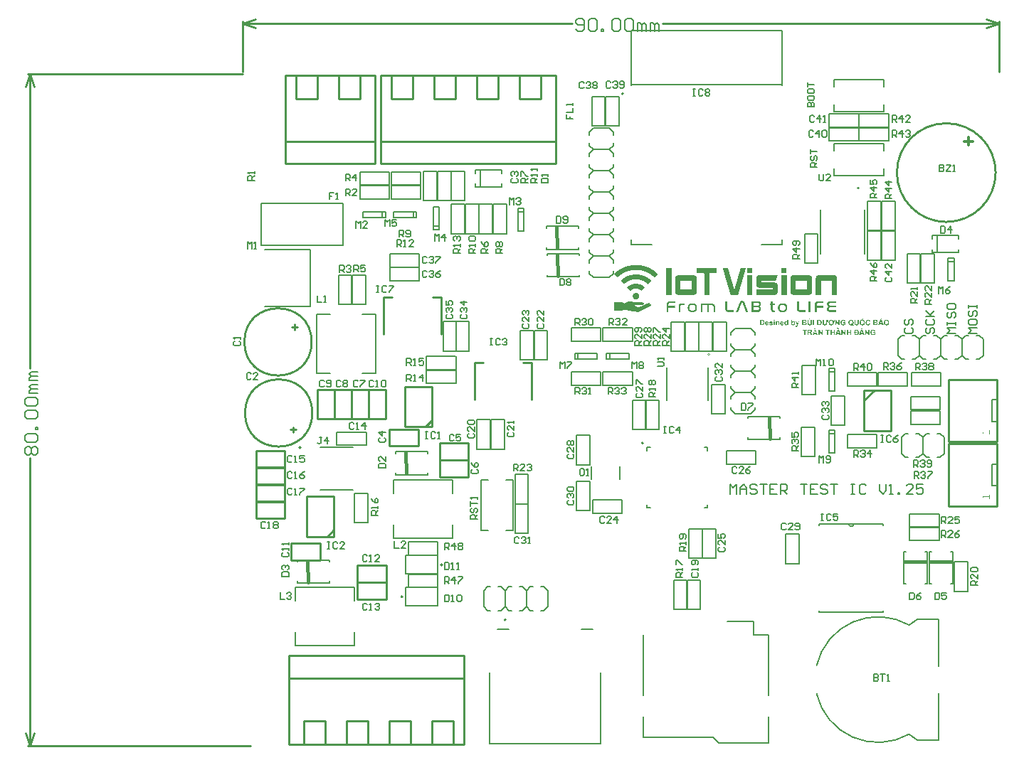
<source format=gto>
G04*
G04 #@! TF.GenerationSoftware,Altium Limited,Altium Designer,23.0.1 (38)*
G04*
G04 Layer_Color=65535*
%FSLAX44Y44*%
%MOMM*%
G71*
G04*
G04 #@! TF.SameCoordinates,6FF5410F-6566-4CAA-8283-5BB090145FDD*
G04*
G04*
G04 #@! TF.FilePolarity,Positive*
G04*
G01*
G75*
%ADD10C,0.2540*%
%ADD11C,0.2000*%
%ADD12C,0.1270*%
%ADD13C,0.1524*%
%ADD14C,0.0762*%
%ADD15C,0.2500*%
%ADD16C,0.1500*%
%ADD17C,0.1999*%
%ADD18C,0.4001*%
%ADD19C,0.2032*%
%ADD20C,0.3000*%
G36*
X469932Y572354D02*
X471369D01*
Y572258D01*
X472327D01*
Y572163D01*
X472423D01*
Y572258D01*
X472519D01*
Y572163D01*
X473285D01*
Y572067D01*
X473860D01*
Y571971D01*
X474627D01*
Y571875D01*
X474914D01*
Y571780D01*
X475681D01*
Y571684D01*
X475968D01*
Y571588D01*
X476447D01*
Y571492D01*
X476926D01*
Y571396D01*
X477213D01*
Y571300D01*
X477788D01*
Y571205D01*
X477980D01*
Y571109D01*
X478363D01*
Y571013D01*
X478746D01*
Y570917D01*
X479034D01*
Y570821D01*
X479417D01*
Y570726D01*
X479609D01*
Y570630D01*
X480088D01*
Y570534D01*
X480279D01*
Y570438D01*
X480567D01*
Y570342D01*
X480854D01*
Y570247D01*
X481046D01*
Y570151D01*
X481429D01*
Y570055D01*
X481525D01*
Y569959D01*
X481908D01*
Y569863D01*
X482099D01*
Y569767D01*
X482291D01*
Y569672D01*
X482579D01*
Y569576D01*
X482770D01*
Y569480D01*
X483058D01*
Y569384D01*
X483249D01*
Y569288D01*
X483441D01*
Y569193D01*
X483728D01*
Y569097D01*
X483824D01*
Y569001D01*
X484111D01*
Y568905D01*
X484207D01*
Y568810D01*
X484590D01*
Y568714D01*
X484686D01*
Y568618D01*
X484878D01*
Y568522D01*
X485165D01*
Y568426D01*
X485261D01*
Y568330D01*
X485453D01*
Y568235D01*
X485644D01*
Y568139D01*
X485836D01*
Y568043D01*
X486027D01*
Y567947D01*
X486123D01*
Y567851D01*
X486411D01*
Y567756D01*
X486507D01*
Y567660D01*
X486698D01*
Y567564D01*
X486890D01*
Y567468D01*
X486986D01*
Y567372D01*
X487177D01*
Y567277D01*
X487273D01*
Y567181D01*
X487560D01*
Y567085D01*
X487656D01*
Y566989D01*
X487752D01*
Y566893D01*
X487944D01*
Y566797D01*
X488135D01*
Y566702D01*
X488327D01*
Y566606D01*
X488423D01*
Y566510D01*
X488518D01*
Y566414D01*
X488710D01*
Y566319D01*
X488806D01*
Y566223D01*
X488997D01*
Y566127D01*
X489093D01*
Y566031D01*
X489285D01*
Y565935D01*
X489381D01*
Y565840D01*
X489572D01*
Y565744D01*
X489668D01*
Y565648D01*
X489764D01*
Y565552D01*
X489956D01*
Y565456D01*
X490051D01*
Y565360D01*
X490243D01*
Y565265D01*
X490339D01*
Y565169D01*
X490435D01*
Y565073D01*
X490626D01*
Y564977D01*
X490722D01*
Y564881D01*
X490818D01*
Y564786D01*
X491009D01*
Y564690D01*
X491105D01*
Y564594D01*
X491201D01*
Y564498D01*
X491297D01*
Y564402D01*
X491488D01*
Y564307D01*
X491584D01*
Y564211D01*
X491680D01*
Y564115D01*
X491776D01*
Y564019D01*
X491872D01*
Y563923D01*
X492063D01*
Y563828D01*
X492159D01*
Y563732D01*
X492255D01*
Y563636D01*
X492351D01*
Y563540D01*
X492447D01*
Y563444D01*
X492542D01*
Y563349D01*
X492638D01*
Y563253D01*
X492830D01*
Y563157D01*
X492925D01*
Y563061D01*
X493021D01*
Y562965D01*
X493117D01*
Y562869D01*
X493213D01*
Y562774D01*
X493309D01*
Y562678D01*
X493405D01*
Y562582D01*
X493500D01*
Y562486D01*
X493596D01*
Y562391D01*
X493692D01*
Y562295D01*
X493788D01*
Y562199D01*
X493884D01*
Y562103D01*
X493979D01*
Y562007D01*
X494075D01*
Y561912D01*
X494171D01*
Y561816D01*
X494267D01*
Y561720D01*
X494363D01*
Y561624D01*
X494458D01*
Y561528D01*
X494554D01*
Y561432D01*
X494458D01*
Y561241D01*
X494363D01*
Y561145D01*
X494267D01*
Y561049D01*
X494171D01*
Y560953D01*
X494075D01*
Y560858D01*
X493979D01*
Y560762D01*
X493884D01*
Y560666D01*
X493788D01*
Y560570D01*
X493692D01*
Y560474D01*
X493596D01*
Y560379D01*
X493500D01*
Y560283D01*
X493405D01*
Y560187D01*
X493309D01*
Y560091D01*
X493213D01*
Y559995D01*
X493117D01*
Y559900D01*
X493021D01*
Y559804D01*
X492925D01*
Y559708D01*
X492830D01*
Y559612D01*
X492734D01*
Y559516D01*
X492638D01*
Y559421D01*
X492542D01*
Y559325D01*
X492447D01*
Y559229D01*
X492351D01*
Y559133D01*
X492255D01*
Y559037D01*
X492159D01*
Y558941D01*
X492063D01*
Y558846D01*
X491968D01*
Y558750D01*
X491872D01*
Y558654D01*
X491776D01*
Y558558D01*
X491680D01*
Y558462D01*
X491584D01*
Y558367D01*
X491488D01*
Y558271D01*
X491393D01*
Y558175D01*
X491297D01*
Y558079D01*
X491201D01*
Y557983D01*
X491105D01*
Y557888D01*
X491009D01*
Y557696D01*
X490914D01*
Y557600D01*
X490818D01*
Y557504D01*
X490722D01*
Y557409D01*
X490435D01*
Y557504D01*
X490339D01*
Y557600D01*
X490243D01*
Y557696D01*
X490147D01*
Y557792D01*
X490051D01*
Y557888D01*
X489956D01*
Y557983D01*
X489764D01*
Y558079D01*
X489668D01*
Y558175D01*
X489572D01*
Y558271D01*
X489477D01*
Y558367D01*
X489381D01*
Y558462D01*
X489285D01*
Y558558D01*
X489189D01*
Y558654D01*
X489093D01*
Y558750D01*
X488997D01*
Y558846D01*
X488902D01*
Y558941D01*
X488710D01*
Y559037D01*
X488614D01*
Y559133D01*
X488518D01*
Y559229D01*
X488423D01*
Y559325D01*
X488327D01*
Y559421D01*
X488135D01*
Y559516D01*
X488039D01*
Y559612D01*
X487944D01*
Y559708D01*
X487848D01*
Y559804D01*
X487656D01*
Y559900D01*
X487560D01*
Y559995D01*
X487465D01*
Y560091D01*
X487273D01*
Y560187D01*
X487177D01*
Y560283D01*
X487081D01*
Y560379D01*
X486890D01*
Y560474D01*
X486794D01*
Y560570D01*
X486698D01*
Y560666D01*
X486602D01*
Y560762D01*
X486411D01*
Y560858D01*
X486315D01*
Y560953D01*
X486123D01*
Y561049D01*
X486027D01*
Y561145D01*
X485932D01*
Y561241D01*
X485740D01*
Y561337D01*
X485644D01*
Y561432D01*
X485453D01*
Y561528D01*
X485357D01*
Y561624D01*
X485165D01*
Y561720D01*
X484974D01*
Y561816D01*
X484878D01*
Y561912D01*
X484686D01*
Y562007D01*
X484590D01*
Y562103D01*
X484399D01*
Y562199D01*
X484207D01*
Y562295D01*
X484111D01*
Y562391D01*
X483920D01*
Y562486D01*
X483824D01*
Y562582D01*
X483537D01*
Y562678D01*
X483441D01*
Y562774D01*
X483249D01*
Y562869D01*
X483058D01*
Y562965D01*
X482866D01*
Y563061D01*
X482674D01*
Y563157D01*
X482579D01*
Y563253D01*
X482291D01*
Y563349D01*
X482195D01*
Y563444D01*
X482004D01*
Y563540D01*
X481716D01*
Y563636D01*
X481620D01*
Y563732D01*
X481333D01*
Y563828D01*
X481142D01*
Y563923D01*
X480950D01*
Y564019D01*
X480662D01*
Y564115D01*
X480567D01*
Y564211D01*
X480183D01*
Y564307D01*
X480088D01*
Y564402D01*
X479800D01*
Y564498D01*
X479513D01*
Y564594D01*
X479321D01*
Y564690D01*
X479034D01*
Y564786D01*
X478842D01*
Y564881D01*
X478459D01*
Y564977D01*
X478267D01*
Y565073D01*
X477980D01*
Y565169D01*
X477597D01*
Y565265D01*
X477405D01*
Y565360D01*
X476926D01*
Y565456D01*
X476734D01*
Y565552D01*
X476255D01*
Y565648D01*
X475968D01*
Y565744D01*
X475585D01*
Y565840D01*
X475010D01*
Y565935D01*
X474723D01*
Y566031D01*
X473956D01*
Y566127D01*
X473669D01*
Y566223D01*
X473094D01*
Y566319D01*
X472231D01*
Y566414D01*
X471657D01*
Y566510D01*
X470028D01*
Y566606D01*
X469741D01*
Y566510D01*
X469645D01*
Y566606D01*
X467825D01*
Y566510D01*
X467729D01*
Y566606D01*
X467345D01*
Y566510D01*
X467154D01*
Y566606D01*
X466483D01*
Y566510D01*
X464950D01*
Y566414D01*
X464375D01*
Y566319D01*
X463513D01*
Y566223D01*
X462843D01*
Y566127D01*
X462459D01*
Y566031D01*
X461789D01*
Y565935D01*
X461501D01*
Y565840D01*
X460927D01*
Y565744D01*
X460639D01*
Y565648D01*
X460256D01*
Y565552D01*
X459777D01*
Y565456D01*
X459585D01*
Y565360D01*
X459106D01*
Y565265D01*
X458915D01*
Y565169D01*
X458531D01*
Y565073D01*
X458244D01*
Y564977D01*
X458052D01*
Y564881D01*
X457669D01*
Y564786D01*
X457477D01*
Y564690D01*
X457190D01*
Y564594D01*
X456998D01*
Y564498D01*
X456711D01*
Y564402D01*
X456424D01*
Y564307D01*
X456328D01*
Y564211D01*
X455945D01*
Y564115D01*
X455849D01*
Y564019D01*
X455561D01*
Y563923D01*
X455370D01*
Y563828D01*
X455178D01*
Y563732D01*
X454891D01*
Y563636D01*
X454795D01*
Y563540D01*
X454507D01*
Y563444D01*
X454412D01*
Y563349D01*
X454220D01*
Y563253D01*
X453933D01*
Y563157D01*
X453837D01*
Y563061D01*
X453549D01*
Y562965D01*
X453454D01*
Y562869D01*
X453262D01*
Y562774D01*
X453070D01*
Y562678D01*
X452975D01*
Y562582D01*
X452783D01*
Y562486D01*
X452591D01*
Y562391D01*
X452400D01*
Y562295D01*
X452304D01*
Y562199D01*
X452112D01*
Y562103D01*
X451921D01*
Y562007D01*
X451825D01*
Y561912D01*
X451633D01*
Y561816D01*
X451538D01*
Y561720D01*
X451346D01*
Y561624D01*
X451250D01*
Y561528D01*
X451059D01*
Y561432D01*
X450963D01*
Y561337D01*
X450771D01*
Y561241D01*
X450579D01*
Y561145D01*
X450484D01*
Y561049D01*
X450388D01*
Y560953D01*
X450196D01*
Y560858D01*
X450100D01*
Y560762D01*
X449909D01*
Y560666D01*
X449813D01*
Y560570D01*
X449717D01*
Y560474D01*
X449621D01*
Y560379D01*
X449430D01*
Y560283D01*
X449334D01*
Y560187D01*
X449238D01*
Y560091D01*
X449047D01*
Y559995D01*
X448951D01*
Y559900D01*
X448855D01*
Y559804D01*
X448759D01*
Y559708D01*
X448663D01*
Y559612D01*
X448472D01*
Y559516D01*
X448376D01*
Y559421D01*
X448184D01*
Y559325D01*
X448088D01*
Y559229D01*
X447993D01*
Y559133D01*
X447897D01*
Y559037D01*
X447801D01*
Y558941D01*
X447705D01*
Y558846D01*
X447609D01*
Y558750D01*
X447418D01*
Y558654D01*
X447322D01*
Y558558D01*
X447226D01*
Y558462D01*
X447131D01*
Y558367D01*
X447035D01*
Y558271D01*
X446939D01*
Y558175D01*
X446843D01*
Y558079D01*
X446747D01*
Y557983D01*
X446651D01*
Y557888D01*
X446556D01*
Y557792D01*
X446460D01*
Y557696D01*
X446364D01*
Y557600D01*
X446172D01*
Y557696D01*
X446077D01*
Y557792D01*
X445981D01*
Y557888D01*
X445885D01*
Y557983D01*
X445789D01*
Y558079D01*
X445693D01*
Y558175D01*
X445598D01*
Y558271D01*
X445502D01*
Y558367D01*
X445406D01*
Y558462D01*
X445310D01*
Y558558D01*
X445214D01*
Y558654D01*
X445119D01*
Y558750D01*
X445023D01*
Y558846D01*
X444927D01*
Y558941D01*
X444831D01*
Y559037D01*
X444735D01*
Y559133D01*
X444640D01*
Y559229D01*
X444544D01*
Y559325D01*
X444448D01*
Y559421D01*
X444352D01*
Y559612D01*
X444160D01*
Y559708D01*
X444065D01*
Y559804D01*
X443969D01*
Y559900D01*
X443873D01*
Y559995D01*
X443777D01*
Y560091D01*
X443681D01*
Y560187D01*
X443586D01*
Y560283D01*
X443490D01*
Y560379D01*
X443394D01*
Y560474D01*
X443298D01*
Y560570D01*
X443203D01*
Y560666D01*
X443107D01*
Y560762D01*
X443011D01*
Y560953D01*
X442915D01*
Y561049D01*
X442819D01*
Y561145D01*
X442723D01*
Y561241D01*
X442628D01*
Y561337D01*
X442532D01*
Y561432D01*
X442436D01*
Y561528D01*
X442340D01*
Y561912D01*
X442532D01*
Y562103D01*
X442723D01*
Y562295D01*
X442915D01*
Y562391D01*
X443011D01*
Y562582D01*
X443203D01*
Y562774D01*
X443394D01*
Y562869D01*
X443490D01*
Y563061D01*
X443681D01*
Y563157D01*
X443777D01*
Y563253D01*
X443873D01*
Y563349D01*
X443969D01*
Y563444D01*
X444065D01*
Y563540D01*
X444160D01*
Y563636D01*
X444256D01*
Y563732D01*
X444448D01*
Y563828D01*
X444544D01*
Y563923D01*
X444640D01*
Y564019D01*
X444735D01*
Y564115D01*
X444831D01*
Y564211D01*
X445023D01*
Y564307D01*
X445119D01*
Y564402D01*
X445214D01*
Y564498D01*
X445310D01*
Y564594D01*
X445502D01*
Y564690D01*
X445598D01*
Y564786D01*
X445693D01*
Y564881D01*
X445885D01*
Y564977D01*
X445981D01*
Y565073D01*
X446077D01*
Y565169D01*
X446172D01*
Y565265D01*
X446268D01*
Y565360D01*
X446460D01*
Y565456D01*
X446556D01*
Y565552D01*
X446747D01*
Y565648D01*
X446843D01*
Y565744D01*
X447035D01*
Y565840D01*
X447131D01*
Y565935D01*
X447226D01*
Y566031D01*
X447418D01*
Y566127D01*
X447514D01*
Y566223D01*
X447705D01*
Y566319D01*
X447801D01*
Y566414D01*
X447993D01*
Y566510D01*
X448184D01*
Y566606D01*
X448280D01*
Y566702D01*
X448472D01*
Y566797D01*
X448568D01*
Y566893D01*
X448759D01*
Y566989D01*
X448855D01*
Y567085D01*
X449047D01*
Y567181D01*
X449238D01*
Y567277D01*
X449334D01*
Y567372D01*
X449526D01*
Y567468D01*
X449717D01*
Y567564D01*
X449909D01*
Y567660D01*
X450005D01*
Y567756D01*
X450196D01*
Y567851D01*
X450388D01*
Y567947D01*
X450484D01*
Y568043D01*
X450771D01*
Y568139D01*
X450963D01*
Y568235D01*
X451059D01*
Y568330D01*
X451250D01*
Y568426D01*
X451442D01*
Y568522D01*
X451633D01*
Y568618D01*
X451825D01*
Y568714D01*
X452016D01*
Y568810D01*
X452304D01*
Y568905D01*
X452400D01*
Y569001D01*
X452687D01*
Y569097D01*
X452783D01*
Y569193D01*
X453070D01*
Y569288D01*
X453262D01*
Y569384D01*
X453454D01*
Y569480D01*
X453837D01*
Y569576D01*
X453933D01*
Y569672D01*
X454316D01*
Y569767D01*
X454412D01*
Y569863D01*
X454699D01*
Y569959D01*
X454986D01*
Y570055D01*
X455178D01*
Y570151D01*
X455466D01*
Y570247D01*
X455753D01*
Y570342D01*
X456040D01*
Y570438D01*
X456328D01*
Y570534D01*
X456519D01*
Y570630D01*
X456903D01*
Y570726D01*
X457094D01*
Y570821D01*
X457573D01*
Y570917D01*
X457765D01*
Y571013D01*
X458148D01*
Y571109D01*
X458531D01*
Y571205D01*
X458819D01*
Y571300D01*
X459394D01*
Y571396D01*
X459585D01*
Y571492D01*
X460160D01*
Y571588D01*
X460543D01*
Y571684D01*
X460927D01*
Y571780D01*
X461693D01*
Y571875D01*
X461884D01*
Y571971D01*
X462938D01*
Y572067D01*
X463417D01*
Y572163D01*
X463992D01*
Y572258D01*
X465142D01*
Y572354D01*
X465429D01*
Y572258D01*
X465621D01*
Y572354D01*
X466771D01*
Y572450D01*
X469932D01*
Y572354D01*
D02*
G37*
G36*
X647460Y568618D02*
X647556D01*
Y568522D01*
X647460D01*
Y568426D01*
Y568330D01*
Y562582D01*
X647268D01*
Y562678D01*
X646981D01*
Y562582D01*
X646406D01*
Y562678D01*
X646214D01*
Y562582D01*
X642574D01*
Y562678D01*
X642190D01*
Y562582D01*
X641807D01*
Y562678D01*
X641712D01*
Y562582D01*
X641424D01*
Y562678D01*
X641328D01*
Y568522D01*
X641233D01*
Y568618D01*
X641328D01*
Y568714D01*
X647460D01*
Y568618D01*
D02*
G37*
G36*
X606838Y562678D02*
X606743D01*
Y562582D01*
X606551D01*
Y562678D01*
X606359D01*
Y562582D01*
X601952D01*
Y562678D01*
X601856D01*
Y562582D01*
X601569D01*
Y562678D01*
X600994D01*
Y562582D01*
X600802D01*
Y562678D01*
X600707D01*
Y567756D01*
Y567851D01*
Y568714D01*
X606838D01*
Y562678D01*
D02*
G37*
G36*
X564205Y568714D02*
X564301D01*
Y562582D01*
X564205D01*
Y562486D01*
X564013D01*
Y562582D01*
X555966D01*
Y562486D01*
X555774D01*
Y536810D01*
X555678D01*
Y536715D01*
X555582D01*
Y536810D01*
X549547D01*
Y536906D01*
X549451D01*
Y562486D01*
X549163D01*
Y562582D01*
X541212D01*
Y562486D01*
X541020D01*
Y562582D01*
X540924D01*
Y568330D01*
Y568426D01*
Y568714D01*
X564109D01*
Y568810D01*
X564205D01*
Y568714D01*
D02*
G37*
G36*
X470315Y561049D02*
X470986D01*
Y560953D01*
X472040D01*
Y560858D01*
X472519D01*
Y560762D01*
X473285D01*
Y560666D01*
X473669D01*
Y560570D01*
X474052D01*
Y560474D01*
X474627D01*
Y560379D01*
X474818D01*
Y560283D01*
X475297D01*
Y560187D01*
X475585D01*
Y560091D01*
X475968D01*
Y559995D01*
X476255D01*
Y559900D01*
X476447D01*
Y559804D01*
X476830D01*
Y559708D01*
X477022D01*
Y559612D01*
X477405D01*
Y559516D01*
X477597D01*
Y559421D01*
X477788D01*
Y559325D01*
X478172D01*
Y559229D01*
X478267D01*
Y559133D01*
X478651D01*
Y559037D01*
X478746D01*
Y558941D01*
X478938D01*
Y558846D01*
X479225D01*
Y558750D01*
X479417D01*
Y558654D01*
X479609D01*
Y558558D01*
X479800D01*
Y558462D01*
X479992D01*
Y558367D01*
X480183D01*
Y558271D01*
X480375D01*
Y558175D01*
X480567D01*
Y558079D01*
X480662D01*
Y557983D01*
X480950D01*
Y557888D01*
X481046D01*
Y557792D01*
X481237D01*
Y557696D01*
X481429D01*
Y557600D01*
X481525D01*
Y557504D01*
X481716D01*
Y557409D01*
X481908D01*
Y557313D01*
X482004D01*
Y557217D01*
X482195D01*
Y557121D01*
X482291D01*
Y557025D01*
X482483D01*
Y556930D01*
X482579D01*
Y556834D01*
X482770D01*
Y556738D01*
X482866D01*
Y556642D01*
X483058D01*
Y556546D01*
X483153D01*
Y556451D01*
X483249D01*
Y556355D01*
X483441D01*
Y556259D01*
X483537D01*
Y556163D01*
X483728D01*
Y556067D01*
X483824D01*
Y555971D01*
X483920D01*
Y555876D01*
X484111D01*
Y555780D01*
X484207D01*
Y555684D01*
X484303D01*
Y555588D01*
X484399D01*
Y555493D01*
X484495D01*
Y555397D01*
X484686D01*
Y555301D01*
X484782D01*
Y555205D01*
X484878D01*
Y555109D01*
X484974D01*
Y555014D01*
X485070D01*
Y554918D01*
X485261D01*
Y554822D01*
X485357D01*
Y554726D01*
X485453D01*
Y554630D01*
X485549D01*
Y554534D01*
X485644D01*
Y554439D01*
X485740D01*
Y554343D01*
X485836D01*
Y554247D01*
X485932D01*
Y554151D01*
X486027D01*
Y554055D01*
X486123D01*
Y553960D01*
X486219D01*
Y553864D01*
X486315D01*
Y553768D01*
X486411D01*
Y553672D01*
X486507D01*
Y553385D01*
X486411D01*
Y553289D01*
X486315D01*
Y553193D01*
X486219D01*
Y553097D01*
X486123D01*
Y553002D01*
X486027D01*
Y552906D01*
X485932D01*
Y552810D01*
X485836D01*
Y552714D01*
X485740D01*
Y552618D01*
X485644D01*
Y552523D01*
X485549D01*
Y552427D01*
X485453D01*
Y552331D01*
X485357D01*
Y552235D01*
X485261D01*
Y552139D01*
X485165D01*
Y552043D01*
X485070D01*
Y551948D01*
X484974D01*
Y551852D01*
X484878D01*
Y551660D01*
X484782D01*
Y551564D01*
X484686D01*
Y551469D01*
X484590D01*
Y551373D01*
X484495D01*
Y551277D01*
X484399D01*
Y551181D01*
X484303D01*
Y551086D01*
X484207D01*
Y550990D01*
X484111D01*
Y550894D01*
X484016D01*
Y550798D01*
X483920D01*
Y550702D01*
X483824D01*
Y550606D01*
X483728D01*
Y550511D01*
X483632D01*
Y550415D01*
X483537D01*
Y550319D01*
X483441D01*
Y550223D01*
X483345D01*
Y550127D01*
X483249D01*
Y550032D01*
X483153D01*
Y549936D01*
X483058D01*
Y549840D01*
X482962D01*
Y549744D01*
X482866D01*
Y549648D01*
X482770D01*
Y549553D01*
X482674D01*
Y549457D01*
X482483D01*
Y549553D01*
X482387D01*
Y549648D01*
X482291D01*
Y549744D01*
X482099D01*
Y549840D01*
X482004D01*
Y549936D01*
X481908D01*
Y550032D01*
X481812D01*
Y550127D01*
X481716D01*
Y550223D01*
X481620D01*
Y550319D01*
X481525D01*
Y550415D01*
X481429D01*
Y550511D01*
X481333D01*
Y550606D01*
X481142D01*
Y550702D01*
X481046D01*
Y550798D01*
X480950D01*
Y550894D01*
X480758D01*
Y550990D01*
X480662D01*
Y551086D01*
X480567D01*
Y551181D01*
X480471D01*
Y551277D01*
X480375D01*
Y551373D01*
X480183D01*
Y551469D01*
X480088D01*
Y551564D01*
X479896D01*
Y551660D01*
X479800D01*
Y551756D01*
X479704D01*
Y551852D01*
X479513D01*
Y551948D01*
X479417D01*
Y552043D01*
X479225D01*
Y552139D01*
X479129D01*
Y552235D01*
X478938D01*
Y552331D01*
X478842D01*
Y552427D01*
X478651D01*
Y552523D01*
X478459D01*
Y552618D01*
X478363D01*
Y552714D01*
X478172D01*
Y552810D01*
X477980D01*
Y552906D01*
X477788D01*
Y553002D01*
X477597D01*
Y553097D01*
X477501D01*
Y553193D01*
X477309D01*
Y553289D01*
X477118D01*
Y553385D01*
X476926D01*
Y553481D01*
X476734D01*
Y553576D01*
X476543D01*
Y553672D01*
X476255D01*
Y553768D01*
X476160D01*
Y553864D01*
X475776D01*
Y553960D01*
X475681D01*
Y554055D01*
X475297D01*
Y554151D01*
X475106D01*
Y554247D01*
X474914D01*
Y554343D01*
X474435D01*
Y554439D01*
X474243D01*
Y554534D01*
X473860D01*
Y554630D01*
X473573D01*
Y554726D01*
X473285D01*
Y554822D01*
X472710D01*
Y554918D01*
X472423D01*
Y555014D01*
X471657D01*
Y555109D01*
X471369D01*
Y555205D01*
X470507D01*
Y555301D01*
X470411D01*
Y555205D01*
X470220D01*
Y555301D01*
X469166D01*
Y555397D01*
X467345D01*
Y555301D01*
X466292D01*
Y555205D01*
X466100D01*
Y555301D01*
X466004D01*
Y555205D01*
X465142D01*
Y555109D01*
X464759D01*
Y555014D01*
X464088D01*
Y554918D01*
X463801D01*
Y554822D01*
X463322D01*
Y554726D01*
X462938D01*
Y554630D01*
X462651D01*
Y554534D01*
X462268D01*
Y554439D01*
X462076D01*
Y554343D01*
X461693D01*
Y554247D01*
X461501D01*
Y554151D01*
X461214D01*
Y554055D01*
X460927D01*
Y553960D01*
X460735D01*
Y553864D01*
X460447D01*
Y553768D01*
X460256D01*
Y553672D01*
X459968D01*
Y553576D01*
X459777D01*
Y553481D01*
X459681D01*
Y553385D01*
X459394D01*
Y553289D01*
X459298D01*
Y553193D01*
X459010D01*
Y553097D01*
X458915D01*
Y553002D01*
X458723D01*
Y552906D01*
X458531D01*
Y552810D01*
X458340D01*
Y552714D01*
X458148D01*
Y552618D01*
X458052D01*
Y552523D01*
X457861D01*
Y552427D01*
X457669D01*
Y552331D01*
X457573D01*
Y552235D01*
X457382D01*
Y552139D01*
X457286D01*
Y552043D01*
X457094D01*
Y551948D01*
X456998D01*
Y551852D01*
X456807D01*
Y551756D01*
X456711D01*
Y551660D01*
X456615D01*
Y551564D01*
X456424D01*
Y551469D01*
X456328D01*
Y551373D01*
X456232D01*
Y551277D01*
X456040D01*
Y551181D01*
X455945D01*
Y551086D01*
X455849D01*
Y550990D01*
X455753D01*
Y550894D01*
X455561D01*
Y550798D01*
X455466D01*
Y550702D01*
X455370D01*
Y550606D01*
X455274D01*
Y550511D01*
X455082D01*
Y550415D01*
X454986D01*
Y550319D01*
X454891D01*
Y550223D01*
X454795D01*
Y550127D01*
X454699D01*
Y550032D01*
X454603D01*
Y549936D01*
X454507D01*
Y549840D01*
X454412D01*
Y549744D01*
X454316D01*
Y549648D01*
X454220D01*
Y549553D01*
X453933D01*
Y549648D01*
X453837D01*
Y549744D01*
X453741D01*
Y549840D01*
X453645D01*
Y549936D01*
X453549D01*
Y550032D01*
X453454D01*
Y550127D01*
X453358D01*
Y550223D01*
X453262D01*
Y550319D01*
X453166D01*
Y550415D01*
X453070D01*
Y550606D01*
X452879D01*
Y550798D01*
X452687D01*
Y550894D01*
X452591D01*
Y551086D01*
X452400D01*
Y551277D01*
X452208D01*
Y551469D01*
X452112D01*
Y551564D01*
X451921D01*
Y551756D01*
X451729D01*
Y551948D01*
X451633D01*
Y552043D01*
X451538D01*
Y552139D01*
X451442D01*
Y552235D01*
X451346D01*
Y552331D01*
X451250D01*
Y552427D01*
X451154D01*
Y552523D01*
X451059D01*
Y552618D01*
X450963D01*
Y552714D01*
X450867D01*
Y552810D01*
X450771D01*
Y552906D01*
X450675D01*
Y553002D01*
X450579D01*
Y553097D01*
X450484D01*
Y553193D01*
X450388D01*
Y553289D01*
X450292D01*
Y553385D01*
X450196D01*
Y553481D01*
X450100D01*
Y553768D01*
X450196D01*
Y553864D01*
X450292D01*
Y553960D01*
X450388D01*
Y554055D01*
X450484D01*
Y554151D01*
X450579D01*
Y554247D01*
X450675D01*
Y554343D01*
X450867D01*
Y554534D01*
X451059D01*
Y554726D01*
X451250D01*
Y554918D01*
X451442D01*
Y555014D01*
X451538D01*
Y555109D01*
X451633D01*
Y555205D01*
X451729D01*
Y555301D01*
X451921D01*
Y555397D01*
X452016D01*
Y555493D01*
X452112D01*
Y555588D01*
X452208D01*
Y555684D01*
X452400D01*
Y555780D01*
X452496D01*
Y555876D01*
X452591D01*
Y555971D01*
X452687D01*
Y556067D01*
X452879D01*
Y556163D01*
X452975D01*
Y556259D01*
X453070D01*
Y556355D01*
X453262D01*
Y556451D01*
X453358D01*
Y556546D01*
X453454D01*
Y556642D01*
X453645D01*
Y556738D01*
X453741D01*
Y556834D01*
X453933D01*
Y556930D01*
X454029D01*
Y557025D01*
X454220D01*
Y557121D01*
X454412D01*
Y557217D01*
X454507D01*
Y557313D01*
X454699D01*
Y557409D01*
X454795D01*
Y557504D01*
X454986D01*
Y557600D01*
X455082D01*
Y557696D01*
X455274D01*
Y557792D01*
X455466D01*
Y557888D01*
X455561D01*
Y557983D01*
X455849D01*
Y558079D01*
X455945D01*
Y558175D01*
X456136D01*
Y558271D01*
X456328D01*
Y558367D01*
X456519D01*
Y558462D01*
X456807D01*
Y558558D01*
X456903D01*
Y558654D01*
X457190D01*
Y558750D01*
X457286D01*
Y558846D01*
X457573D01*
Y558941D01*
X457765D01*
Y559037D01*
X457957D01*
Y559133D01*
X458244D01*
Y559229D01*
X458340D01*
Y559325D01*
X458723D01*
Y559421D01*
X458915D01*
Y559516D01*
X459202D01*
Y559612D01*
X459489D01*
Y559708D01*
X459681D01*
Y559804D01*
X460064D01*
Y559900D01*
X460256D01*
Y559995D01*
X460639D01*
Y560091D01*
X460927D01*
Y560187D01*
X461214D01*
Y560283D01*
X461789D01*
Y560379D01*
X461980D01*
Y560474D01*
X462555D01*
Y560570D01*
X462843D01*
Y560666D01*
X463226D01*
Y560762D01*
X463992D01*
Y560858D01*
X464471D01*
Y560953D01*
X465525D01*
Y561049D01*
X466292D01*
Y561145D01*
X470315D01*
Y561049D01*
D02*
G37*
G36*
X599078Y568522D02*
X598982D01*
Y568043D01*
X598886D01*
Y567947D01*
X598791D01*
Y567372D01*
X598695D01*
Y567181D01*
X598599D01*
Y566893D01*
X598503D01*
Y566510D01*
X598407D01*
Y566319D01*
X598312D01*
Y565744D01*
X598216D01*
Y565552D01*
X598120D01*
Y565169D01*
X598024D01*
Y564881D01*
X597928D01*
Y564690D01*
X597833D01*
Y564115D01*
X597737D01*
Y564019D01*
X597641D01*
Y563444D01*
X597545D01*
Y563253D01*
X597449D01*
Y563061D01*
X597354D01*
Y562582D01*
X597258D01*
Y562391D01*
X597162D01*
Y561816D01*
X597066D01*
Y561624D01*
X596970D01*
Y561241D01*
X596875D01*
Y560953D01*
X596779D01*
Y560762D01*
X596683D01*
Y560283D01*
X596587D01*
Y560091D01*
X596491D01*
Y559612D01*
X596395D01*
Y559325D01*
X596300D01*
Y559133D01*
X596204D01*
Y558654D01*
X596108D01*
Y558462D01*
X596012D01*
Y557983D01*
X595916D01*
Y557792D01*
X595821D01*
Y557313D01*
X595725D01*
Y557025D01*
X595629D01*
Y556834D01*
X595533D01*
Y556259D01*
X595437D01*
Y556163D01*
X595342D01*
Y555684D01*
X595246D01*
Y555397D01*
X595150D01*
Y555205D01*
X595054D01*
Y554726D01*
X594958D01*
Y554534D01*
X594863D01*
Y553960D01*
X594767D01*
Y553864D01*
X594671D01*
Y553385D01*
X594575D01*
Y553097D01*
X594479D01*
Y552906D01*
X594384D01*
Y552427D01*
X594288D01*
Y552235D01*
X594192D01*
Y551756D01*
X594096D01*
Y551564D01*
X594000D01*
Y551277D01*
X593905D01*
Y550798D01*
X593809D01*
Y550606D01*
X593713D01*
Y550032D01*
X593617D01*
Y549936D01*
X593521D01*
Y549457D01*
X593425D01*
Y549169D01*
X593330D01*
Y549073D01*
X593234D01*
Y548499D01*
X593138D01*
Y548307D01*
X593042D01*
Y547732D01*
X592947D01*
Y547636D01*
X592851D01*
Y547349D01*
X592755D01*
Y546870D01*
X592659D01*
Y546774D01*
X592563D01*
Y546199D01*
X592467D01*
Y546008D01*
X592372D01*
Y545529D01*
X592276D01*
Y545241D01*
X592180D01*
Y545145D01*
X592084D01*
Y544571D01*
X591988D01*
Y544379D01*
X591893D01*
Y543900D01*
X591797D01*
Y543708D01*
X591701D01*
Y543325D01*
X591605D01*
Y542942D01*
X591509D01*
Y542846D01*
X591414D01*
Y542271D01*
X591318D01*
Y542080D01*
X591222D01*
Y541601D01*
X591126D01*
Y541409D01*
X591030D01*
Y541217D01*
X590935D01*
Y540643D01*
X590839D01*
Y540451D01*
X590743D01*
Y539972D01*
X590647D01*
Y539780D01*
X590551D01*
Y539493D01*
X590456D01*
Y539014D01*
X590360D01*
Y538918D01*
X590264D01*
Y538343D01*
X590168D01*
Y538152D01*
X590072D01*
Y537673D01*
X589977D01*
Y537481D01*
X589881D01*
Y537290D01*
X589785D01*
Y536810D01*
X580875D01*
Y536906D01*
X580779D01*
Y537385D01*
X580683D01*
Y537577D01*
X580588D01*
Y537864D01*
X580492D01*
Y538343D01*
X580396D01*
Y538439D01*
X580300D01*
Y539014D01*
X580204D01*
Y539206D01*
X580108D01*
Y539589D01*
X580013D01*
Y539972D01*
X579917D01*
Y540068D01*
X579821D01*
Y540643D01*
X579725D01*
Y540738D01*
X579630D01*
Y541217D01*
X579534D01*
Y541505D01*
X579438D01*
Y541697D01*
X579342D01*
Y542271D01*
X579246D01*
Y542367D01*
X579151D01*
Y542942D01*
X579055D01*
Y543134D01*
X578959D01*
Y543517D01*
X578863D01*
Y543804D01*
X578767D01*
Y543996D01*
X578671D01*
Y544571D01*
X578576D01*
Y544666D01*
X578480D01*
Y545241D01*
X578384D01*
Y545433D01*
X578288D01*
Y545625D01*
X578192D01*
Y546199D01*
X578097D01*
Y546295D01*
X578001D01*
Y546870D01*
X577905D01*
Y546966D01*
X577809D01*
Y547445D01*
X577713D01*
Y547828D01*
X577618D01*
Y547924D01*
X577522D01*
Y548499D01*
X577426D01*
Y548595D01*
X577330D01*
Y549169D01*
X577234D01*
Y549361D01*
X577139D01*
Y549553D01*
X577043D01*
Y550032D01*
X576947D01*
Y550223D01*
X576851D01*
Y550798D01*
X576755D01*
Y550990D01*
X576660D01*
Y551277D01*
X576564D01*
Y551660D01*
X576468D01*
Y551852D01*
X576372D01*
Y552331D01*
X576276D01*
Y552523D01*
X576180D01*
Y553097D01*
X576085D01*
Y553289D01*
X575989D01*
Y553481D01*
X575893D01*
Y553960D01*
X575797D01*
Y554151D01*
X575701D01*
Y554630D01*
X575606D01*
Y554822D01*
X575510D01*
Y555301D01*
X575414D01*
Y555588D01*
X575318D01*
Y555684D01*
X575223D01*
Y556355D01*
X575127D01*
Y556451D01*
X575031D01*
Y557025D01*
X574935D01*
Y557217D01*
X574839D01*
Y557409D01*
X574743D01*
Y557888D01*
X574648D01*
Y558079D01*
X574552D01*
Y558558D01*
X574456D01*
Y558750D01*
X574360D01*
Y559133D01*
X574264D01*
Y559516D01*
X574169D01*
Y559708D01*
X574073D01*
Y560187D01*
X573977D01*
Y560379D01*
X573881D01*
Y560858D01*
X573785D01*
Y561049D01*
X573690D01*
Y561241D01*
X573594D01*
Y561816D01*
X573498D01*
Y561912D01*
X573402D01*
Y562486D01*
X573306D01*
Y562678D01*
X573210D01*
Y563061D01*
X573115D01*
Y563444D01*
X573019D01*
Y563636D01*
X572923D01*
Y564115D01*
X572827D01*
Y564211D01*
X572732D01*
Y564786D01*
X572636D01*
Y565073D01*
X572540D01*
Y565169D01*
X572444D01*
Y565744D01*
X572348D01*
Y565935D01*
X572253D01*
Y566414D01*
X572157D01*
Y566606D01*
X572061D01*
Y566989D01*
X571965D01*
Y567277D01*
X571869D01*
Y567468D01*
X571773D01*
Y568043D01*
X571678D01*
Y568235D01*
X571582D01*
Y568714D01*
X577809D01*
Y568330D01*
X577905D01*
Y568043D01*
X578001D01*
Y567851D01*
X578097D01*
Y567277D01*
X578192D01*
Y567181D01*
X578288D01*
Y566606D01*
X578384D01*
Y566414D01*
X578480D01*
Y566127D01*
X578576D01*
Y565648D01*
X578671D01*
Y565552D01*
X578767D01*
Y564977D01*
X578863D01*
Y564881D01*
X578959D01*
Y564402D01*
X579055D01*
Y564115D01*
X579151D01*
Y563923D01*
X579246D01*
Y563349D01*
X579342D01*
Y563253D01*
X579438D01*
Y562774D01*
X579534D01*
Y562486D01*
X579630D01*
Y562295D01*
X579725D01*
Y561816D01*
X579821D01*
Y561624D01*
X579917D01*
Y561049D01*
X580013D01*
Y560953D01*
X580108D01*
Y560474D01*
X580204D01*
Y560187D01*
X580300D01*
Y559995D01*
X580396D01*
Y559516D01*
X580492D01*
Y559325D01*
X580588D01*
Y558846D01*
X580683D01*
Y558654D01*
X580779D01*
Y558367D01*
X580875D01*
Y557888D01*
X580971D01*
Y557792D01*
X581067D01*
Y557121D01*
X581162D01*
Y557025D01*
X581258D01*
Y556642D01*
X581354D01*
Y556259D01*
X581450D01*
Y556163D01*
X581546D01*
Y555588D01*
X581641D01*
Y555397D01*
X581737D01*
Y554918D01*
X581833D01*
Y554726D01*
X581929D01*
Y554439D01*
X582025D01*
Y553960D01*
X582121D01*
Y553864D01*
X582216D01*
Y553289D01*
X582312D01*
Y553097D01*
X582408D01*
Y552714D01*
X582504D01*
Y552427D01*
X582599D01*
Y552235D01*
X582695D01*
Y551660D01*
X582791D01*
Y551564D01*
X582887D01*
Y550990D01*
X582983D01*
Y550798D01*
X583078D01*
Y550511D01*
X583174D01*
Y550032D01*
X583270D01*
Y549936D01*
X583366D01*
Y549361D01*
X583462D01*
Y549169D01*
X583558D01*
Y548786D01*
X583653D01*
Y548499D01*
X583749D01*
Y548307D01*
X583845D01*
Y547732D01*
X583941D01*
Y547636D01*
X584037D01*
Y547062D01*
X584132D01*
Y546870D01*
X584228D01*
Y546678D01*
X584324D01*
Y546199D01*
X584420D01*
Y546008D01*
X584516D01*
Y545433D01*
X584611D01*
Y545337D01*
X584707D01*
Y544858D01*
X584803D01*
Y544571D01*
X584899D01*
Y544379D01*
X584995D01*
Y543804D01*
X585090D01*
Y543708D01*
X585186D01*
Y543517D01*
X585282D01*
Y543421D01*
X585474D01*
Y543517D01*
X585569D01*
Y544188D01*
X585665D01*
Y544379D01*
X585761D01*
Y544666D01*
X585857D01*
Y545050D01*
X585953D01*
Y545241D01*
X586049D01*
Y545816D01*
X586144D01*
Y545912D01*
X586240D01*
Y546487D01*
X586336D01*
Y546678D01*
X586432D01*
Y546870D01*
X586527D01*
Y547445D01*
X586623D01*
Y547541D01*
X586719D01*
Y548116D01*
X586815D01*
Y548307D01*
X586911D01*
Y548595D01*
X587006D01*
Y548978D01*
X587102D01*
Y549169D01*
X587198D01*
Y549744D01*
X587294D01*
Y549840D01*
X587390D01*
Y550415D01*
X587486D01*
Y550606D01*
X587581D01*
Y550798D01*
X587677D01*
Y551373D01*
X587773D01*
Y551469D01*
X587869D01*
Y552043D01*
X587965D01*
Y552235D01*
X588060D01*
Y552523D01*
X588156D01*
Y552906D01*
X588252D01*
Y553097D01*
X588348D01*
Y553672D01*
X588444D01*
Y553768D01*
X588539D01*
Y554343D01*
X588635D01*
Y554534D01*
X588731D01*
Y554726D01*
X588827D01*
Y555205D01*
X588923D01*
Y555397D01*
X589019D01*
Y555971D01*
X589114D01*
Y556163D01*
X589210D01*
Y556451D01*
X589306D01*
Y556834D01*
X589402D01*
Y557025D01*
X589497D01*
Y557600D01*
X589593D01*
Y557696D01*
X589689D01*
Y558175D01*
X589785D01*
Y558462D01*
X589881D01*
Y558654D01*
X589977D01*
Y559133D01*
X590072D01*
Y559325D01*
X590168D01*
Y559804D01*
X590264D01*
Y559995D01*
X590360D01*
Y560474D01*
X590456D01*
Y560762D01*
X590551D01*
Y560953D01*
X590647D01*
Y561528D01*
X590743D01*
Y561624D01*
X590839D01*
Y562103D01*
X590935D01*
Y562391D01*
X591030D01*
Y562582D01*
X591126D01*
Y563061D01*
X591222D01*
Y563253D01*
X591318D01*
Y563828D01*
X591414D01*
Y564019D01*
X591509D01*
Y564307D01*
X591605D01*
Y564690D01*
X591701D01*
Y564881D01*
X591797D01*
Y565360D01*
X591893D01*
Y565552D01*
X591988D01*
Y566127D01*
X592084D01*
Y566319D01*
X592180D01*
Y566510D01*
X592276D01*
Y566989D01*
X592372D01*
Y567181D01*
X592467D01*
Y567756D01*
X592563D01*
Y567851D01*
X592659D01*
Y568235D01*
X592755D01*
Y568618D01*
X592851D01*
Y568714D01*
X599078D01*
Y568522D01*
D02*
G37*
G36*
X469357Y550032D02*
X470028D01*
Y549936D01*
X470890D01*
Y549840D01*
X471273D01*
Y549744D01*
X471848D01*
Y549648D01*
X472136D01*
Y549553D01*
X472423D01*
Y549457D01*
X472902D01*
Y549361D01*
X473094D01*
Y549265D01*
X473477D01*
Y549169D01*
X473573D01*
Y549073D01*
X473860D01*
Y548978D01*
X474148D01*
Y548882D01*
X474243D01*
Y548786D01*
X474531D01*
Y548690D01*
X474723D01*
Y548595D01*
X474914D01*
Y548499D01*
X475106D01*
Y548403D01*
X475297D01*
Y548307D01*
X475489D01*
Y548211D01*
X475585D01*
Y548116D01*
X475872D01*
Y548020D01*
X475968D01*
Y547924D01*
X476064D01*
Y547828D01*
X476255D01*
Y547732D01*
X476351D01*
Y547636D01*
X476543D01*
Y547541D01*
X476639D01*
Y547445D01*
X476830D01*
Y547349D01*
X476926D01*
Y547253D01*
X477118D01*
Y547157D01*
X477213D01*
Y547062D01*
X477309D01*
Y546966D01*
X477405D01*
Y546870D01*
X477501D01*
Y546774D01*
X477692D01*
Y546678D01*
X477788D01*
Y546583D01*
X477884D01*
Y546487D01*
X477980D01*
Y546391D01*
X478076D01*
Y546295D01*
X478172D01*
Y546199D01*
X478363D01*
Y546008D01*
X478555D01*
Y545912D01*
X478651D01*
Y545625D01*
X478555D01*
Y545433D01*
X478459D01*
Y545337D01*
X478363D01*
Y545241D01*
X478267D01*
Y545145D01*
X478172D01*
Y545050D01*
X478076D01*
Y544954D01*
X477980D01*
Y544858D01*
X477884D01*
Y544762D01*
X477788D01*
Y544666D01*
X477692D01*
Y544571D01*
X477597D01*
Y544475D01*
X477501D01*
Y544379D01*
X477405D01*
Y544283D01*
X477309D01*
Y544188D01*
X477213D01*
Y544092D01*
X477118D01*
Y543996D01*
X477022D01*
Y543900D01*
X476926D01*
Y543804D01*
X476830D01*
Y543708D01*
X476734D01*
Y543613D01*
X476639D01*
Y543517D01*
X476543D01*
Y543421D01*
X476447D01*
Y543325D01*
X476351D01*
Y543229D01*
X476255D01*
Y543134D01*
X476160D01*
Y543038D01*
X476064D01*
Y542942D01*
X475968D01*
Y542846D01*
X475872D01*
Y542750D01*
X475776D01*
Y542655D01*
X475681D01*
Y542559D01*
X475585D01*
Y542463D01*
X475489D01*
Y542367D01*
X475393D01*
Y542271D01*
X475297D01*
Y542175D01*
X475201D01*
Y542080D01*
X475106D01*
Y541984D01*
X475010D01*
Y541888D01*
X474914D01*
Y541792D01*
X474818D01*
Y541697D01*
X474531D01*
Y541792D01*
X474435D01*
Y541888D01*
X474339D01*
Y541984D01*
X474243D01*
Y542080D01*
X474148D01*
Y542175D01*
X474052D01*
Y542271D01*
X473956D01*
Y542367D01*
X473764D01*
Y542463D01*
X473669D01*
Y542559D01*
X473573D01*
Y542655D01*
X473381D01*
Y542750D01*
X473285D01*
Y542846D01*
X473094D01*
Y542942D01*
X472998D01*
Y543038D01*
X472806D01*
Y543134D01*
X472615D01*
Y543229D01*
X472519D01*
Y543325D01*
X472231D01*
Y543421D01*
X472136D01*
Y543517D01*
X471848D01*
Y543613D01*
X471657D01*
Y543708D01*
X471369D01*
Y543804D01*
X471082D01*
Y543900D01*
X470890D01*
Y543996D01*
X470315D01*
Y544092D01*
X470028D01*
Y544188D01*
X469262D01*
Y544283D01*
X467345D01*
Y544188D01*
X466483D01*
Y544092D01*
X466196D01*
Y543996D01*
X465717D01*
Y543900D01*
X465525D01*
Y543804D01*
X465142D01*
Y543708D01*
X464950D01*
Y543613D01*
X464759D01*
Y543517D01*
X464471D01*
Y543421D01*
X464280D01*
Y543325D01*
X464088D01*
Y543229D01*
X463896D01*
Y543134D01*
X463801D01*
Y543038D01*
X463513D01*
Y542942D01*
X463417D01*
Y542846D01*
X463226D01*
Y542750D01*
X463130D01*
Y542655D01*
X463034D01*
Y542559D01*
X462843D01*
Y542463D01*
X462747D01*
Y542367D01*
X462555D01*
Y542271D01*
X462459D01*
Y542175D01*
X462364D01*
Y542080D01*
X462268D01*
Y541984D01*
X462172D01*
Y541888D01*
X462076D01*
Y541792D01*
X461980D01*
Y541697D01*
X461884D01*
Y541601D01*
X461597D01*
Y541697D01*
X461501D01*
Y541792D01*
X461405D01*
Y541888D01*
X461310D01*
Y541984D01*
X461214D01*
Y542080D01*
X461118D01*
Y542175D01*
X461022D01*
Y542271D01*
X460927D01*
Y542367D01*
X460831D01*
Y542463D01*
X460735D01*
Y542559D01*
X460639D01*
Y542655D01*
X460543D01*
Y542750D01*
X460447D01*
Y542846D01*
X460352D01*
Y542942D01*
X460256D01*
Y543134D01*
X460160D01*
Y543229D01*
X460064D01*
Y543325D01*
X459968D01*
Y543421D01*
X459873D01*
Y543517D01*
X459777D01*
Y543613D01*
X459681D01*
Y543708D01*
X459585D01*
Y543804D01*
X459489D01*
Y543900D01*
X459394D01*
Y543996D01*
X459298D01*
Y544092D01*
X459202D01*
Y544188D01*
X459106D01*
Y544283D01*
X459010D01*
Y544379D01*
X458915D01*
Y544475D01*
X458819D01*
Y544571D01*
X458723D01*
Y544666D01*
X458627D01*
Y544762D01*
X458531D01*
Y544858D01*
X458436D01*
Y545050D01*
X458340D01*
Y545145D01*
X458244D01*
Y545241D01*
X458148D01*
Y545337D01*
X458052D01*
Y545433D01*
X457957D01*
Y545529D01*
X457861D01*
Y545625D01*
X457765D01*
Y545720D01*
X457861D01*
Y545816D01*
X457957D01*
Y545912D01*
X458052D01*
Y546008D01*
X458148D01*
Y546104D01*
X458244D01*
Y546199D01*
X458340D01*
Y546295D01*
X458436D01*
Y546487D01*
X458627D01*
Y546583D01*
X458723D01*
Y546678D01*
X458819D01*
Y546774D01*
X458915D01*
Y546870D01*
X459106D01*
Y546966D01*
X459202D01*
Y547062D01*
X459298D01*
Y547157D01*
X459489D01*
Y547253D01*
X459585D01*
Y547349D01*
X459681D01*
Y547445D01*
X459873D01*
Y547541D01*
X459968D01*
Y547636D01*
X460160D01*
Y547732D01*
X460256D01*
Y547828D01*
X460447D01*
Y547924D01*
X460543D01*
Y548020D01*
X460735D01*
Y548116D01*
X460927D01*
Y548211D01*
X461022D01*
Y548307D01*
X461310D01*
Y548403D01*
X461405D01*
Y548499D01*
X461597D01*
Y548595D01*
X461789D01*
Y548690D01*
X461980D01*
Y548786D01*
X462268D01*
Y548882D01*
X462459D01*
Y548978D01*
X462651D01*
Y549073D01*
X462938D01*
Y549169D01*
X463130D01*
Y549265D01*
X463513D01*
Y549361D01*
X463609D01*
Y549457D01*
X464088D01*
Y549553D01*
X464375D01*
Y549648D01*
X464759D01*
Y549744D01*
X465238D01*
Y549840D01*
X465717D01*
Y549936D01*
X466579D01*
Y550032D01*
X467154D01*
Y550127D01*
X469357D01*
Y550032D01*
D02*
G37*
G36*
X704464Y560091D02*
X704752D01*
Y559995D01*
X705422D01*
Y559900D01*
X705614D01*
Y559804D01*
X705805D01*
Y559708D01*
X705997D01*
Y559612D01*
X706093D01*
Y559516D01*
X706380D01*
Y559325D01*
X706572D01*
Y559229D01*
X706668D01*
Y559133D01*
X706763D01*
Y559037D01*
X706859D01*
Y558941D01*
X706955D01*
Y558846D01*
X707051D01*
Y558558D01*
X707147D01*
Y558462D01*
X707243D01*
Y558175D01*
X707338D01*
Y558079D01*
X707434D01*
Y557792D01*
X707530D01*
Y557217D01*
X707626D01*
Y556834D01*
X707721D01*
Y555205D01*
Y555109D01*
Y536810D01*
X701494D01*
Y536906D01*
X701398D01*
Y553864D01*
X701302D01*
Y553960D01*
X688560D01*
Y553864D01*
X688465D01*
Y553768D01*
X688369D01*
Y536810D01*
X682141D01*
Y557121D01*
X682237D01*
Y557313D01*
X682333D01*
Y557888D01*
X682429D01*
Y558079D01*
X682525D01*
Y558271D01*
X682620D01*
Y558558D01*
X682716D01*
Y558654D01*
X682812D01*
Y558846D01*
X682908D01*
Y558941D01*
X683004D01*
Y559037D01*
X683100D01*
Y559133D01*
X683195D01*
Y559229D01*
X683291D01*
Y559325D01*
X683387D01*
Y559421D01*
X683483D01*
Y559516D01*
X683674D01*
Y559612D01*
X683770D01*
Y559708D01*
X683962D01*
Y559804D01*
X684249D01*
Y559900D01*
X684441D01*
Y559995D01*
X685016D01*
Y560091D01*
X685399D01*
Y560187D01*
X704464D01*
Y560091D01*
D02*
G37*
G36*
X674477D02*
X674764D01*
Y559995D01*
X675339D01*
Y559900D01*
X675531D01*
Y559804D01*
X675818D01*
Y559708D01*
X676010D01*
Y559612D01*
X676106D01*
Y559516D01*
X676297D01*
Y559421D01*
X676393D01*
Y559325D01*
X676489D01*
Y559229D01*
X676585D01*
Y559133D01*
X676681D01*
Y559037D01*
X676776D01*
Y558941D01*
X676872D01*
Y558846D01*
X676968D01*
Y558654D01*
X677064D01*
Y558558D01*
X677160D01*
Y558271D01*
X677255D01*
Y558175D01*
X677351D01*
Y557792D01*
X677447D01*
Y557409D01*
X677543D01*
Y557217D01*
X677639D01*
Y539685D01*
X677543D01*
Y539493D01*
X677447D01*
Y539206D01*
X677351D01*
Y538822D01*
X677255D01*
Y538727D01*
X677160D01*
Y538439D01*
X677064D01*
Y538343D01*
X676968D01*
Y538152D01*
X676872D01*
Y538056D01*
X676776D01*
Y537960D01*
X676681D01*
Y537769D01*
X676489D01*
Y537673D01*
X676393D01*
Y537577D01*
X676297D01*
Y537481D01*
X676201D01*
Y537385D01*
X675914D01*
Y537290D01*
X675818D01*
Y537194D01*
X675531D01*
Y537098D01*
X675243D01*
Y537002D01*
X675148D01*
Y536906D01*
X674190D01*
Y536810D01*
X655603D01*
Y536906D01*
X654645D01*
Y537002D01*
X654454D01*
Y537098D01*
X654262D01*
Y537194D01*
X653879D01*
Y537290D01*
X653783D01*
Y537385D01*
X653591D01*
Y537481D01*
X653496D01*
Y537577D01*
X653400D01*
Y537673D01*
X653304D01*
Y537769D01*
X653208D01*
Y537864D01*
X653112D01*
Y537960D01*
X653017D01*
Y538056D01*
X652921D01*
Y538152D01*
X652825D01*
Y538247D01*
X652729D01*
Y538439D01*
X652633D01*
Y538535D01*
X652538D01*
Y538727D01*
X652442D01*
Y539110D01*
X652346D01*
Y539301D01*
X652250D01*
Y540068D01*
X652154D01*
Y556834D01*
X652250D01*
Y557504D01*
Y557600D01*
Y557696D01*
X652346D01*
Y557888D01*
X652442D01*
Y558271D01*
X652538D01*
Y558367D01*
X652633D01*
Y558558D01*
X652729D01*
Y558750D01*
X652825D01*
Y558846D01*
X652921D01*
Y559037D01*
X653017D01*
Y559133D01*
X653112D01*
Y559229D01*
X653208D01*
Y559325D01*
X653400D01*
Y559421D01*
X653496D01*
Y559516D01*
X653687D01*
Y559612D01*
X653783D01*
Y559708D01*
X653975D01*
Y559804D01*
X654262D01*
Y559900D01*
X654358D01*
Y559995D01*
X655029D01*
Y560091D01*
X655316D01*
Y560187D01*
X674477D01*
Y560091D01*
D02*
G37*
G36*
X647651Y559900D02*
X647556D01*
Y559804D01*
X647651D01*
Y555397D01*
Y555301D01*
Y536906D01*
X647556D01*
Y536810D01*
X641424D01*
Y560187D01*
X647651D01*
Y559900D01*
D02*
G37*
G36*
X606838Y536810D02*
X600707D01*
Y536906D01*
X600611D01*
Y539589D01*
Y539685D01*
Y560187D01*
X606838D01*
Y536810D01*
D02*
G37*
G36*
X537475Y560091D02*
X537762D01*
Y559995D01*
X538337D01*
Y559900D01*
X538529D01*
Y559804D01*
X538816D01*
Y559708D01*
X539008D01*
Y559612D01*
X539104D01*
Y559516D01*
X539295D01*
Y559421D01*
X539391D01*
Y559325D01*
X539487D01*
Y559229D01*
X539583D01*
Y559133D01*
X539679D01*
Y559037D01*
X539774D01*
Y558941D01*
X539870D01*
Y558846D01*
X539966D01*
Y558654D01*
X540062D01*
Y558558D01*
X540158D01*
Y558271D01*
X540253D01*
Y558175D01*
X540349D01*
Y557792D01*
X540445D01*
Y557504D01*
X540541D01*
Y557217D01*
X540637D01*
Y539780D01*
X540541D01*
Y539493D01*
X540445D01*
Y539206D01*
X540349D01*
Y538822D01*
X540253D01*
Y538727D01*
X540158D01*
Y538439D01*
X540062D01*
Y538343D01*
X539966D01*
Y538152D01*
X539870D01*
Y538056D01*
X539774D01*
Y537960D01*
X539679D01*
Y537864D01*
X539583D01*
Y537769D01*
X539487D01*
Y537673D01*
X539391D01*
Y537577D01*
X539295D01*
Y537481D01*
X539200D01*
Y537385D01*
X538912D01*
Y537290D01*
X538816D01*
Y537194D01*
X538529D01*
Y537098D01*
X538242D01*
Y537002D01*
X538146D01*
Y536906D01*
X537188D01*
Y536810D01*
X518601D01*
Y536906D01*
X517643D01*
Y537002D01*
X517452D01*
Y537098D01*
X517260D01*
Y537194D01*
X516877D01*
Y537290D01*
X516781D01*
Y537385D01*
X516590D01*
Y537481D01*
X516494D01*
Y537577D01*
X516398D01*
Y537673D01*
X516302D01*
Y537769D01*
X516206D01*
Y537864D01*
X516110D01*
Y537960D01*
X516015D01*
Y538056D01*
X515919D01*
Y538152D01*
X515823D01*
Y538247D01*
X515727D01*
Y538439D01*
X515631D01*
Y538535D01*
X515536D01*
Y538727D01*
X515440D01*
Y539110D01*
X515344D01*
Y539206D01*
X515248D01*
Y540068D01*
X515152D01*
Y556930D01*
X515248D01*
Y557696D01*
X515344D01*
Y557888D01*
X515440D01*
Y558271D01*
X515536D01*
Y558367D01*
X515631D01*
Y558558D01*
X515727D01*
Y558750D01*
X515823D01*
Y558846D01*
X515919D01*
Y559037D01*
X516015D01*
Y559133D01*
X516110D01*
Y559229D01*
X516206D01*
Y559325D01*
X516398D01*
Y559421D01*
X516494D01*
Y559516D01*
X516685D01*
Y559612D01*
X516781D01*
Y559708D01*
X516973D01*
Y559804D01*
X517260D01*
Y559900D01*
X517452D01*
Y559995D01*
X518027D01*
Y560091D01*
X518314D01*
Y560187D01*
X537475D01*
Y560091D01*
D02*
G37*
G36*
X510649Y536906D02*
X510554D01*
Y536810D01*
X504422D01*
Y568714D01*
X510649D01*
Y536906D01*
D02*
G37*
G36*
X636825Y560187D02*
X636921D01*
Y559995D01*
X636825D01*
Y559900D01*
X636730D01*
Y559421D01*
X636634D01*
Y559325D01*
X636538D01*
Y559133D01*
X636442D01*
Y558654D01*
X636346D01*
Y558558D01*
X636251D01*
Y557983D01*
X636155D01*
Y557888D01*
X636059D01*
Y557504D01*
X635963D01*
Y557217D01*
X635867D01*
Y557121D01*
X635772D01*
Y556642D01*
X635676D01*
Y556451D01*
X635580D01*
Y555971D01*
X635484D01*
Y555876D01*
X635388D01*
Y555684D01*
X635293D01*
Y555205D01*
X635197D01*
Y555109D01*
X635101D01*
Y554534D01*
X635005D01*
Y554343D01*
X634909D01*
Y553960D01*
X617760D01*
Y553864D01*
X617664D01*
Y553672D01*
X617569D01*
Y553576D01*
X617664D01*
Y551660D01*
X617856D01*
Y551564D01*
X633664D01*
Y551469D01*
X634430D01*
Y551373D01*
X634622D01*
Y551277D01*
X635005D01*
Y551181D01*
X635101D01*
Y551086D01*
X635293D01*
Y550990D01*
X635484D01*
Y550894D01*
X635580D01*
Y550798D01*
X635772D01*
Y550702D01*
X635867D01*
Y550606D01*
X635963D01*
Y550511D01*
X636059D01*
Y550319D01*
X636155D01*
Y550223D01*
X636251D01*
Y550032D01*
X636346D01*
Y549936D01*
X636442D01*
Y549744D01*
X636538D01*
Y549553D01*
X636634D01*
Y549361D01*
X636730D01*
Y548786D01*
X636825D01*
Y548499D01*
X636921D01*
Y539972D01*
X636825D01*
Y539685D01*
X636730D01*
Y539110D01*
X636634D01*
Y538918D01*
X636538D01*
Y538822D01*
X636442D01*
Y538439D01*
X636346D01*
Y538343D01*
X636251D01*
Y538247D01*
X636155D01*
Y538056D01*
X636059D01*
Y537960D01*
X635963D01*
Y537864D01*
X635867D01*
Y537769D01*
X635772D01*
Y537673D01*
X635676D01*
Y537577D01*
X635484D01*
Y537481D01*
X635388D01*
Y537385D01*
X635101D01*
Y537290D01*
X635005D01*
Y537194D01*
X634718D01*
Y537098D01*
X634526D01*
Y537002D01*
X634239D01*
Y536906D01*
X633089D01*
Y536810D01*
X611533D01*
Y536715D01*
X611437D01*
Y536810D01*
X611341D01*
Y543038D01*
X630598D01*
Y543325D01*
X630694D01*
Y545145D01*
X630598D01*
Y545433D01*
X614215D01*
Y545529D01*
X614024D01*
Y545625D01*
X613545D01*
Y545720D01*
X613353D01*
Y545816D01*
X613257D01*
Y545912D01*
X612970D01*
Y546008D01*
X612874D01*
Y546104D01*
X612682D01*
Y546199D01*
X612587D01*
Y546295D01*
X612491D01*
Y546391D01*
X612395D01*
Y546487D01*
X612299D01*
Y546583D01*
X612203D01*
Y546678D01*
X612108D01*
Y546774D01*
X612012D01*
Y546966D01*
X611916D01*
Y547157D01*
X611820D01*
Y547349D01*
X611724D01*
Y547541D01*
X611629D01*
Y547732D01*
X611533D01*
Y548403D01*
X611437D01*
Y548786D01*
X611341D01*
Y555971D01*
Y556067D01*
Y556834D01*
X611437D01*
Y557217D01*
X611533D01*
Y557888D01*
X611629D01*
Y557983D01*
X611724D01*
Y558175D01*
X611820D01*
Y558462D01*
X611916D01*
Y558558D01*
X612012D01*
Y558846D01*
X612108D01*
Y558941D01*
X612203D01*
Y559037D01*
X612299D01*
Y559133D01*
X612395D01*
Y559229D01*
X612491D01*
Y559325D01*
X612587D01*
Y559421D01*
X612682D01*
Y559516D01*
X612874D01*
Y559612D01*
X612970D01*
Y559708D01*
X613257D01*
Y559804D01*
X613449D01*
Y559900D01*
X613641D01*
Y559995D01*
X614215D01*
Y560091D01*
X614407D01*
Y560187D01*
X636730D01*
Y560283D01*
X636825D01*
Y560187D01*
D02*
G37*
G36*
X468878Y539110D02*
X469357D01*
Y539014D01*
X469549D01*
Y538918D01*
X469932D01*
Y538822D01*
X470028D01*
Y538727D01*
X470220D01*
Y538631D01*
X470411D01*
Y538535D01*
X470507D01*
Y538439D01*
X470699D01*
Y538343D01*
X470794D01*
Y538247D01*
X470890D01*
Y538152D01*
X470986D01*
Y538056D01*
X471082D01*
Y537960D01*
X471178D01*
Y537864D01*
X471273D01*
Y537673D01*
X471369D01*
Y537577D01*
X471465D01*
Y537385D01*
X471561D01*
Y537290D01*
X471657D01*
Y537098D01*
X471753D01*
Y536906D01*
X471848D01*
Y536715D01*
X471944D01*
Y536236D01*
X472040D01*
Y535948D01*
X472136D01*
Y534894D01*
Y534799D01*
Y534703D01*
X472040D01*
Y534415D01*
X471944D01*
Y533936D01*
X471848D01*
Y533840D01*
X471753D01*
Y533553D01*
X471657D01*
Y533361D01*
X471561D01*
Y533266D01*
X471465D01*
Y533074D01*
X471369D01*
Y532978D01*
X471273D01*
Y532882D01*
X471178D01*
Y532787D01*
X471082D01*
Y532691D01*
X470986D01*
Y532595D01*
X470890D01*
Y532499D01*
X470794D01*
Y532403D01*
X470699D01*
Y532308D01*
X470603D01*
Y532212D01*
X470411D01*
Y532116D01*
X470315D01*
Y532020D01*
X470124D01*
Y531924D01*
X470028D01*
Y531829D01*
X469645D01*
Y531733D01*
X469549D01*
Y531637D01*
X469166D01*
Y531541D01*
X468399D01*
Y531445D01*
X468112D01*
Y531541D01*
X467441D01*
Y531637D01*
X467058D01*
Y531733D01*
X466866D01*
Y531829D01*
X466483D01*
Y531924D01*
X466387D01*
Y532020D01*
X466196D01*
Y532116D01*
X466100D01*
Y532212D01*
X465908D01*
Y532308D01*
X465813D01*
Y532403D01*
X465717D01*
Y532499D01*
X465525D01*
Y532691D01*
X465429D01*
Y532787D01*
X465334D01*
Y532882D01*
X465238D01*
Y532978D01*
X465142D01*
Y533074D01*
X465046D01*
Y533266D01*
X464950D01*
Y533361D01*
X464855D01*
Y533649D01*
X464759D01*
Y533745D01*
X464663D01*
Y534032D01*
X464567D01*
Y534415D01*
X464471D01*
Y534703D01*
X464375D01*
Y536044D01*
X464471D01*
Y536331D01*
X464567D01*
Y536715D01*
X464663D01*
Y536906D01*
X464759D01*
Y537098D01*
X464855D01*
Y537290D01*
X464950D01*
Y537385D01*
X465046D01*
Y537577D01*
X465142D01*
Y537769D01*
X465238D01*
Y537864D01*
X465334D01*
Y537960D01*
X465429D01*
Y538056D01*
X465525D01*
Y538152D01*
X465621D01*
Y538247D01*
X465717D01*
Y538343D01*
X465813D01*
Y538439D01*
X466004D01*
Y538535D01*
X466100D01*
Y538631D01*
X466292D01*
Y538727D01*
X466483D01*
Y538822D01*
X466579D01*
Y538918D01*
X466962D01*
Y539014D01*
X467058D01*
Y539110D01*
X467633D01*
Y539206D01*
X468878D01*
Y539110D01*
D02*
G37*
G36*
X706284Y529433D02*
X706476D01*
Y527326D01*
X706380D01*
Y527230D01*
X699195D01*
Y527134D01*
X698907D01*
Y527038D01*
X698716D01*
Y526942D01*
X698620D01*
Y526847D01*
X698428D01*
Y526751D01*
X698333D01*
Y526559D01*
X698237D01*
Y526463D01*
X698141D01*
Y526272D01*
X698045D01*
Y526080D01*
X697949D01*
Y525026D01*
X698045D01*
Y524835D01*
X698141D01*
Y524643D01*
X698237D01*
Y524547D01*
X698333D01*
Y524451D01*
X698428D01*
Y524356D01*
X698524D01*
Y524260D01*
X698620D01*
Y524164D01*
X698907D01*
Y524068D01*
X699099D01*
Y523973D01*
X706380D01*
Y521961D01*
X699291D01*
Y521865D01*
X698907D01*
Y521769D01*
X698716D01*
Y521673D01*
X698524D01*
Y521577D01*
X698428D01*
Y521482D01*
X698333D01*
Y521386D01*
X698141D01*
Y521194D01*
X698045D01*
Y521003D01*
X697949D01*
Y520619D01*
X697853D01*
Y520045D01*
X697949D01*
Y519661D01*
X698045D01*
Y519566D01*
X698141D01*
Y519278D01*
X698237D01*
Y519182D01*
X698333D01*
Y519086D01*
X698428D01*
Y518991D01*
X698620D01*
Y518895D01*
X698907D01*
Y518799D01*
X699003D01*
Y518703D01*
X706380D01*
Y518607D01*
X706476D01*
Y516500D01*
X706380D01*
Y516404D01*
X699291D01*
Y516500D01*
X698620D01*
Y516595D01*
X698141D01*
Y516691D01*
X697853D01*
Y516787D01*
X697566D01*
Y516883D01*
X697279D01*
Y516979D01*
X697183D01*
Y517075D01*
X696991D01*
Y517170D01*
X696800D01*
Y517266D01*
X696704D01*
Y517362D01*
X696608D01*
Y517458D01*
X696512D01*
Y517553D01*
X696416D01*
Y517649D01*
X696321D01*
Y517745D01*
X696225D01*
Y517841D01*
X696129D01*
Y518033D01*
X696033D01*
Y518128D01*
X695937D01*
Y518320D01*
X695842D01*
Y518607D01*
X695746D01*
Y518895D01*
X695650D01*
Y519757D01*
X695554D01*
Y520140D01*
X695650D01*
Y521098D01*
X695746D01*
Y521290D01*
X695842D01*
Y521577D01*
X695937D01*
Y521673D01*
X696033D01*
Y521865D01*
X696129D01*
Y522056D01*
X696225D01*
Y522152D01*
X696321D01*
Y522248D01*
X696416D01*
Y522344D01*
X696608D01*
Y522535D01*
X696800D01*
Y522631D01*
X696896D01*
Y522727D01*
X697087D01*
Y522823D01*
X697279D01*
Y523110D01*
X697087D01*
Y523206D01*
X696896D01*
Y523302D01*
X696800D01*
Y523398D01*
X696608D01*
Y523493D01*
X696512D01*
Y523589D01*
X696416D01*
Y523685D01*
X696321D01*
Y523877D01*
X696225D01*
Y523973D01*
X696129D01*
Y524068D01*
X696033D01*
Y524260D01*
X695937D01*
Y524451D01*
X695842D01*
Y524739D01*
X695746D01*
Y525026D01*
X695650D01*
Y526847D01*
X695746D01*
Y527134D01*
X695842D01*
Y527421D01*
X695937D01*
Y527613D01*
X696033D01*
Y527805D01*
X696129D01*
Y527996D01*
X696225D01*
Y528092D01*
X696321D01*
Y528284D01*
X696512D01*
Y528380D01*
X696608D01*
Y528571D01*
X696800D01*
Y528667D01*
X696896D01*
Y528763D01*
X697087D01*
Y528859D01*
X697279D01*
Y528954D01*
X697374D01*
Y529050D01*
X697662D01*
Y529146D01*
X697853D01*
Y529242D01*
X698333D01*
Y529338D01*
X698812D01*
Y529433D01*
X699482D01*
Y529529D01*
X699578D01*
Y529433D01*
X706093D01*
Y529529D01*
X706284D01*
Y529433D01*
D02*
G37*
G36*
X675914D02*
X676106D01*
Y529146D01*
X676010D01*
Y528954D01*
X676106D01*
Y516883D01*
X676010D01*
Y516787D01*
X676106D01*
Y516500D01*
X676010D01*
Y516404D01*
X673806D01*
Y527709D01*
Y527805D01*
Y529433D01*
X673902D01*
Y529529D01*
X674094D01*
Y529433D01*
X675722D01*
Y529529D01*
X675914D01*
Y529433D01*
D02*
G37*
G36*
X661926D02*
X662022D01*
Y520332D01*
X662118D01*
Y520045D01*
X662214D01*
Y519757D01*
X662310D01*
Y519661D01*
X662405D01*
Y519566D01*
X662501D01*
Y519374D01*
X662597D01*
Y519278D01*
X662693D01*
Y519182D01*
X662885D01*
Y519086D01*
X662980D01*
Y518991D01*
X663172D01*
Y518895D01*
X663459D01*
Y518799D01*
X663651D01*
Y518703D01*
X669687D01*
Y518607D01*
X669782D01*
Y516691D01*
Y516595D01*
Y516500D01*
X669687D01*
Y516404D01*
X663938D01*
Y516500D01*
X663363D01*
Y516595D01*
X662789D01*
Y516691D01*
X662501D01*
Y516787D01*
X662310D01*
Y516883D01*
X661926D01*
Y516979D01*
X661831D01*
Y517075D01*
X661639D01*
Y517170D01*
X661543D01*
Y517266D01*
X661352D01*
Y517362D01*
X661256D01*
Y517458D01*
X661064D01*
Y517553D01*
X660968D01*
Y517649D01*
X660873D01*
Y517745D01*
X660777D01*
Y517937D01*
X660681D01*
Y518033D01*
X660585D01*
Y518128D01*
X660489D01*
Y518320D01*
X660394D01*
Y518416D01*
X660298D01*
Y518607D01*
X660202D01*
Y518895D01*
X660106D01*
Y519086D01*
X660010D01*
Y519470D01*
X659915D01*
Y519949D01*
X659819D01*
Y529242D01*
X659723D01*
Y529338D01*
X659819D01*
Y529433D01*
X659915D01*
Y529529D01*
X660106D01*
Y529433D01*
X661735D01*
Y529529D01*
X661926D01*
Y529433D01*
D02*
G37*
G36*
X576372D02*
X576564D01*
Y520140D01*
X576660D01*
Y519853D01*
X576755D01*
Y519661D01*
X576851D01*
Y519566D01*
X576947D01*
Y519470D01*
X577043D01*
Y519374D01*
X577139D01*
Y519278D01*
X577234D01*
Y519182D01*
X577330D01*
Y519086D01*
X577522D01*
Y518991D01*
X577618D01*
Y518895D01*
X577905D01*
Y518799D01*
X578097D01*
Y518703D01*
X584228D01*
Y518607D01*
X584324D01*
Y516500D01*
X584228D01*
Y516404D01*
X578384D01*
Y516500D01*
X577809D01*
Y516595D01*
X577330D01*
Y516691D01*
X576947D01*
Y516787D01*
X576755D01*
Y516883D01*
X576468D01*
Y516979D01*
X576276D01*
Y517075D01*
X576085D01*
Y517170D01*
X575989D01*
Y517266D01*
X575893D01*
Y517362D01*
X575701D01*
Y517458D01*
X575606D01*
Y517553D01*
X575414D01*
Y517745D01*
X575318D01*
Y517841D01*
X575223D01*
Y517937D01*
X575127D01*
Y518033D01*
X575031D01*
Y518224D01*
X574935D01*
Y518416D01*
X574839D01*
Y518512D01*
X574743D01*
Y518799D01*
X574648D01*
Y518991D01*
X574552D01*
Y519182D01*
X574456D01*
Y519757D01*
X574360D01*
Y520236D01*
X574264D01*
Y520523D01*
Y520619D01*
Y529433D01*
X574360D01*
Y529529D01*
X574552D01*
Y529433D01*
X576180D01*
Y529529D01*
X576372D01*
Y529433D01*
D02*
G37*
G36*
X462232Y529018D02*
X462700D01*
Y528940D01*
X463089D01*
Y528862D01*
X463401D01*
Y528784D01*
X463713D01*
Y528706D01*
X464103D01*
Y528628D01*
X464493D01*
Y528550D01*
X464961D01*
Y528472D01*
X465584D01*
Y528394D01*
X466286D01*
Y528316D01*
X467456D01*
Y528238D01*
X472523D01*
Y528160D01*
X474473D01*
Y528082D01*
X475174D01*
Y528004D01*
X475642D01*
Y527926D01*
X476032D01*
Y527848D01*
X476266D01*
Y527770D01*
X476500D01*
Y527692D01*
X476656D01*
Y527614D01*
X476812D01*
Y527536D01*
X476968D01*
Y527458D01*
X477046D01*
Y527380D01*
X477124D01*
Y527302D01*
X477202D01*
Y527224D01*
X477280D01*
Y527146D01*
X477357D01*
Y526991D01*
X477435D01*
Y526835D01*
X477513D01*
Y526133D01*
X477435D01*
Y525899D01*
X477357D01*
Y525743D01*
X477280D01*
Y525665D01*
X477202D01*
Y525587D01*
X477124D01*
Y525509D01*
X477046D01*
Y525431D01*
X476968D01*
Y525353D01*
X476890D01*
Y525275D01*
X476734D01*
Y525197D01*
X476578D01*
Y525119D01*
X476422D01*
Y525041D01*
X476188D01*
Y524963D01*
X475876D01*
Y524885D01*
X475564D01*
Y524807D01*
X475096D01*
Y524729D01*
X474395D01*
Y524651D01*
X472212D01*
Y524729D01*
X468391D01*
Y524651D01*
X467378D01*
Y524574D01*
X466832D01*
Y524496D01*
X466520D01*
Y524417D01*
X466442D01*
Y524340D01*
X466520D01*
Y524262D01*
X466676D01*
Y524184D01*
X466754D01*
Y524106D01*
X466832D01*
Y524028D01*
X466910D01*
Y523950D01*
X467066D01*
Y523872D01*
X467144D01*
Y523794D01*
X467222D01*
Y523716D01*
X467378D01*
Y523638D01*
X467456D01*
Y523560D01*
X467612D01*
Y523482D01*
X467690D01*
Y523404D01*
X467845D01*
Y523326D01*
X467923D01*
Y523248D01*
X468079D01*
Y523170D01*
X468157D01*
Y523092D01*
X468313D01*
Y523014D01*
X468469D01*
Y522936D01*
X468625D01*
Y522858D01*
X468703D01*
Y522780D01*
X468859D01*
Y522702D01*
X469015D01*
Y522624D01*
X469171D01*
Y522546D01*
X469405D01*
Y522468D01*
X469561D01*
Y522390D01*
X469795D01*
Y522312D01*
X469950D01*
Y522234D01*
X470262D01*
Y522156D01*
X470652D01*
Y522079D01*
X471198D01*
Y522156D01*
X471588D01*
Y522234D01*
X471900D01*
Y522312D01*
X472134D01*
Y522390D01*
X472368D01*
Y522468D01*
X472602D01*
Y522546D01*
X472835D01*
Y522624D01*
X472991D01*
Y522702D01*
X473225D01*
Y522780D01*
X473459D01*
Y522858D01*
X473615D01*
Y522936D01*
X473849D01*
Y523014D01*
X474005D01*
Y523092D01*
X474239D01*
Y523170D01*
X474395D01*
Y523248D01*
X474551D01*
Y523326D01*
X474785D01*
Y523404D01*
X474940D01*
Y523482D01*
X475096D01*
Y523560D01*
X475252D01*
Y523638D01*
X475408D01*
Y523716D01*
X475642D01*
Y523794D01*
X475798D01*
Y523872D01*
X475954D01*
Y523950D01*
X476110D01*
Y524028D01*
X476344D01*
Y524106D01*
X476500D01*
Y524184D01*
X476656D01*
Y524262D01*
X476812D01*
Y524340D01*
X476968D01*
Y524417D01*
X477202D01*
Y524496D01*
X477357D01*
Y524574D01*
X477513D01*
Y524651D01*
X477669D01*
Y524729D01*
X477825D01*
Y524807D01*
X478059D01*
Y524885D01*
X478215D01*
Y524963D01*
X478371D01*
Y525041D01*
X478527D01*
Y525119D01*
X478683D01*
Y525197D01*
X478917D01*
Y525275D01*
X479073D01*
Y525353D01*
X479229D01*
Y525431D01*
X479385D01*
Y525509D01*
X479619D01*
Y525587D01*
X479775D01*
Y525665D01*
X479930D01*
Y525743D01*
X480086D01*
Y525821D01*
X480320D01*
Y525899D01*
X480476D01*
Y525977D01*
X480632D01*
Y526055D01*
X480788D01*
Y526133D01*
X481022D01*
Y526211D01*
X481178D01*
Y526289D01*
X481334D01*
Y526367D01*
X481490D01*
Y526445D01*
X481646D01*
Y526523D01*
X481802D01*
Y526601D01*
X482036D01*
Y526679D01*
X482192D01*
Y526757D01*
X482347D01*
Y526835D01*
X482503D01*
Y526912D01*
X482659D01*
Y526991D01*
X482893D01*
Y527068D01*
X483127D01*
Y527146D01*
X483985D01*
Y527068D01*
X484141D01*
Y526991D01*
X484219D01*
Y526912D01*
X484297D01*
Y526757D01*
X484375D01*
Y526679D01*
X484453D01*
Y526445D01*
X484531D01*
Y525899D01*
X484609D01*
Y525977D01*
X485622D01*
Y525899D01*
X485856D01*
Y525821D01*
X485934D01*
Y525743D01*
X486012D01*
Y525665D01*
X486090D01*
Y525509D01*
X486168D01*
Y525275D01*
X486246D01*
Y524496D01*
X486168D01*
Y524340D01*
X486090D01*
Y524184D01*
X486012D01*
Y524028D01*
X485934D01*
Y523950D01*
X485856D01*
Y523872D01*
X485778D01*
Y523794D01*
X485700D01*
Y523716D01*
X485622D01*
Y523638D01*
X485544D01*
Y523560D01*
X485466D01*
Y523482D01*
X485388D01*
Y523404D01*
X485232D01*
Y523326D01*
X485154D01*
Y523248D01*
X484998D01*
Y523170D01*
X484920D01*
Y523092D01*
X484765D01*
Y523014D01*
X484609D01*
Y522936D01*
X484453D01*
Y522858D01*
X484297D01*
Y522780D01*
X484141D01*
Y522702D01*
X483985D01*
Y522624D01*
X483829D01*
Y522546D01*
X483673D01*
Y522468D01*
X483517D01*
Y522390D01*
X483361D01*
Y522312D01*
X483205D01*
Y522234D01*
X483049D01*
Y522156D01*
X482893D01*
Y522079D01*
X482737D01*
Y522001D01*
X482581D01*
Y521923D01*
X482503D01*
Y521845D01*
X482347D01*
Y521767D01*
X482192D01*
Y521689D01*
X482036D01*
Y521611D01*
X481880D01*
Y521533D01*
X481724D01*
Y521455D01*
X481568D01*
Y521377D01*
X481412D01*
Y521299D01*
X481256D01*
Y521221D01*
X481100D01*
Y521143D01*
X480944D01*
Y521065D01*
X480788D01*
Y520987D01*
X480632D01*
Y520909D01*
X480476D01*
Y520831D01*
X480320D01*
Y520753D01*
X480164D01*
Y520675D01*
X480008D01*
Y520597D01*
X479852D01*
Y520519D01*
X479697D01*
Y520441D01*
X479541D01*
Y520363D01*
X479385D01*
Y520285D01*
X479229D01*
Y520207D01*
X479073D01*
Y520129D01*
X478917D01*
Y520051D01*
X478761D01*
Y519973D01*
X478605D01*
Y519895D01*
X478449D01*
Y519818D01*
X478293D01*
Y519739D01*
X478137D01*
Y519661D01*
X477981D01*
Y519584D01*
X477825D01*
Y519506D01*
X477669D01*
Y519428D01*
X477513D01*
Y519350D01*
X477357D01*
Y519272D01*
X477202D01*
Y519194D01*
X477046D01*
Y519116D01*
X476890D01*
Y519038D01*
X476734D01*
Y518960D01*
X476578D01*
Y518882D01*
X476422D01*
Y518804D01*
X476266D01*
Y518726D01*
X476110D01*
Y518648D01*
X475954D01*
Y518570D01*
X475798D01*
Y518492D01*
X475642D01*
Y518414D01*
X475486D01*
Y518336D01*
X475330D01*
Y518258D01*
X475174D01*
Y518180D01*
X475019D01*
Y518102D01*
X474863D01*
Y518024D01*
X474707D01*
Y517946D01*
X474551D01*
Y517868D01*
X474395D01*
Y517790D01*
X474239D01*
Y517712D01*
X474083D01*
Y517634D01*
X473927D01*
Y517556D01*
X473771D01*
Y517478D01*
X473615D01*
Y517400D01*
X473459D01*
Y517323D01*
X473303D01*
Y517244D01*
X473147D01*
Y517166D01*
X472991D01*
Y517089D01*
X472835D01*
Y517011D01*
X472679D01*
Y516933D01*
X472523D01*
Y516855D01*
X472368D01*
Y516777D01*
X472212D01*
Y516699D01*
X471822D01*
Y516621D01*
X469249D01*
Y516699D01*
X468391D01*
Y516777D01*
X467690D01*
Y516855D01*
X466988D01*
Y516933D01*
X466442D01*
Y517011D01*
X465896D01*
Y517089D01*
X465350D01*
Y517166D01*
X464805D01*
Y517244D01*
X464337D01*
Y517323D01*
X463869D01*
Y517400D01*
X463401D01*
Y517478D01*
X462933D01*
Y517556D01*
X462544D01*
Y517634D01*
X462076D01*
Y517712D01*
X461686D01*
Y517790D01*
X461296D01*
Y517868D01*
X460828D01*
Y517946D01*
X460438D01*
Y518024D01*
X460049D01*
Y518102D01*
X459659D01*
Y518180D01*
X459269D01*
Y518258D01*
X458957D01*
Y518336D01*
X458567D01*
Y518414D01*
X458177D01*
Y518492D01*
X457788D01*
Y518570D01*
X457398D01*
Y518648D01*
X457086D01*
Y518726D01*
X456696D01*
Y518804D01*
X456384D01*
Y518882D01*
X455994D01*
Y518960D01*
X455682D01*
Y519038D01*
X455293D01*
Y519116D01*
X454981D01*
Y519194D01*
X454669D01*
Y519272D01*
X454279D01*
Y519350D01*
X454201D01*
Y519428D01*
X454123D01*
Y519350D01*
X454201D01*
Y518882D01*
X452876D01*
Y527614D01*
X454201D01*
Y526601D01*
X454279D01*
Y526679D01*
X454357D01*
Y526757D01*
X454513D01*
Y526835D01*
X454669D01*
Y526912D01*
X454747D01*
Y526991D01*
X454903D01*
Y527068D01*
X455059D01*
Y527146D01*
X455215D01*
Y527224D01*
X455370D01*
Y527302D01*
X455448D01*
Y527380D01*
X455604D01*
Y527458D01*
X455760D01*
Y527536D01*
X455916D01*
Y527614D01*
X456150D01*
Y527692D01*
X456306D01*
Y527770D01*
X456462D01*
Y527848D01*
X456618D01*
Y527926D01*
X456774D01*
Y528004D01*
X456930D01*
Y528082D01*
X457164D01*
Y528160D01*
X457320D01*
Y528238D01*
X457476D01*
Y528316D01*
X457710D01*
Y528394D01*
X457865D01*
Y528472D01*
X458099D01*
Y528550D01*
X458255D01*
Y528628D01*
X458489D01*
Y528706D01*
X458723D01*
Y528784D01*
X459035D01*
Y528862D01*
X459347D01*
Y528940D01*
X459659D01*
Y529018D01*
X460205D01*
Y529096D01*
X462232D01*
Y529018D01*
D02*
G37*
G36*
X630981Y526751D02*
X631077D01*
Y526559D01*
X633760D01*
Y524930D01*
X633855D01*
Y524835D01*
X633760D01*
Y524739D01*
X633664D01*
Y524643D01*
X633472D01*
Y524739D01*
X631077D01*
Y524643D01*
X630981D01*
Y524068D01*
Y523973D01*
Y519278D01*
X631077D01*
Y518991D01*
X631173D01*
Y518799D01*
X631269D01*
Y518607D01*
X631365D01*
Y518512D01*
X631556D01*
Y518416D01*
X631748D01*
Y518320D01*
X631939D01*
Y518224D01*
X633760D01*
Y516691D01*
X633855D01*
Y516595D01*
X633760D01*
Y516404D01*
X631365D01*
Y516500D01*
X630886D01*
Y516595D01*
X630502D01*
Y516691D01*
X630311D01*
Y516787D01*
X630215D01*
Y516883D01*
X629927D01*
Y516979D01*
X629832D01*
Y517075D01*
X629736D01*
Y517170D01*
X629640D01*
Y517362D01*
X629544D01*
Y517458D01*
X629448D01*
Y517649D01*
X629353D01*
Y517841D01*
X629257D01*
Y518128D01*
X629161D01*
Y518607D01*
X629065D01*
Y519182D01*
X628969D01*
Y524643D01*
X628873D01*
Y524739D01*
X627915D01*
Y524643D01*
X627724D01*
Y524739D01*
X627628D01*
Y526559D01*
X628873D01*
Y526655D01*
X628969D01*
Y528954D01*
X629065D01*
Y529050D01*
X630981D01*
Y526751D01*
D02*
G37*
G36*
X685590Y529433D02*
X691435D01*
Y527326D01*
X691339D01*
Y527230D01*
X685207D01*
Y527134D01*
X684824D01*
Y527038D01*
X684632D01*
Y526942D01*
X684441D01*
Y526847D01*
X684249D01*
Y526751D01*
X684153D01*
Y526655D01*
X684057D01*
Y526559D01*
X683962D01*
Y526463D01*
X683866D01*
Y526368D01*
X683770D01*
Y526272D01*
X683674D01*
Y526080D01*
X683578D01*
Y525889D01*
X683483D01*
Y525505D01*
X683387D01*
Y523781D01*
X683578D01*
Y523685D01*
X683770D01*
Y523781D01*
X690764D01*
Y523685D01*
X690860D01*
Y523781D01*
X691147D01*
Y523685D01*
X691243D01*
Y521673D01*
X691147D01*
Y521577D01*
X690956D01*
Y521673D01*
X684537D01*
Y521577D01*
X684345D01*
Y521673D01*
X684057D01*
Y521577D01*
X683770D01*
Y521673D01*
X683578D01*
Y521577D01*
X683483D01*
Y521482D01*
X683387D01*
Y516404D01*
X681183D01*
Y525889D01*
X681279D01*
Y526272D01*
X681375D01*
Y526751D01*
X681471D01*
Y526942D01*
X681567D01*
Y527230D01*
X681662D01*
Y527421D01*
X681758D01*
Y527517D01*
X681854D01*
Y527709D01*
X681950D01*
Y527805D01*
X682046D01*
Y527996D01*
X682141D01*
Y528092D01*
X682237D01*
Y528188D01*
X682333D01*
Y528284D01*
X682429D01*
Y528380D01*
X682525D01*
Y528475D01*
X682620D01*
Y528571D01*
X682812D01*
Y528667D01*
X682908D01*
Y528763D01*
X683100D01*
Y528859D01*
X683195D01*
Y528954D01*
X683387D01*
Y529050D01*
X683770D01*
Y529146D01*
X683866D01*
Y529242D01*
X684345D01*
Y529338D01*
X684824D01*
Y529433D01*
X685399D01*
Y529529D01*
X685590D01*
Y529433D01*
D02*
G37*
G36*
X509021D02*
X514865D01*
Y527230D01*
X508638D01*
Y527134D01*
X508350D01*
Y527038D01*
X508063D01*
Y526942D01*
X507871D01*
Y526847D01*
X507775D01*
Y526751D01*
X507584D01*
Y526655D01*
X507488D01*
Y526559D01*
X507392D01*
Y526463D01*
X507296D01*
Y526368D01*
X507201D01*
Y526272D01*
X507105D01*
Y525984D01*
X507009D01*
Y525793D01*
X506913D01*
Y524068D01*
X506817D01*
Y523877D01*
X506913D01*
Y523781D01*
X507009D01*
Y523685D01*
X507201D01*
Y523781D01*
X514578D01*
Y523685D01*
X514769D01*
Y523398D01*
X514673D01*
Y522056D01*
X514769D01*
Y521769D01*
X514673D01*
Y521673D01*
X514578D01*
Y521577D01*
X514386D01*
Y521673D01*
X507967D01*
Y521577D01*
X507775D01*
Y521673D01*
X507488D01*
Y521577D01*
X507201D01*
Y521673D01*
X507009D01*
Y521577D01*
X506913D01*
Y516883D01*
X506817D01*
Y516787D01*
X506913D01*
Y516500D01*
X506817D01*
Y516404D01*
X504614D01*
Y525697D01*
X504710D01*
Y526176D01*
X504805D01*
Y526655D01*
X504901D01*
Y526942D01*
X504997D01*
Y527134D01*
X505093D01*
Y527421D01*
X505189D01*
Y527517D01*
X505284D01*
Y527709D01*
X505380D01*
Y527805D01*
X505476D01*
Y527901D01*
X505572D01*
Y528092D01*
X505668D01*
Y528188D01*
X505764D01*
Y528284D01*
X505859D01*
Y528380D01*
X505955D01*
Y528475D01*
X506051D01*
Y528571D01*
X506242D01*
Y528667D01*
X506338D01*
Y528763D01*
X506530D01*
Y528859D01*
X506721D01*
Y528954D01*
X506913D01*
Y529050D01*
X507201D01*
Y529146D01*
X507392D01*
Y529242D01*
X507775D01*
Y529338D01*
X508254D01*
Y529433D01*
X508829D01*
Y529529D01*
X509021D01*
Y529433D01*
D02*
G37*
G36*
X452798Y525041D02*
Y524963D01*
Y518414D01*
X441960D01*
Y528394D01*
X452798D01*
Y525041D01*
D02*
G37*
G36*
X644777Y526463D02*
X645256D01*
Y526368D01*
X645544D01*
Y526272D01*
X645831D01*
Y526176D01*
X646023D01*
Y526080D01*
X646214D01*
Y525984D01*
X646406D01*
Y525889D01*
X646502D01*
Y525793D01*
X646598D01*
Y525697D01*
X646693D01*
Y525601D01*
X646885D01*
Y525505D01*
X646981D01*
Y525410D01*
X647077D01*
Y525218D01*
X647172D01*
Y525122D01*
X647268D01*
Y525026D01*
X647364D01*
Y524835D01*
X647460D01*
Y524739D01*
X647556D01*
Y524547D01*
X647651D01*
Y524356D01*
X647747D01*
Y524164D01*
X647843D01*
Y523781D01*
X647939D01*
Y523589D01*
X648035D01*
Y523014D01*
X648130D01*
Y522631D01*
X648226D01*
Y520332D01*
X648130D01*
Y520045D01*
X648035D01*
Y519470D01*
X647939D01*
Y519182D01*
X647843D01*
Y518895D01*
X647747D01*
Y518703D01*
X647651D01*
Y518512D01*
X647556D01*
Y518320D01*
X647460D01*
Y518224D01*
X647364D01*
Y518033D01*
X647268D01*
Y517937D01*
X647172D01*
Y517841D01*
X647077D01*
Y517649D01*
X646981D01*
Y517553D01*
X646885D01*
Y517458D01*
X646789D01*
Y517362D01*
X646598D01*
Y517266D01*
X646502D01*
Y517170D01*
X646406D01*
Y517075D01*
X646214D01*
Y516979D01*
X646118D01*
Y516883D01*
X645831D01*
Y516787D01*
X645639D01*
Y516691D01*
X645352D01*
Y516595D01*
X644873D01*
Y516500D01*
X644394D01*
Y516404D01*
X641137D01*
Y516500D01*
X640658D01*
Y516595D01*
X640179D01*
Y516691D01*
X639891D01*
Y516787D01*
X639700D01*
Y516883D01*
X639412D01*
Y516979D01*
X639316D01*
Y517075D01*
X639125D01*
Y517170D01*
X638933D01*
Y517266D01*
X638837D01*
Y517362D01*
X638646D01*
Y517553D01*
X638550D01*
Y517649D01*
X638454D01*
Y517745D01*
X638358D01*
Y517841D01*
X638262D01*
Y517937D01*
X638167D01*
Y518128D01*
X638071D01*
Y518224D01*
X637975D01*
Y518416D01*
X637879D01*
Y518607D01*
X637784D01*
Y518799D01*
X637688D01*
Y519086D01*
X637592D01*
Y519374D01*
X637496D01*
Y519853D01*
X637400D01*
Y520332D01*
X637304D01*
Y520907D01*
X637209D01*
Y522056D01*
X637304D01*
Y522823D01*
X637400D01*
Y523206D01*
X637496D01*
Y523685D01*
X637592D01*
Y523877D01*
X637688D01*
Y524260D01*
X637784D01*
Y524451D01*
X637879D01*
Y524643D01*
X637975D01*
Y524835D01*
X638071D01*
Y524930D01*
X638167D01*
Y525122D01*
X638262D01*
Y525218D01*
X638358D01*
Y525314D01*
X638454D01*
Y525410D01*
X638550D01*
Y525505D01*
X638646D01*
Y525601D01*
X638741D01*
Y525697D01*
X638837D01*
Y525793D01*
X639029D01*
Y525889D01*
X639125D01*
Y525984D01*
X639316D01*
Y526080D01*
X639508D01*
Y526176D01*
X639700D01*
Y526272D01*
X639987D01*
Y526368D01*
X640179D01*
Y526463D01*
X640658D01*
Y526559D01*
X644777D01*
Y526463D01*
D02*
G37*
G36*
X613736Y529338D02*
X614119D01*
Y529242D01*
X614694D01*
Y529146D01*
X614790D01*
Y529050D01*
X615078D01*
Y528954D01*
X615269D01*
Y528859D01*
X615461D01*
Y528763D01*
X615652D01*
Y528667D01*
X615748D01*
Y528571D01*
X615844D01*
Y528475D01*
X615940D01*
Y528380D01*
X616036D01*
Y528284D01*
X616131D01*
Y528188D01*
X616227D01*
Y528092D01*
X616323D01*
Y527901D01*
X616419D01*
Y527805D01*
X616515D01*
Y527517D01*
X616610D01*
Y527326D01*
X616706D01*
Y527134D01*
X616802D01*
Y526559D01*
X616898D01*
Y525314D01*
X616802D01*
Y524739D01*
X616706D01*
Y524547D01*
X616610D01*
Y524356D01*
X616515D01*
Y524164D01*
X616419D01*
Y524068D01*
X616323D01*
Y523877D01*
X616227D01*
Y523781D01*
X616131D01*
Y523685D01*
X616036D01*
Y523589D01*
X615940D01*
Y523493D01*
X615748D01*
Y523398D01*
X615652D01*
Y523302D01*
X615461D01*
Y523206D01*
X615269D01*
Y523110D01*
X615173D01*
Y522919D01*
X615269D01*
Y522823D01*
X615557D01*
Y522727D01*
X615652D01*
Y522631D01*
X615844D01*
Y522535D01*
X615940D01*
Y522440D01*
X616036D01*
Y522344D01*
X616131D01*
Y522248D01*
X616227D01*
Y522152D01*
X616323D01*
Y522056D01*
X616419D01*
Y521865D01*
X616515D01*
Y521673D01*
X616610D01*
Y521577D01*
X616706D01*
Y521290D01*
X616802D01*
Y520907D01*
X616898D01*
Y520619D01*
X616994D01*
Y519566D01*
X616898D01*
Y519086D01*
X616802D01*
Y518703D01*
X616706D01*
Y518416D01*
X616610D01*
Y518320D01*
X616515D01*
Y518033D01*
X616419D01*
Y517937D01*
X616323D01*
Y517841D01*
X616227D01*
Y517649D01*
X616131D01*
Y517553D01*
X616036D01*
Y517458D01*
X615940D01*
Y517362D01*
X615748D01*
Y517266D01*
X615652D01*
Y517170D01*
X615557D01*
Y517075D01*
X615365D01*
Y516979D01*
X615173D01*
Y516883D01*
X614886D01*
Y516787D01*
X614694D01*
Y516691D01*
X614407D01*
Y516595D01*
X613832D01*
Y516500D01*
X613353D01*
Y516404D01*
X606455D01*
Y516500D01*
X606263D01*
Y516595D01*
X606072D01*
Y516691D01*
X605976D01*
Y516883D01*
X605880D01*
Y516979D01*
X605784D01*
Y528859D01*
X605880D01*
Y529050D01*
X605976D01*
Y529242D01*
X606168D01*
Y529338D01*
X606359D01*
Y529433D01*
X613736D01*
Y529338D01*
D02*
G37*
G36*
X595150Y529625D02*
X595629D01*
Y529529D01*
X595916D01*
Y529433D01*
X596108D01*
Y529338D01*
X596300D01*
Y529242D01*
X596491D01*
Y529146D01*
X596587D01*
Y529050D01*
X596683D01*
Y528954D01*
X596779D01*
Y528859D01*
X596875D01*
Y528763D01*
X596970D01*
Y528571D01*
X597066D01*
Y528380D01*
X597162D01*
Y528188D01*
X597258D01*
Y527996D01*
X597354D01*
Y527805D01*
X597449D01*
Y527421D01*
X597545D01*
Y527230D01*
X597641D01*
Y526942D01*
X597737D01*
Y526751D01*
X597833D01*
Y526559D01*
X597928D01*
Y526176D01*
X598024D01*
Y526080D01*
X598120D01*
Y525697D01*
X598216D01*
Y525505D01*
X598312D01*
Y525218D01*
X598407D01*
Y524930D01*
X598503D01*
Y524739D01*
X598599D01*
Y524356D01*
X598695D01*
Y524260D01*
X598791D01*
Y523973D01*
X598886D01*
Y523685D01*
X598982D01*
Y523493D01*
X599078D01*
Y523206D01*
X599174D01*
Y523014D01*
X599270D01*
Y522631D01*
X599366D01*
Y522440D01*
X599461D01*
Y522152D01*
X599557D01*
Y521961D01*
X599653D01*
Y521769D01*
X599749D01*
Y521386D01*
X599845D01*
Y521194D01*
X599940D01*
Y520907D01*
X600036D01*
Y520619D01*
X600132D01*
Y520428D01*
X600228D01*
Y520140D01*
X600323D01*
Y519949D01*
X600419D01*
Y519661D01*
X600515D01*
Y519470D01*
X600611D01*
Y519182D01*
X600707D01*
Y518895D01*
X600802D01*
Y518703D01*
X600898D01*
Y518416D01*
X600994D01*
Y518224D01*
X601090D01*
Y517841D01*
X601186D01*
Y517649D01*
X601282D01*
Y517458D01*
X601377D01*
Y517075D01*
X601473D01*
Y516883D01*
X601569D01*
Y516691D01*
X601665D01*
Y516500D01*
X601569D01*
Y516404D01*
X599270D01*
Y516500D01*
X599174D01*
Y516595D01*
X599078D01*
Y516979D01*
X598982D01*
Y517170D01*
X598886D01*
Y517458D01*
X598791D01*
Y517649D01*
X598695D01*
Y517937D01*
X598599D01*
Y518224D01*
X598503D01*
Y518416D01*
X598407D01*
Y518799D01*
X598312D01*
Y518895D01*
X598216D01*
Y519182D01*
X598120D01*
Y519470D01*
X598024D01*
Y519661D01*
X597928D01*
Y520045D01*
X597833D01*
Y520236D01*
X597737D01*
Y520523D01*
X597641D01*
Y520715D01*
X597545D01*
Y521003D01*
X597449D01*
Y521290D01*
X597354D01*
Y521482D01*
X597258D01*
Y521769D01*
X597162D01*
Y521961D01*
X597066D01*
Y522248D01*
X596970D01*
Y522535D01*
X596875D01*
Y522727D01*
X596779D01*
Y523110D01*
X596683D01*
Y523302D01*
X596587D01*
Y523589D01*
X596491D01*
Y523781D01*
X596395D01*
Y523973D01*
X596300D01*
Y524356D01*
X596204D01*
Y524451D01*
X596108D01*
Y524835D01*
X596012D01*
Y525026D01*
X595916D01*
Y525314D01*
X595821D01*
Y525601D01*
X595725D01*
Y525793D01*
X595629D01*
Y526080D01*
X595533D01*
Y526272D01*
X595437D01*
Y526655D01*
X595342D01*
Y526847D01*
X595246D01*
Y527038D01*
X595150D01*
Y527230D01*
X594958D01*
Y527326D01*
X594863D01*
Y527421D01*
X594288D01*
Y527326D01*
X594192D01*
Y527230D01*
X594000D01*
Y527038D01*
X593905D01*
Y526847D01*
X593809D01*
Y526559D01*
X593713D01*
Y526368D01*
X593617D01*
Y526176D01*
X593521D01*
Y525889D01*
X593425D01*
Y525697D01*
X593330D01*
Y525314D01*
X593234D01*
Y525218D01*
X593138D01*
Y524930D01*
X593042D01*
Y524643D01*
X592947D01*
Y524451D01*
X592851D01*
Y524164D01*
X592755D01*
Y523973D01*
X592659D01*
Y523685D01*
X592563D01*
Y523493D01*
X592467D01*
Y523302D01*
X592372D01*
Y522919D01*
X592276D01*
Y522727D01*
X592180D01*
Y522440D01*
X592084D01*
Y522248D01*
X591988D01*
Y521961D01*
X591893D01*
Y521673D01*
X591797D01*
Y521577D01*
X591701D01*
Y521194D01*
X591605D01*
Y521003D01*
X591509D01*
Y520715D01*
X591414D01*
Y520523D01*
X591318D01*
Y520332D01*
X591222D01*
Y520045D01*
X591126D01*
Y519853D01*
X591030D01*
Y519566D01*
X590935D01*
Y519278D01*
X590839D01*
Y519086D01*
X590743D01*
Y518799D01*
X590647D01*
Y518607D01*
X590551D01*
Y518320D01*
X590456D01*
Y518128D01*
X590360D01*
Y517841D01*
X590264D01*
Y517649D01*
X590168D01*
Y517362D01*
X590072D01*
Y517075D01*
X589977D01*
Y516883D01*
X589881D01*
Y516595D01*
X589785D01*
Y516500D01*
X589689D01*
Y516404D01*
X587390D01*
Y516500D01*
X587294D01*
Y516595D01*
X587390D01*
Y516787D01*
X587486D01*
Y516979D01*
X587581D01*
Y517362D01*
X587677D01*
Y517458D01*
X587773D01*
Y517745D01*
X587869D01*
Y518033D01*
X587965D01*
Y518224D01*
X588060D01*
Y518512D01*
X588156D01*
Y518703D01*
X588252D01*
Y518991D01*
X588348D01*
Y519182D01*
X588444D01*
Y519470D01*
X588539D01*
Y519757D01*
X588635D01*
Y519949D01*
X588731D01*
Y520236D01*
X588827D01*
Y520428D01*
X588923D01*
Y520715D01*
X589019D01*
Y520907D01*
X589114D01*
Y521098D01*
X589210D01*
Y521482D01*
X589306D01*
Y521577D01*
X589402D01*
Y521865D01*
X589497D01*
Y522152D01*
X589593D01*
Y522344D01*
X589689D01*
Y522631D01*
X589785D01*
Y522823D01*
X589881D01*
Y523110D01*
X589977D01*
Y523302D01*
X590072D01*
Y523589D01*
X590168D01*
Y523877D01*
X590264D01*
Y524068D01*
X590360D01*
Y524356D01*
X590456D01*
Y524547D01*
X590551D01*
Y524835D01*
X590647D01*
Y525026D01*
X590743D01*
Y525218D01*
X590839D01*
Y525601D01*
X590935D01*
Y525793D01*
X591030D01*
Y526080D01*
X591126D01*
Y526176D01*
X591222D01*
Y526463D01*
X591318D01*
Y526751D01*
X591414D01*
Y526942D01*
X591509D01*
Y527230D01*
X591605D01*
Y527421D01*
X591701D01*
Y527709D01*
X591797D01*
Y527996D01*
X591893D01*
Y528092D01*
X591988D01*
Y528380D01*
X592084D01*
Y528475D01*
X592180D01*
Y528667D01*
X592276D01*
Y528763D01*
X592372D01*
Y528954D01*
X592467D01*
Y529050D01*
X592659D01*
Y529146D01*
X592755D01*
Y529242D01*
X592947D01*
Y529338D01*
X593042D01*
Y529433D01*
X593234D01*
Y529529D01*
X593617D01*
Y529625D01*
X594000D01*
Y529721D01*
X595150D01*
Y529625D01*
D02*
G37*
G36*
X558552Y526463D02*
X559223D01*
Y526368D01*
X559415D01*
Y526272D01*
X559894D01*
Y526176D01*
X560085D01*
Y526080D01*
X560277D01*
Y525984D01*
X560468D01*
Y525889D01*
X560660D01*
Y525793D01*
X560852D01*
Y525697D01*
X560947D01*
Y525601D01*
X561043D01*
Y525505D01*
X561235D01*
Y525410D01*
X561331D01*
Y525314D01*
X561427D01*
Y525218D01*
X561522D01*
Y525122D01*
X561618D01*
Y524930D01*
X561714D01*
Y524835D01*
X561810D01*
Y524643D01*
X561906D01*
Y524451D01*
X562001D01*
Y524356D01*
X562097D01*
Y524068D01*
X562193D01*
Y523877D01*
X562289D01*
Y523493D01*
X562384D01*
Y523014D01*
X562480D01*
Y516404D01*
X560564D01*
Y516500D01*
X560468D01*
Y522919D01*
X560373D01*
Y523206D01*
X560277D01*
Y523398D01*
X560181D01*
Y523589D01*
X560085D01*
Y523685D01*
X559989D01*
Y523877D01*
X559894D01*
Y523973D01*
X559798D01*
Y524068D01*
X559606D01*
Y524164D01*
X559510D01*
Y524260D01*
X559319D01*
Y524356D01*
X559223D01*
Y524451D01*
X558840D01*
Y524547D01*
X558552D01*
Y524643D01*
X557882D01*
Y524739D01*
X555008D01*
Y524643D01*
X554912D01*
Y516404D01*
X552900D01*
Y524643D01*
X552804D01*
Y524739D01*
X547535D01*
Y524643D01*
X547343D01*
Y516500D01*
X547247D01*
Y516404D01*
X545331D01*
Y525793D01*
X545427D01*
Y525984D01*
X545523D01*
Y526176D01*
X545619D01*
Y526272D01*
X545714D01*
Y526368D01*
X545810D01*
Y526463D01*
X546098D01*
Y526559D01*
X558552D01*
Y526463D01*
D02*
G37*
G36*
X537475D02*
X537954D01*
Y526368D01*
X538146D01*
Y526272D01*
X538433D01*
Y526176D01*
X538625D01*
Y526080D01*
X538816D01*
Y525984D01*
X539008D01*
Y525889D01*
X539104D01*
Y525793D01*
X539295D01*
Y525697D01*
X539391D01*
Y525601D01*
X539487D01*
Y525505D01*
X539583D01*
Y525410D01*
X539679D01*
Y525314D01*
X539774D01*
Y525218D01*
X539870D01*
Y525122D01*
X539966D01*
Y524930D01*
X540062D01*
Y524739D01*
X540158D01*
Y524643D01*
X540253D01*
Y524451D01*
X540349D01*
Y524260D01*
X540445D01*
Y523877D01*
X540541D01*
Y523781D01*
X540637D01*
Y523302D01*
X540732D01*
Y522823D01*
X540828D01*
Y522152D01*
X540924D01*
Y520811D01*
X540828D01*
Y520236D01*
X540732D01*
Y519757D01*
X540637D01*
Y519374D01*
X540541D01*
Y519086D01*
X540445D01*
Y518799D01*
X540349D01*
Y518607D01*
X540253D01*
Y518416D01*
X540158D01*
Y518224D01*
X540062D01*
Y518128D01*
X539966D01*
Y517937D01*
X539870D01*
Y517841D01*
X539774D01*
Y517745D01*
X539679D01*
Y517649D01*
X539583D01*
Y517553D01*
X539487D01*
Y517458D01*
X539391D01*
Y517362D01*
X539295D01*
Y517266D01*
X539104D01*
Y517170D01*
X539008D01*
Y517075D01*
X538912D01*
Y516979D01*
X538721D01*
Y516883D01*
X538433D01*
Y516787D01*
X538242D01*
Y516691D01*
X538050D01*
Y516595D01*
X537475D01*
Y516500D01*
X537092D01*
Y516404D01*
X533739D01*
Y516500D01*
X533260D01*
Y516595D01*
X532781D01*
Y516691D01*
X532493D01*
Y516787D01*
X532302D01*
Y516883D01*
X532014D01*
Y516979D01*
X531918D01*
Y517075D01*
X531727D01*
Y517170D01*
X531631D01*
Y517266D01*
X531535D01*
Y517362D01*
X531343D01*
Y517458D01*
X531248D01*
Y517553D01*
X531152D01*
Y517649D01*
X531056D01*
Y517841D01*
X530960D01*
Y517937D01*
X530864D01*
Y518033D01*
X530769D01*
Y518224D01*
X530673D01*
Y518320D01*
X530577D01*
Y518512D01*
X530481D01*
Y518703D01*
X530386D01*
Y518991D01*
X530290D01*
Y519278D01*
X530194D01*
Y519374D01*
Y519470D01*
X530098D01*
Y520140D01*
X530002D01*
Y520428D01*
X529906D01*
Y520523D01*
X530002D01*
Y520619D01*
X529906D01*
Y522535D01*
X530002D01*
Y523014D01*
X530098D01*
Y523589D01*
X530194D01*
Y523781D01*
X530290D01*
Y524068D01*
X530386D01*
Y524356D01*
X530481D01*
Y524547D01*
X530577D01*
Y524739D01*
X530673D01*
Y524835D01*
X530769D01*
Y525026D01*
X530864D01*
Y525122D01*
X530960D01*
Y525218D01*
X531056D01*
Y525410D01*
X531152D01*
Y525505D01*
X531248D01*
Y525601D01*
X531439D01*
Y525697D01*
X531535D01*
Y525793D01*
X531631D01*
Y525889D01*
X531823D01*
Y525984D01*
X531918D01*
Y526080D01*
X532110D01*
Y526176D01*
X532302D01*
Y526272D01*
X532685D01*
Y526368D01*
X532876D01*
Y526463D01*
X533355D01*
Y526559D01*
X537475D01*
Y526463D01*
D02*
G37*
G36*
X526170D02*
X526266D01*
Y524739D01*
X522338D01*
Y524643D01*
X521955D01*
Y524547D01*
X521859D01*
Y524451D01*
X521763D01*
Y524356D01*
X521667D01*
Y524260D01*
X521571D01*
Y524164D01*
X521476D01*
Y523973D01*
X521380D01*
Y516500D01*
X521284D01*
Y516404D01*
X519368D01*
Y516500D01*
X519272D01*
Y516691D01*
X519368D01*
Y524643D01*
X519464D01*
Y525026D01*
X519559D01*
Y525314D01*
X519655D01*
Y525505D01*
X519751D01*
Y525697D01*
X519847D01*
Y525793D01*
X519943D01*
Y525889D01*
X520038D01*
Y525984D01*
X520134D01*
Y526080D01*
X520230D01*
Y526176D01*
X520326D01*
Y526272D01*
X520613D01*
Y526368D01*
X520805D01*
Y526463D01*
X521188D01*
Y526559D01*
X526170D01*
Y526463D01*
D02*
G37*
G36*
X737809Y508064D02*
X737041D01*
X737569Y508776D01*
X738937D01*
X737809Y508064D01*
D02*
G37*
G36*
X675799Y507712D02*
X675031D01*
X673820Y509016D01*
X675188D01*
X675799Y507712D01*
D02*
G37*
G36*
X759545Y508822D02*
X759675Y508803D01*
X759813Y508785D01*
X759961Y508757D01*
X760100Y508711D01*
X760239Y508655D01*
X760257Y508646D01*
X760294Y508619D01*
X760359Y508582D01*
X760433Y508526D01*
X760498Y508452D01*
X760562Y508360D01*
X760609Y508258D01*
X760627Y508147D01*
Y508138D01*
Y508128D01*
X760618Y508073D01*
X760590Y507999D01*
X760562Y507953D01*
X760535Y507907D01*
X760488Y507860D01*
X760433Y507814D01*
X760377Y507768D01*
X760294Y507722D01*
X760202Y507685D01*
X760100Y507648D01*
X759971Y507620D01*
X759832Y507601D01*
Y507380D01*
X759342D01*
Y507860D01*
X759379D01*
X759425Y507870D01*
X759471D01*
X759573Y507888D01*
X759619Y507897D01*
X759656Y507907D01*
X759666D01*
X759693Y507916D01*
X759730Y507934D01*
X759776Y507953D01*
X759813Y507980D01*
X759860Y508008D01*
X759887Y508055D01*
X759897Y508101D01*
Y508119D01*
X759878Y508156D01*
X759841Y508212D01*
X759813Y508239D01*
X759767Y508267D01*
X759758Y508276D01*
X759730Y508286D01*
X759693Y508304D01*
X759629Y508323D01*
X759555Y508341D01*
X759453Y508350D01*
X759333Y508369D01*
X759037D01*
X758963Y508360D01*
X758880D01*
X758787Y508350D01*
X758732Y508794D01*
X758741D01*
X758769Y508803D01*
X758815D01*
X758880Y508813D01*
X758963Y508822D01*
X759074D01*
X759203Y508831D01*
X759453D01*
X759545Y508822D01*
D02*
G37*
G36*
X738900Y507352D02*
X738040D01*
X737559Y507666D01*
X737088Y507352D01*
X736228D01*
X737171Y507916D01*
X737948D01*
X738900Y507352D01*
D02*
G37*
G36*
X633463Y505993D02*
X632233D01*
Y507130D01*
X633463D01*
Y505993D01*
D02*
G37*
G36*
X715018Y507241D02*
X715120Y507232D01*
X715240Y507222D01*
X715370Y507213D01*
X715508Y507185D01*
X715804Y507130D01*
X716109Y507038D01*
X716267Y506982D01*
X716415Y506917D01*
X716553Y506843D01*
X716683Y506751D01*
X716692Y506742D01*
X716710Y506732D01*
X716747Y506695D01*
X716794Y506658D01*
X716849Y506612D01*
X716905Y506548D01*
X716969Y506474D01*
X717043Y506390D01*
X717117Y506298D01*
X717191Y506196D01*
X717265Y506085D01*
X717330Y505956D01*
X717404Y505826D01*
X717459Y505688D01*
X717515Y505530D01*
X717552Y505373D01*
X716267Y505133D01*
Y505142D01*
X716257Y505151D01*
X716239Y505207D01*
X716202Y505290D01*
X716146Y505401D01*
X716082Y505521D01*
X715989Y505641D01*
X715878Y505762D01*
X715749Y505872D01*
X715730Y505882D01*
X715684Y505919D01*
X715601Y505965D01*
X715499Y506011D01*
X715361Y506067D01*
X715203Y506104D01*
X715028Y506141D01*
X714824Y506150D01*
X714741D01*
X714686Y506141D01*
X714612Y506131D01*
X714529Y506122D01*
X714436Y506104D01*
X714334Y506085D01*
X714122Y506021D01*
X714011Y505974D01*
X713900Y505919D01*
X713789Y505854D01*
X713678Y505789D01*
X713576Y505697D01*
X713475Y505604D01*
X713465Y505595D01*
X713456Y505577D01*
X713428Y505549D01*
X713400Y505503D01*
X713363Y505447D01*
X713317Y505382D01*
X713271Y505299D01*
X713234Y505207D01*
X713188Y505096D01*
X713142Y504976D01*
X713095Y504846D01*
X713058Y504708D01*
X713031Y504550D01*
X713003Y504375D01*
X712994Y504199D01*
X712984Y504005D01*
Y503996D01*
Y503959D01*
Y503894D01*
X712994Y503820D01*
X713003Y503718D01*
X713012Y503617D01*
X713031Y503487D01*
X713049Y503358D01*
X713105Y503080D01*
X713197Y502794D01*
X713253Y502655D01*
X713317Y502526D01*
X713400Y502396D01*
X713484Y502285D01*
X713493Y502276D01*
X713512Y502257D01*
X713539Y502230D01*
X713576Y502193D01*
X713632Y502156D01*
X713687Y502100D01*
X713761Y502054D01*
X713844Y501999D01*
X713937Y501943D01*
X714029Y501897D01*
X714260Y501805D01*
X714390Y501768D01*
X714519Y501740D01*
X714667Y501721D01*
X714815Y501712D01*
X714889D01*
X714963Y501721D01*
X715074Y501730D01*
X715194Y501749D01*
X715333Y501777D01*
X715481Y501814D01*
X715629Y501869D01*
X715638D01*
X715647Y501878D01*
X715693Y501897D01*
X715777Y501934D01*
X715869Y501980D01*
X715980Y502036D01*
X716100Y502100D01*
X716220Y502174D01*
X716331Y502257D01*
Y503080D01*
X714852D01*
Y504162D01*
X717635D01*
Y501592D01*
X717617Y501573D01*
X717589Y501555D01*
X717561Y501527D01*
X717515Y501490D01*
X717469Y501453D01*
X717339Y501361D01*
X717163Y501259D01*
X716960Y501139D01*
X716729Y501019D01*
X716452Y500908D01*
X716442D01*
X716415Y500898D01*
X716378Y500880D01*
X716322Y500861D01*
X716248Y500843D01*
X716165Y500815D01*
X716072Y500787D01*
X715971Y500760D01*
X715740Y500704D01*
X715471Y500658D01*
X715194Y500621D01*
X714898Y500612D01*
X714797D01*
X714732Y500621D01*
X714639D01*
X714538Y500630D01*
X714427Y500649D01*
X714297Y500667D01*
X714029Y500714D01*
X713733Y500787D01*
X713428Y500889D01*
X713290Y500954D01*
X713142Y501028D01*
X713132Y501037D01*
X713114Y501046D01*
X713068Y501074D01*
X713021Y501111D01*
X712957Y501148D01*
X712892Y501203D01*
X712809Y501268D01*
X712726Y501342D01*
X712541Y501509D01*
X712356Y501721D01*
X712180Y501962D01*
X712023Y502239D01*
Y502248D01*
X712004Y502276D01*
X711986Y502322D01*
X711967Y502378D01*
X711940Y502452D01*
X711903Y502535D01*
X711875Y502637D01*
X711838Y502747D01*
X711801Y502868D01*
X711773Y503006D01*
X711709Y503293D01*
X711672Y503607D01*
X711653Y503949D01*
Y503959D01*
Y503996D01*
Y504051D01*
X711662Y504116D01*
Y504208D01*
X711672Y504310D01*
X711690Y504421D01*
X711709Y504550D01*
X711755Y504818D01*
X711829Y505124D01*
X711930Y505429D01*
X711995Y505577D01*
X712069Y505725D01*
X712078Y505734D01*
X712088Y505762D01*
X712115Y505799D01*
X712143Y505854D01*
X712189Y505919D01*
X712245Y505993D01*
X712309Y506076D01*
X712374Y506168D01*
X712458Y506261D01*
X712550Y506362D01*
X712652Y506464D01*
X712763Y506566D01*
X712883Y506658D01*
X713003Y506760D01*
X713290Y506926D01*
X713299D01*
X713317Y506945D01*
X713354Y506954D01*
X713400Y506982D01*
X713465Y507001D01*
X713530Y507028D01*
X713622Y507056D01*
X713715Y507093D01*
X713817Y507121D01*
X713937Y507148D01*
X714066Y507176D01*
X714196Y507204D01*
X714492Y507241D01*
X714824Y507250D01*
X714935D01*
X715018Y507241D01*
D02*
G37*
G36*
X744632D02*
X744734Y507232D01*
X744845Y507213D01*
X744974Y507195D01*
X745113Y507167D01*
X745261Y507130D01*
X745418Y507084D01*
X745575Y507028D01*
X745742Y506954D01*
X745899Y506880D01*
X746047Y506788D01*
X746204Y506677D01*
X746343Y506557D01*
X746352D01*
X746361Y506538D01*
X746389Y506511D01*
X746416Y506483D01*
X746453Y506437D01*
X746490Y506381D01*
X746592Y506252D01*
X746694Y506085D01*
X746805Y505882D01*
X746907Y505651D01*
X746999Y505382D01*
X745723Y505077D01*
Y505087D01*
X745714Y505096D01*
Y505124D01*
X745695Y505161D01*
X745668Y505244D01*
X745621Y505355D01*
X745557Y505484D01*
X745473Y505614D01*
X745362Y505743D01*
X745242Y505854D01*
X745224Y505863D01*
X745178Y505900D01*
X745104Y505947D01*
X745002Y506002D01*
X744873Y506057D01*
X744725Y506104D01*
X744558Y506141D01*
X744373Y506150D01*
X744308D01*
X744253Y506141D01*
X744198Y506131D01*
X744124Y506122D01*
X743967Y506085D01*
X743782Y506021D01*
X743587Y505928D01*
X743486Y505872D01*
X743393Y505808D01*
X743301Y505725D01*
X743218Y505632D01*
Y505623D01*
X743199Y505604D01*
X743181Y505577D01*
X743153Y505530D01*
X743116Y505475D01*
X743079Y505410D01*
X743042Y505327D01*
X743005Y505235D01*
X742959Y505124D01*
X742922Y505003D01*
X742885Y504865D01*
X742848Y504717D01*
X742820Y504550D01*
X742802Y504375D01*
X742792Y504181D01*
X742783Y503968D01*
Y503959D01*
Y503913D01*
Y503848D01*
X742792Y503774D01*
Y503672D01*
X742811Y503552D01*
X742820Y503432D01*
X742839Y503293D01*
X742894Y503006D01*
X742968Y502720D01*
X743014Y502581D01*
X743079Y502452D01*
X743144Y502332D01*
X743218Y502230D01*
X743227Y502220D01*
X743236Y502211D01*
X743264Y502183D01*
X743301Y502146D01*
X743393Y502073D01*
X743523Y501980D01*
X743680Y501878D01*
X743874Y501805D01*
X744096Y501740D01*
X744216Y501730D01*
X744345Y501721D01*
X744392D01*
X744429Y501730D01*
X744530Y501740D01*
X744651Y501758D01*
X744780Y501805D01*
X744928Y501860D01*
X745076Y501934D01*
X745224Y502045D01*
X745242Y502063D01*
X745289Y502110D01*
X745353Y502183D01*
X745427Y502295D01*
X745520Y502442D01*
X745603Y502618D01*
X745686Y502831D01*
X745760Y503080D01*
X747018Y502692D01*
Y502683D01*
X747008Y502646D01*
X746990Y502590D01*
X746962Y502516D01*
X746925Y502433D01*
X746888Y502332D01*
X746842Y502220D01*
X746786Y502100D01*
X746657Y501851D01*
X746490Y501592D01*
X746287Y501342D01*
X746176Y501231D01*
X746056Y501129D01*
X746047Y501120D01*
X746028Y501111D01*
X745991Y501083D01*
X745936Y501046D01*
X745871Y501009D01*
X745788Y500972D01*
X745695Y500926D01*
X745594Y500880D01*
X745473Y500824D01*
X745344Y500778D01*
X745205Y500741D01*
X745057Y500704D01*
X744900Y500667D01*
X744725Y500639D01*
X744549Y500630D01*
X744355Y500621D01*
X744299D01*
X744235Y500630D01*
X744142Y500639D01*
X744040Y500649D01*
X743911Y500667D01*
X743772Y500695D01*
X743615Y500732D01*
X743458Y500778D01*
X743291Y500834D01*
X743116Y500908D01*
X742940Y500991D01*
X742765Y501083D01*
X742589Y501203D01*
X742422Y501333D01*
X742265Y501490D01*
X742256Y501499D01*
X742228Y501527D01*
X742191Y501583D01*
X742136Y501647D01*
X742080Y501740D01*
X742006Y501841D01*
X741932Y501971D01*
X741859Y502119D01*
X741785Y502276D01*
X741711Y502452D01*
X741637Y502655D01*
X741581Y502868D01*
X741526Y503090D01*
X741489Y503339D01*
X741461Y503598D01*
X741452Y503876D01*
Y503885D01*
Y503894D01*
Y503949D01*
X741461Y504033D01*
Y504144D01*
X741479Y504273D01*
X741498Y504430D01*
X741516Y504597D01*
X741553Y504791D01*
X741600Y504985D01*
X741655Y505188D01*
X741720Y505392D01*
X741803Y505604D01*
X741895Y505808D01*
X742006Y506002D01*
X742127Y506187D01*
X742274Y506362D01*
X742284Y506372D01*
X742311Y506399D01*
X742358Y506446D01*
X742422Y506501D01*
X742506Y506566D01*
X742607Y506640D01*
X742718Y506723D01*
X742857Y506806D01*
X743005Y506889D01*
X743162Y506973D01*
X743347Y507047D01*
X743532Y507111D01*
X743745Y507167D01*
X743957Y507213D01*
X744198Y507241D01*
X744438Y507250D01*
X744549D01*
X744632Y507241D01*
D02*
G37*
G36*
X697147Y506252D02*
Y506242D01*
Y506224D01*
Y506196D01*
Y506159D01*
X697138Y506067D01*
Y505937D01*
X697119Y505808D01*
X697101Y505660D01*
X697082Y505521D01*
X697045Y505401D01*
Y505392D01*
X697027Y505345D01*
X696999Y505290D01*
X696971Y505216D01*
X696925Y505133D01*
X696860Y505040D01*
X696786Y504948D01*
X696703Y504855D01*
X696684Y504837D01*
X696657Y504818D01*
X696629Y504791D01*
X696583Y504763D01*
X696536Y504726D01*
X696472Y504689D01*
X696398Y504643D01*
X696324Y504606D01*
X696231Y504560D01*
X696130Y504523D01*
X696019Y504476D01*
X695899Y504440D01*
X695769Y504403D01*
X695621Y504375D01*
X695473Y504347D01*
Y503764D01*
Y503755D01*
Y503718D01*
Y503654D01*
Y503580D01*
Y503487D01*
X695464Y503376D01*
Y503256D01*
Y503136D01*
X695445Y502868D01*
X695427Y502590D01*
X695418Y502461D01*
X695399Y502341D01*
X695381Y502230D01*
X695362Y502128D01*
Y502119D01*
Y502110D01*
X695344Y502054D01*
X695316Y501962D01*
X695279Y501851D01*
X695224Y501730D01*
X695159Y501592D01*
X695076Y501453D01*
X694983Y501324D01*
X694974Y501314D01*
X694956Y501296D01*
X694919Y501259D01*
X694863Y501213D01*
X694798Y501157D01*
X694715Y501102D01*
X694613Y501037D01*
X694502Y500972D01*
X694373Y500898D01*
X694225Y500834D01*
X694059Y500778D01*
X693883Y500723D01*
X693689Y500676D01*
X693476Y500639D01*
X693245Y500621D01*
X692996Y500612D01*
X692931D01*
X692848Y500621D01*
X692746D01*
X692626Y500639D01*
X692478Y500649D01*
X692320Y500676D01*
X692154Y500704D01*
X691978Y500751D01*
X691803Y500797D01*
X691627Y500861D01*
X691451Y500935D01*
X691276Y501019D01*
X691119Y501120D01*
X690980Y501241D01*
X690851Y501370D01*
X690841Y501388D01*
X690804Y501425D01*
X690758Y501499D01*
X690703Y501592D01*
X690647Y501693D01*
X690582Y501814D01*
X690536Y501943D01*
X690490Y502082D01*
Y502091D01*
X690481Y502110D01*
Y502137D01*
X690471Y502183D01*
X690462Y502239D01*
X690453Y502313D01*
X690444Y502396D01*
X690434Y502489D01*
X690416Y502600D01*
X690407Y502720D01*
X690397Y502849D01*
X690388Y502997D01*
X690379Y503154D01*
Y503330D01*
X690370Y503515D01*
Y503709D01*
Y507130D01*
X691664D01*
Y503654D01*
Y503644D01*
Y503617D01*
Y503570D01*
Y503515D01*
Y503450D01*
Y503376D01*
X691673Y503200D01*
Y503025D01*
X691683Y502849D01*
X691692Y502766D01*
Y502692D01*
X691701Y502627D01*
X691710Y502581D01*
Y502572D01*
X691720Y502544D01*
X691738Y502498D01*
X691757Y502442D01*
X691784Y502378D01*
X691821Y502304D01*
X691868Y502230D01*
X691932Y502146D01*
X692006Y502063D01*
X692089Y501989D01*
X692191Y501915D01*
X692311Y501851D01*
X692441Y501795D01*
X692598Y501749D01*
X692764Y501721D01*
X692959Y501712D01*
X693005D01*
X693051Y501721D01*
X693125D01*
X693199Y501740D01*
X693291Y501749D01*
X693485Y501814D01*
X693587Y501851D01*
X693689Y501906D01*
X693791Y501962D01*
X693883Y502036D01*
X693957Y502128D01*
X694031Y502230D01*
X694077Y502350D01*
X694114Y502489D01*
Y502507D01*
X694123Y502553D01*
X694133Y502627D01*
X694151Y502747D01*
Y502822D01*
X694160Y502895D01*
Y502988D01*
X694170Y503090D01*
Y503191D01*
X694179Y503312D01*
Y503441D01*
Y503580D01*
Y507130D01*
X695473D01*
Y504846D01*
X695482D01*
X695501Y504855D01*
X695529D01*
X695575Y504865D01*
X695686Y504902D01*
X695815Y504948D01*
X695963Y505003D01*
X696111Y505087D01*
X696241Y505179D01*
X696352Y505299D01*
X696361Y505308D01*
X696379Y505336D01*
X696398Y505382D01*
X696435Y505447D01*
X696463Y505540D01*
X696490Y505641D01*
X696509Y505762D01*
X696518Y505900D01*
X695917D01*
Y507130D01*
X697147D01*
Y506252D01*
D02*
G37*
G36*
X649421Y500732D02*
X648284D01*
Y501407D01*
X648275Y501388D01*
X648238Y501342D01*
X648173Y501268D01*
X648090Y501185D01*
X647997Y501092D01*
X647877Y500991D01*
X647747Y500898D01*
X647609Y500815D01*
X647590Y500806D01*
X647544Y500787D01*
X647461Y500760D01*
X647368Y500723D01*
X647248Y500686D01*
X647110Y500658D01*
X646971Y500639D01*
X646823Y500630D01*
X646749D01*
X646693Y500639D01*
X646619Y500649D01*
X646546Y500667D01*
X646453Y500686D01*
X646351Y500714D01*
X646250Y500741D01*
X646139Y500787D01*
X646028Y500834D01*
X645908Y500898D01*
X645797Y500972D01*
X645676Y501055D01*
X645565Y501157D01*
X645455Y501268D01*
X645445Y501277D01*
X645427Y501296D01*
X645399Y501333D01*
X645371Y501388D01*
X645325Y501453D01*
X645279Y501536D01*
X645223Y501629D01*
X645177Y501740D01*
X645122Y501860D01*
X645066Y501989D01*
X645020Y502137D01*
X644983Y502294D01*
X644946Y502470D01*
X644918Y502655D01*
X644900Y502849D01*
X644891Y503062D01*
Y503071D01*
Y503117D01*
Y503173D01*
X644900Y503256D01*
X644909Y503358D01*
X644918Y503469D01*
X644937Y503598D01*
X644955Y503727D01*
X645020Y504023D01*
X645066Y504171D01*
X645122Y504319D01*
X645186Y504467D01*
X645260Y504606D01*
X645344Y504735D01*
X645436Y504855D01*
X645445Y504865D01*
X645464Y504883D01*
X645492Y504911D01*
X645538Y504957D01*
X645593Y505003D01*
X645658Y505050D01*
X645732Y505105D01*
X645824Y505170D01*
X645917Y505225D01*
X646028Y505281D01*
X646259Y505382D01*
X646398Y505420D01*
X646536Y505447D01*
X646684Y505466D01*
X646841Y505475D01*
X646915D01*
X646971Y505466D01*
X647036Y505456D01*
X647119Y505438D01*
X647202Y505420D01*
X647304Y505392D01*
X647405Y505364D01*
X647516Y505318D01*
X647627Y505262D01*
X647738Y505207D01*
X647858Y505124D01*
X647969Y505040D01*
X648080Y504939D01*
X648191Y504828D01*
Y507130D01*
X649421D01*
Y500732D01*
D02*
G37*
G36*
X637522Y505466D02*
X637624Y505456D01*
X637734Y505438D01*
X637855Y505410D01*
X637984Y505373D01*
X638114Y505327D01*
X638132Y505318D01*
X638169Y505299D01*
X638234Y505271D01*
X638308Y505225D01*
X638391Y505170D01*
X638474Y505105D01*
X638557Y505031D01*
X638631Y504948D01*
X638641Y504939D01*
X638659Y504911D01*
X638687Y504865D01*
X638724Y504800D01*
X638770Y504726D01*
X638807Y504634D01*
X638844Y504541D01*
X638872Y504430D01*
Y504421D01*
X638881Y504375D01*
X638899Y504310D01*
X638909Y504217D01*
X638927Y504107D01*
X638936Y503959D01*
X638946Y503801D01*
Y503607D01*
Y500732D01*
X637716D01*
Y503090D01*
Y503099D01*
Y503127D01*
Y503163D01*
Y503210D01*
Y503274D01*
Y503339D01*
X637707Y503496D01*
X637697Y503654D01*
X637679Y503820D01*
X637660Y503959D01*
X637651Y504014D01*
X637633Y504060D01*
Y504070D01*
X637614Y504097D01*
X637596Y504134D01*
X637568Y504190D01*
X637485Y504301D01*
X637439Y504356D01*
X637374Y504402D01*
X637365Y504412D01*
X637346Y504421D01*
X637309Y504439D01*
X637254Y504467D01*
X637189Y504495D01*
X637124Y504513D01*
X637041Y504523D01*
X636949Y504532D01*
X636893D01*
X636838Y504523D01*
X636764Y504513D01*
X636671Y504486D01*
X636579Y504458D01*
X636477Y504412D01*
X636375Y504356D01*
X636366Y504347D01*
X636338Y504328D01*
X636292Y504282D01*
X636237Y504236D01*
X636181Y504162D01*
X636126Y504088D01*
X636070Y503986D01*
X636033Y503885D01*
Y503875D01*
X636015Y503829D01*
X636006Y503755D01*
X635987Y503644D01*
X635978Y503580D01*
X635969Y503496D01*
X635959Y503413D01*
Y503312D01*
X635950Y503210D01*
X635941Y503090D01*
Y502960D01*
Y502821D01*
Y500732D01*
X634711D01*
Y505373D01*
X635848D01*
Y504689D01*
X635858Y504698D01*
X635876Y504726D01*
X635913Y504763D01*
X635959Y504809D01*
X636015Y504874D01*
X636089Y504939D01*
X636172Y505013D01*
X636264Y505087D01*
X636366Y505151D01*
X636486Y505225D01*
X636606Y505290D01*
X636745Y505355D01*
X636893Y505401D01*
X637041Y505438D01*
X637207Y505466D01*
X637374Y505475D01*
X637439D01*
X637522Y505466D01*
D02*
G37*
G36*
X629182D02*
X629275Y505456D01*
X629376Y505447D01*
X629487Y505438D01*
X629719Y505401D01*
X629950Y505345D01*
X630172Y505262D01*
X630273Y505216D01*
X630366Y505161D01*
X630375D01*
X630384Y505142D01*
X630440Y505105D01*
X630523Y505031D01*
X630615Y504929D01*
X630726Y504809D01*
X630828Y504652D01*
X630930Y504467D01*
X631004Y504254D01*
X629848Y504042D01*
Y504051D01*
X629829Y504088D01*
X629811Y504134D01*
X629783Y504190D01*
X629746Y504264D01*
X629691Y504328D01*
X629635Y504393D01*
X629561Y504449D01*
X629552Y504458D01*
X629524Y504476D01*
X629478Y504495D01*
X629413Y504523D01*
X629330Y504550D01*
X629229Y504578D01*
X629108Y504587D01*
X628970Y504597D01*
X628886D01*
X628803Y504587D01*
X628702Y504578D01*
X628581Y504560D01*
X628470Y504541D01*
X628369Y504504D01*
X628276Y504458D01*
X628267D01*
X628258Y504439D01*
X628212Y504393D01*
X628156Y504310D01*
X628147Y504264D01*
X628138Y504208D01*
Y504199D01*
Y504190D01*
X628156Y504134D01*
X628193Y504060D01*
X628221Y504023D01*
X628258Y503986D01*
X628267Y503977D01*
X628304Y503968D01*
X628322Y503949D01*
X628359Y503940D01*
X628406Y503922D01*
X628461Y503894D01*
X628535Y503875D01*
X628609Y503848D01*
X628702Y503820D01*
X628812Y503792D01*
X628933Y503755D01*
X629071Y503718D01*
X629229Y503681D01*
X629404Y503635D01*
X629413D01*
X629450Y503626D01*
X629497Y503617D01*
X629561Y503598D01*
X629645Y503570D01*
X629737Y503552D01*
X629940Y503487D01*
X630172Y503404D01*
X630393Y503312D01*
X630504Y503256D01*
X630606Y503210D01*
X630689Y503145D01*
X630773Y503090D01*
X630791Y503071D01*
X630837Y503034D01*
X630893Y502960D01*
X630967Y502858D01*
X631041Y502729D01*
X631096Y502572D01*
X631142Y502387D01*
X631161Y502183D01*
Y502174D01*
Y502156D01*
Y502119D01*
X631152Y502073D01*
X631142Y502026D01*
X631133Y501962D01*
X631096Y501804D01*
X631031Y501638D01*
X630985Y501546D01*
X630939Y501453D01*
X630874Y501361D01*
X630800Y501268D01*
X630717Y501176D01*
X630625Y501083D01*
X630615Y501074D01*
X630597Y501065D01*
X630569Y501046D01*
X630523Y501009D01*
X630467Y500982D01*
X630403Y500945D01*
X630320Y500898D01*
X630227Y500861D01*
X630125Y500815D01*
X630005Y500778D01*
X629876Y500732D01*
X629737Y500704D01*
X629580Y500676D01*
X629413Y500649D01*
X629238Y500639D01*
X629053Y500630D01*
X628960D01*
X628896Y500639D01*
X628812D01*
X628720Y500649D01*
X628618Y500658D01*
X628507Y500676D01*
X628267Y500723D01*
X628017Y500787D01*
X627768Y500880D01*
X627657Y500945D01*
X627546Y501009D01*
X627537Y501019D01*
X627518Y501028D01*
X627490Y501046D01*
X627463Y501083D01*
X627361Y501166D01*
X627250Y501287D01*
X627130Y501435D01*
X627019Y501610D01*
X626917Y501823D01*
X626834Y502054D01*
X628064Y502239D01*
Y502220D01*
X628082Y502183D01*
X628101Y502119D01*
X628128Y502036D01*
X628175Y501943D01*
X628230Y501860D01*
X628295Y501767D01*
X628378Y501693D01*
X628387Y501684D01*
X628424Y501666D01*
X628480Y501638D01*
X628554Y501610D01*
X628646Y501573D01*
X628766Y501546D01*
X628896Y501527D01*
X629053Y501518D01*
X629127D01*
X629219Y501527D01*
X629321Y501536D01*
X629432Y501555D01*
X629552Y501592D01*
X629663Y501629D01*
X629765Y501684D01*
X629774Y501693D01*
X629793Y501712D01*
X629820Y501740D01*
X629848Y501777D01*
X629876Y501823D01*
X629903Y501878D01*
X629922Y501943D01*
X629931Y502017D01*
Y502026D01*
Y502045D01*
X629922Y502100D01*
X629894Y502174D01*
X629839Y502248D01*
X629820Y502267D01*
X629793Y502276D01*
X629756Y502304D01*
X629700Y502322D01*
X629626Y502350D01*
X629543Y502378D01*
X629432Y502405D01*
X629413D01*
X629367Y502424D01*
X629293Y502442D01*
X629192Y502461D01*
X629071Y502489D01*
X628942Y502526D01*
X628794Y502563D01*
X628637Y502609D01*
X628313Y502701D01*
X628156Y502747D01*
X628008Y502803D01*
X627869Y502849D01*
X627740Y502905D01*
X627629Y502960D01*
X627546Y503006D01*
X627537Y503016D01*
X627518Y503025D01*
X627500Y503043D01*
X627463Y503080D01*
X627370Y503163D01*
X627278Y503284D01*
X627176Y503432D01*
X627084Y503607D01*
X627047Y503709D01*
X627028Y503820D01*
X627010Y503931D01*
X627000Y504051D01*
Y504060D01*
Y504079D01*
Y504107D01*
X627010Y504153D01*
X627019Y504199D01*
X627028Y504264D01*
X627056Y504402D01*
X627111Y504560D01*
X627204Y504726D01*
X627250Y504818D01*
X627315Y504902D01*
X627389Y504985D01*
X627472Y505059D01*
X627481Y505068D01*
X627490Y505077D01*
X627518Y505096D01*
X627564Y505124D01*
X627611Y505151D01*
X627675Y505188D01*
X627749Y505225D01*
X627832Y505271D01*
X627934Y505308D01*
X628045Y505345D01*
X628165Y505382D01*
X628295Y505410D01*
X628443Y505438D01*
X628600Y505456D01*
X628766Y505475D01*
X629108D01*
X629182Y505466D01*
D02*
G37*
G36*
X710516Y500732D02*
X709221D01*
X706624Y504948D01*
Y500732D01*
X705431D01*
Y507130D01*
X706679D01*
X709323Y502822D01*
Y507130D01*
X710516D01*
Y500732D01*
D02*
G37*
G36*
X661126Y500898D02*
X660830Y500103D01*
X660821Y500085D01*
X660802Y500038D01*
X660765Y499965D01*
X660728Y499872D01*
X660682Y499770D01*
X660627Y499669D01*
X660571Y499576D01*
X660516Y499484D01*
X660506Y499474D01*
X660488Y499447D01*
X660460Y499410D01*
X660423Y499354D01*
X660322Y499243D01*
X660183Y499132D01*
X660174Y499123D01*
X660146Y499114D01*
X660109Y499086D01*
X660053Y499058D01*
X659989Y499031D01*
X659915Y498994D01*
X659822Y498957D01*
X659721Y498929D01*
X659711D01*
X659674Y498920D01*
X659619Y498901D01*
X659536Y498892D01*
X659443Y498874D01*
X659342Y498855D01*
X659221Y498846D01*
X659036D01*
X658962Y498855D01*
X658879D01*
X658768Y498864D01*
X658657Y498883D01*
X658408Y498929D01*
X658297Y499891D01*
X658306D01*
X658343Y499881D01*
X658398Y499872D01*
X658472Y499863D01*
X658546Y499844D01*
X658639Y499835D01*
X658814Y499826D01*
X658888D01*
X658962Y499844D01*
X659055Y499863D01*
X659157Y499891D01*
X659258Y499937D01*
X659360Y500001D01*
X659443Y500085D01*
X659452Y500094D01*
X659480Y500131D01*
X659517Y500187D01*
X659563Y500260D01*
X659610Y500353D01*
X659665Y500464D01*
X659711Y500584D01*
X659758Y500723D01*
X658001Y505373D01*
X659305D01*
X660405Y502073D01*
X661496Y505373D01*
X662762D01*
X661126Y500898D01*
D02*
G37*
G36*
X733362Y503755D02*
Y503746D01*
Y503709D01*
Y503644D01*
Y503570D01*
Y503478D01*
X733353Y503367D01*
Y503247D01*
Y503127D01*
X733334Y502859D01*
X733316Y502581D01*
X733306Y502461D01*
X733288Y502341D01*
X733269Y502230D01*
X733251Y502128D01*
Y502119D01*
X733242Y502110D01*
Y502082D01*
X733232Y502054D01*
X733205Y501962D01*
X733168Y501851D01*
X733112Y501721D01*
X733047Y501592D01*
X732964Y501453D01*
X732862Y501324D01*
X732853Y501305D01*
X732816Y501268D01*
X732751Y501213D01*
X732668Y501139D01*
X732557Y501056D01*
X732428Y500972D01*
X732280Y500880D01*
X732114Y500806D01*
X732104D01*
X732095Y500797D01*
X732067Y500787D01*
X732030Y500778D01*
X731984Y500760D01*
X731929Y500741D01*
X731855Y500723D01*
X731781Y500714D01*
X731605Y500676D01*
X731392Y500639D01*
X731152Y500621D01*
X730884Y500612D01*
X730736D01*
X730653Y500621D01*
X730570D01*
X730468Y500630D01*
X730366Y500639D01*
X730144Y500658D01*
X729913Y500695D01*
X729682Y500751D01*
X729580Y500778D01*
X729488Y500815D01*
X729479D01*
X729469Y500824D01*
X729414Y500852D01*
X729321Y500898D01*
X729220Y500963D01*
X729100Y501046D01*
X728970Y501139D01*
X728850Y501250D01*
X728739Y501370D01*
X728730Y501388D01*
X728693Y501425D01*
X728646Y501499D01*
X728591Y501592D01*
X728536Y501693D01*
X728471Y501814D01*
X728425Y501943D01*
X728378Y502082D01*
Y502091D01*
X728369Y502110D01*
Y502137D01*
X728360Y502183D01*
X728351Y502239D01*
X728341Y502313D01*
X728332Y502396D01*
X728323Y502489D01*
X728304Y502600D01*
X728295Y502720D01*
X728286Y502849D01*
X728277Y502997D01*
X728267Y503154D01*
Y503330D01*
X728258Y503515D01*
Y503709D01*
Y507130D01*
X729553D01*
Y503654D01*
Y503644D01*
Y503617D01*
Y503580D01*
Y503524D01*
Y503450D01*
Y503376D01*
X729562Y503210D01*
Y503025D01*
X729571Y502849D01*
X729580Y502766D01*
Y502692D01*
X729589Y502637D01*
X729599Y502581D01*
Y502563D01*
X729617Y502516D01*
X729645Y502442D01*
X729682Y502350D01*
X729728Y502248D01*
X729802Y502146D01*
X729885Y502036D01*
X729987Y501943D01*
X730006Y501934D01*
X730043Y501906D01*
X730117Y501869D01*
X730209Y501832D01*
X730338Y501786D01*
X730486Y501749D01*
X730653Y501721D01*
X730847Y501712D01*
X730939D01*
X731032Y501721D01*
X731152Y501740D01*
X731291Y501768D01*
X731420Y501805D01*
X731559Y501860D01*
X731670Y501934D01*
X731679Y501943D01*
X731716Y501971D01*
X731762Y502017D01*
X731818Y502082D01*
X731873Y502165D01*
X731929Y502257D01*
X731975Y502359D01*
X732003Y502479D01*
Y502498D01*
X732012Y502544D01*
X732021Y502627D01*
X732040Y502738D01*
Y502812D01*
X732049Y502895D01*
Y502988D01*
X732058Y503080D01*
Y503191D01*
X732067Y503312D01*
Y503441D01*
Y503580D01*
Y507130D01*
X733362D01*
Y503755D01*
D02*
G37*
G36*
X677592Y503755D02*
Y503746D01*
Y503709D01*
Y503644D01*
Y503570D01*
Y503478D01*
X677583Y503367D01*
Y503247D01*
Y503127D01*
X677565Y502858D01*
X677546Y502581D01*
X677537Y502461D01*
X677518Y502341D01*
X677500Y502230D01*
X677481Y502128D01*
Y502119D01*
X677472Y502109D01*
Y502082D01*
X677463Y502054D01*
X677435Y501962D01*
X677398Y501851D01*
X677343Y501721D01*
X677278Y501592D01*
X677195Y501453D01*
X677093Y501324D01*
X677084Y501305D01*
X677047Y501268D01*
X676982Y501213D01*
X676899Y501139D01*
X676788Y501055D01*
X676658Y500972D01*
X676511Y500880D01*
X676344Y500806D01*
X676335D01*
X676326Y500797D01*
X676298Y500787D01*
X676261Y500778D01*
X676215Y500760D01*
X676159Y500741D01*
X676085Y500723D01*
X676011Y500714D01*
X675836Y500676D01*
X675623Y500639D01*
X675383Y500621D01*
X675115Y500612D01*
X674967D01*
X674883Y500621D01*
X674800D01*
X674698Y500630D01*
X674597Y500639D01*
X674375Y500658D01*
X674144Y500695D01*
X673913Y500750D01*
X673811Y500778D01*
X673718Y500815D01*
X673709D01*
X673700Y500824D01*
X673644Y500852D01*
X673552Y500898D01*
X673450Y500963D01*
X673330Y501046D01*
X673201Y501139D01*
X673080Y501250D01*
X672970Y501370D01*
X672960Y501388D01*
X672923Y501425D01*
X672877Y501499D01*
X672822Y501592D01*
X672766Y501693D01*
X672701Y501814D01*
X672655Y501943D01*
X672609Y502082D01*
Y502091D01*
X672600Y502109D01*
Y502137D01*
X672590Y502183D01*
X672581Y502239D01*
X672572Y502313D01*
X672563Y502396D01*
X672553Y502489D01*
X672535Y502600D01*
X672526Y502720D01*
X672516Y502849D01*
X672507Y502997D01*
X672498Y503154D01*
Y503330D01*
X672489Y503515D01*
Y503709D01*
Y507130D01*
X673783D01*
Y503654D01*
Y503644D01*
Y503617D01*
Y503580D01*
Y503524D01*
Y503450D01*
Y503376D01*
X673792Y503210D01*
Y503025D01*
X673802Y502849D01*
X673811Y502766D01*
Y502692D01*
X673820Y502636D01*
X673829Y502581D01*
Y502563D01*
X673848Y502516D01*
X673876Y502442D01*
X673913Y502350D01*
X673959Y502248D01*
X674033Y502146D01*
X674116Y502036D01*
X674218Y501943D01*
X674236Y501934D01*
X674273Y501906D01*
X674347Y501869D01*
X674439Y501832D01*
X674569Y501786D01*
X674717Y501749D01*
X674883Y501721D01*
X675078Y501712D01*
X675170D01*
X675262Y501721D01*
X675383Y501740D01*
X675521Y501767D01*
X675651Y501804D01*
X675789Y501860D01*
X675900Y501934D01*
X675910Y501943D01*
X675947Y501971D01*
X675993Y502017D01*
X676048Y502082D01*
X676104Y502165D01*
X676159Y502257D01*
X676206Y502359D01*
X676233Y502479D01*
Y502498D01*
X676242Y502544D01*
X676252Y502627D01*
X676270Y502738D01*
Y502812D01*
X676279Y502895D01*
Y502988D01*
X676289Y503080D01*
Y503191D01*
X676298Y503312D01*
Y503441D01*
Y503580D01*
Y507130D01*
X677592D01*
Y503755D01*
D02*
G37*
G36*
X762837Y500732D02*
X761441D01*
X760886Y502183D01*
X758316D01*
X757789Y500732D01*
X756420D01*
X758898Y507130D01*
X760266D01*
X762837Y500732D01*
D02*
G37*
G36*
X753600Y507121D02*
X753785Y507111D01*
X753970Y507102D01*
X754146Y507084D01*
X754303Y507065D01*
X754322D01*
X754368Y507056D01*
X754433Y507038D01*
X754525Y507010D01*
X754627Y506973D01*
X754738Y506926D01*
X754858Y506871D01*
X754969Y506797D01*
X754978Y506788D01*
X755015Y506760D01*
X755070Y506714D01*
X755144Y506658D01*
X755218Y506575D01*
X755302Y506483D01*
X755385Y506381D01*
X755459Y506261D01*
X755468Y506242D01*
X755487Y506205D01*
X755524Y506131D01*
X755560Y506039D01*
X755597Y505928D01*
X755634Y505808D01*
X755653Y505660D01*
X755662Y505512D01*
Y505503D01*
Y505494D01*
Y505438D01*
X755653Y505355D01*
X755634Y505244D01*
X755597Y505114D01*
X755560Y504976D01*
X755496Y504837D01*
X755413Y504689D01*
X755403Y504671D01*
X755366Y504624D01*
X755311Y504560D01*
X755246Y504476D01*
X755154Y504393D01*
X755043Y504291D01*
X754913Y504208D01*
X754765Y504125D01*
X754775D01*
X754793Y504116D01*
X754821Y504107D01*
X754858Y504097D01*
X754969Y504051D01*
X755098Y503986D01*
X755237Y503913D01*
X755394Y503811D01*
X755533Y503691D01*
X755662Y503543D01*
X755671Y503524D01*
X755708Y503469D01*
X755764Y503386D01*
X755819Y503274D01*
X755875Y503127D01*
X755930Y502969D01*
X755967Y502785D01*
X755976Y502581D01*
Y502572D01*
Y502563D01*
Y502507D01*
X755967Y502424D01*
X755949Y502313D01*
X755930Y502183D01*
X755893Y502036D01*
X755838Y501888D01*
X755773Y501730D01*
X755764Y501712D01*
X755736Y501666D01*
X755690Y501592D01*
X755625Y501499D01*
X755551Y501388D01*
X755450Y501287D01*
X755348Y501176D01*
X755218Y501074D01*
X755200Y501065D01*
X755154Y501037D01*
X755080Y500991D01*
X754978Y500945D01*
X754848Y500889D01*
X754701Y500843D01*
X754534Y500797D01*
X754349Y500769D01*
X754312D01*
X754275Y500760D01*
X754183D01*
X754118Y500751D01*
X753942D01*
X753831Y500741D01*
X753554D01*
X753397Y500732D01*
X750623D01*
Y507130D01*
X753434D01*
X753600Y507121D01*
D02*
G37*
G36*
X686561Y507121D02*
X686736Y507111D01*
X686930Y507102D01*
X687134Y507074D01*
X687328Y507047D01*
X687504Y507001D01*
X687513D01*
X687531Y506991D01*
X687559Y506982D01*
X687596Y506973D01*
X687707Y506926D01*
X687836Y506862D01*
X687984Y506779D01*
X688151Y506677D01*
X688308Y506557D01*
X688465Y506409D01*
X688474D01*
X688484Y506390D01*
X688530Y506335D01*
X688604Y506242D01*
X688687Y506122D01*
X688789Y505974D01*
X688890Y505799D01*
X688992Y505595D01*
X689075Y505373D01*
Y505364D01*
X689085Y505345D01*
X689094Y505308D01*
X689112Y505262D01*
X689122Y505207D01*
X689140Y505133D01*
X689158Y505050D01*
X689186Y504957D01*
X689205Y504855D01*
X689223Y504735D01*
X689242Y504615D01*
X689251Y504476D01*
X689279Y504190D01*
X689288Y503866D01*
Y503857D01*
Y503829D01*
Y503792D01*
Y503737D01*
X689279Y503663D01*
Y503589D01*
X689269Y503496D01*
X689260Y503395D01*
X689242Y503182D01*
X689205Y502960D01*
X689149Y502729D01*
X689085Y502507D01*
Y502498D01*
X689075Y502479D01*
X689057Y502442D01*
X689038Y502387D01*
X689020Y502332D01*
X688983Y502267D01*
X688909Y502100D01*
X688817Y501925D01*
X688696Y501730D01*
X688558Y501546D01*
X688400Y501370D01*
X688382Y501351D01*
X688336Y501314D01*
X688262Y501259D01*
X688160Y501185D01*
X688031Y501102D01*
X687883Y501019D01*
X687698Y500935D01*
X687494Y500861D01*
X687485D01*
X687476Y500852D01*
X687448D01*
X687420Y500843D01*
X687319Y500824D01*
X687189Y500797D01*
X687032Y500769D01*
X686838Y500750D01*
X686607Y500741D01*
X686357Y500732D01*
X683935D01*
Y507130D01*
X686487D01*
X686561Y507121D01*
D02*
G37*
G36*
X680209Y500732D02*
X678914D01*
Y507130D01*
X680209D01*
Y500732D01*
D02*
G37*
G36*
X669031Y507121D02*
X669216Y507111D01*
X669401Y507102D01*
X669576Y507084D01*
X669734Y507065D01*
X669752D01*
X669798Y507056D01*
X669863Y507037D01*
X669955Y507010D01*
X670057Y506973D01*
X670168Y506926D01*
X670288Y506871D01*
X670399Y506797D01*
X670408Y506788D01*
X670445Y506760D01*
X670501Y506714D01*
X670575Y506658D01*
X670649Y506575D01*
X670732Y506483D01*
X670815Y506381D01*
X670889Y506261D01*
X670899Y506242D01*
X670917Y506205D01*
X670954Y506131D01*
X670991Y506039D01*
X671028Y505928D01*
X671065Y505808D01*
X671083Y505660D01*
X671093Y505512D01*
Y505503D01*
Y505493D01*
Y505438D01*
X671083Y505355D01*
X671065Y505244D01*
X671028Y505114D01*
X670991Y504976D01*
X670926Y504837D01*
X670843Y504689D01*
X670834Y504671D01*
X670797Y504624D01*
X670741Y504560D01*
X670677Y504476D01*
X670584Y504393D01*
X670473Y504291D01*
X670344Y504208D01*
X670196Y504125D01*
X670205D01*
X670224Y504116D01*
X670251Y504107D01*
X670288Y504097D01*
X670399Y504051D01*
X670529Y503986D01*
X670667Y503912D01*
X670825Y503811D01*
X670963Y503690D01*
X671093Y503543D01*
X671102Y503524D01*
X671139Y503469D01*
X671194Y503385D01*
X671250Y503274D01*
X671305Y503127D01*
X671361Y502969D01*
X671398Y502785D01*
X671407Y502581D01*
Y502572D01*
Y502563D01*
Y502507D01*
X671398Y502424D01*
X671379Y502313D01*
X671361Y502183D01*
X671324Y502036D01*
X671268Y501888D01*
X671204Y501730D01*
X671194Y501712D01*
X671167Y501666D01*
X671120Y501592D01*
X671056Y501499D01*
X670982Y501388D01*
X670880Y501287D01*
X670778Y501176D01*
X670649Y501074D01*
X670630Y501065D01*
X670584Y501037D01*
X670510Y500991D01*
X670408Y500945D01*
X670279Y500889D01*
X670131Y500843D01*
X669965Y500797D01*
X669780Y500769D01*
X669743D01*
X669706Y500760D01*
X669613D01*
X669549Y500750D01*
X669373D01*
X669262Y500741D01*
X668985D01*
X668828Y500732D01*
X666054D01*
Y507130D01*
X668864D01*
X669031Y507121D01*
D02*
G37*
G36*
X633463Y500732D02*
X632233D01*
Y505373D01*
X633463D01*
Y500732D01*
D02*
G37*
G36*
X618476Y507121D02*
X618652Y507111D01*
X618846Y507102D01*
X619049Y507074D01*
X619243Y507047D01*
X619419Y507001D01*
X619428D01*
X619447Y506991D01*
X619474Y506982D01*
X619511Y506973D01*
X619622Y506926D01*
X619752Y506862D01*
X619900Y506779D01*
X620066Y506677D01*
X620223Y506557D01*
X620381Y506409D01*
X620390D01*
X620399Y506390D01*
X620445Y506335D01*
X620519Y506242D01*
X620602Y506122D01*
X620704Y505974D01*
X620806Y505798D01*
X620908Y505595D01*
X620991Y505373D01*
Y505364D01*
X621000Y505345D01*
X621009Y505308D01*
X621028Y505262D01*
X621037Y505207D01*
X621055Y505133D01*
X621074Y505050D01*
X621102Y504957D01*
X621120Y504855D01*
X621139Y504735D01*
X621157Y504615D01*
X621166Y504476D01*
X621194Y504190D01*
X621203Y503866D01*
Y503857D01*
Y503829D01*
Y503792D01*
Y503737D01*
X621194Y503663D01*
Y503589D01*
X621185Y503496D01*
X621176Y503395D01*
X621157Y503182D01*
X621120Y502960D01*
X621065Y502729D01*
X621000Y502507D01*
Y502498D01*
X620991Y502479D01*
X620972Y502442D01*
X620954Y502387D01*
X620935Y502331D01*
X620898Y502267D01*
X620824Y502100D01*
X620732Y501925D01*
X620612Y501730D01*
X620473Y501546D01*
X620316Y501370D01*
X620297Y501351D01*
X620251Y501314D01*
X620177Y501259D01*
X620075Y501185D01*
X619946Y501102D01*
X619798Y501019D01*
X619613Y500935D01*
X619410Y500861D01*
X619400D01*
X619391Y500852D01*
X619364D01*
X619336Y500843D01*
X619234Y500824D01*
X619105Y500797D01*
X618947Y500769D01*
X618753Y500750D01*
X618522Y500741D01*
X618273Y500732D01*
X615850D01*
Y507130D01*
X618402D01*
X618476Y507121D01*
D02*
G37*
G36*
X654293Y504828D02*
X654303Y504837D01*
X654321Y504855D01*
X654349Y504883D01*
X654395Y504929D01*
X654451Y504976D01*
X654515Y505031D01*
X654589Y505096D01*
X654672Y505151D01*
X654867Y505271D01*
X655098Y505373D01*
X655218Y505420D01*
X655357Y505447D01*
X655495Y505466D01*
X655634Y505475D01*
X655717D01*
X655773Y505466D01*
X655847Y505456D01*
X655930Y505438D01*
X656022Y505420D01*
X656133Y505401D01*
X656355Y505327D01*
X656466Y505271D01*
X656586Y505216D01*
X656706Y505142D01*
X656817Y505059D01*
X656928Y504966D01*
X657039Y504855D01*
X657049Y504846D01*
X657067Y504828D01*
X657095Y504791D01*
X657132Y504744D01*
X657169Y504680D01*
X657215Y504606D01*
X657271Y504513D01*
X657326Y504412D01*
X657372Y504291D01*
X657428Y504162D01*
X657474Y504014D01*
X657520Y503857D01*
X657548Y503690D01*
X657576Y503506D01*
X657594Y503312D01*
X657603Y503099D01*
Y503090D01*
Y503043D01*
Y502988D01*
X657594Y502905D01*
X657585Y502803D01*
X657576Y502692D01*
X657557Y502563D01*
X657529Y502424D01*
X657465Y502128D01*
X657418Y501980D01*
X657363Y501823D01*
X657298Y501675D01*
X657215Y501527D01*
X657132Y501398D01*
X657030Y501268D01*
X657021Y501259D01*
X657002Y501241D01*
X656975Y501213D01*
X656928Y501166D01*
X656873Y501120D01*
X656808Y501065D01*
X656734Y501009D01*
X656651Y500954D01*
X656549Y500889D01*
X656448Y500834D01*
X656207Y500732D01*
X656078Y500686D01*
X655948Y500658D01*
X655800Y500639D01*
X655652Y500630D01*
X655588D01*
X655505Y500639D01*
X655403Y500658D01*
X655283Y500676D01*
X655153Y500714D01*
X655014Y500760D01*
X654867Y500824D01*
X654848Y500834D01*
X654802Y500861D01*
X654728Y500908D01*
X654635Y500972D01*
X654534Y501055D01*
X654423Y501148D01*
X654312Y501268D01*
X654201Y501407D01*
Y500732D01*
X653064D01*
Y507130D01*
X654293D01*
Y504828D01*
D02*
G37*
G36*
X642126Y505466D02*
X642209Y505456D01*
X642311Y505438D01*
X642422Y505420D01*
X642542Y505392D01*
X642672Y505355D01*
X642801Y505308D01*
X642940Y505253D01*
X643079Y505179D01*
X643208Y505105D01*
X643337Y505013D01*
X643467Y504902D01*
X643578Y504781D01*
X643587Y504772D01*
X643605Y504754D01*
X643633Y504708D01*
X643670Y504652D01*
X643716Y504578D01*
X643763Y504495D01*
X643818Y504384D01*
X643874Y504264D01*
X643929Y504125D01*
X643985Y503968D01*
X644031Y503801D01*
X644077Y503607D01*
X644114Y503404D01*
X644142Y503182D01*
X644160Y502951D01*
Y502692D01*
X641091D01*
Y502683D01*
Y502664D01*
Y502636D01*
X641100Y502600D01*
X641109Y502507D01*
X641128Y502378D01*
X641165Y502248D01*
X641220Y502100D01*
X641285Y501962D01*
X641377Y501841D01*
X641386Y501832D01*
X641433Y501795D01*
X641488Y501749D01*
X641571Y501693D01*
X641673Y501638D01*
X641803Y501592D01*
X641941Y501555D01*
X642089Y501546D01*
X642135D01*
X642191Y501555D01*
X642256Y501564D01*
X642330Y501582D01*
X642413Y501610D01*
X642496Y501647D01*
X642570Y501703D01*
X642579Y501712D01*
X642607Y501730D01*
X642644Y501767D01*
X642681Y501823D01*
X642736Y501897D01*
X642783Y501980D01*
X642829Y502091D01*
X642875Y502211D01*
X644096Y502008D01*
Y501999D01*
X644086Y501980D01*
X644068Y501943D01*
X644049Y501897D01*
X644022Y501841D01*
X643994Y501777D01*
X643911Y501629D01*
X643809Y501462D01*
X643679Y501287D01*
X643522Y501129D01*
X643347Y500982D01*
X643337D01*
X643328Y500963D01*
X643291Y500954D01*
X643254Y500926D01*
X643208Y500898D01*
X643143Y500871D01*
X643079Y500843D01*
X642995Y500806D01*
X642810Y500741D01*
X642598Y500686D01*
X642348Y500649D01*
X642080Y500630D01*
X642025D01*
X641969Y500639D01*
X641886D01*
X641784Y500658D01*
X641664Y500676D01*
X641535Y500695D01*
X641405Y500732D01*
X641257Y500769D01*
X641109Y500824D01*
X640961Y500889D01*
X640813Y500963D01*
X640665Y501055D01*
X640527Y501157D01*
X640406Y501277D01*
X640286Y501416D01*
X640277Y501425D01*
X640268Y501444D01*
X640249Y501481D01*
X640212Y501527D01*
X640185Y501592D01*
X640148Y501666D01*
X640101Y501749D01*
X640064Y501851D01*
X640018Y501962D01*
X639981Y502082D01*
X639935Y502211D01*
X639907Y502359D01*
X639879Y502507D01*
X639852Y502664D01*
X639842Y502840D01*
X639833Y503016D01*
Y503025D01*
Y503062D01*
Y503127D01*
X639842Y503210D01*
X639852Y503302D01*
X639861Y503413D01*
X639879Y503533D01*
X639907Y503672D01*
X639981Y503959D01*
X640027Y504107D01*
X640083Y504264D01*
X640157Y504412D01*
X640240Y504550D01*
X640332Y504689D01*
X640434Y504818D01*
X640443Y504828D01*
X640462Y504846D01*
X640499Y504883D01*
X640545Y504920D01*
X640601Y504966D01*
X640675Y505022D01*
X640758Y505087D01*
X640850Y505151D01*
X640952Y505207D01*
X641072Y505271D01*
X641192Y505327D01*
X641331Y505373D01*
X641470Y505410D01*
X641627Y505447D01*
X641784Y505466D01*
X641951Y505475D01*
X642052D01*
X642126Y505466D01*
D02*
G37*
G36*
X624227D02*
X624310Y505456D01*
X624412Y505438D01*
X624523Y505420D01*
X624643Y505392D01*
X624772Y505355D01*
X624902Y505308D01*
X625040Y505253D01*
X625179Y505179D01*
X625308Y505105D01*
X625438Y505013D01*
X625567Y504902D01*
X625678Y504781D01*
X625687Y504772D01*
X625706Y504754D01*
X625734Y504708D01*
X625771Y504652D01*
X625817Y504578D01*
X625863Y504495D01*
X625919Y504384D01*
X625974Y504264D01*
X626030Y504125D01*
X626085Y503968D01*
X626131Y503801D01*
X626177Y503607D01*
X626214Y503404D01*
X626242Y503182D01*
X626261Y502951D01*
Y502692D01*
X623191D01*
Y502683D01*
Y502664D01*
Y502636D01*
X623200Y502600D01*
X623210Y502507D01*
X623228Y502378D01*
X623265Y502248D01*
X623321Y502100D01*
X623385Y501962D01*
X623478Y501841D01*
X623487Y501832D01*
X623533Y501795D01*
X623589Y501749D01*
X623672Y501693D01*
X623774Y501638D01*
X623903Y501592D01*
X624042Y501555D01*
X624190Y501546D01*
X624236D01*
X624291Y501555D01*
X624356Y501564D01*
X624430Y501582D01*
X624513Y501610D01*
X624596Y501647D01*
X624670Y501703D01*
X624680Y501712D01*
X624707Y501730D01*
X624744Y501767D01*
X624781Y501823D01*
X624837Y501897D01*
X624883Y501980D01*
X624929Y502091D01*
X624976Y502211D01*
X626196Y502008D01*
Y501999D01*
X626187Y501980D01*
X626168Y501943D01*
X626150Y501897D01*
X626122Y501841D01*
X626094Y501777D01*
X626011Y501629D01*
X625909Y501462D01*
X625780Y501287D01*
X625623Y501129D01*
X625447Y500982D01*
X625438D01*
X625429Y500963D01*
X625392Y500954D01*
X625355Y500926D01*
X625308Y500898D01*
X625244Y500871D01*
X625179Y500843D01*
X625096Y500806D01*
X624911Y500741D01*
X624698Y500686D01*
X624449Y500649D01*
X624180Y500630D01*
X624125D01*
X624070Y500639D01*
X623986D01*
X623885Y500658D01*
X623764Y500676D01*
X623635Y500695D01*
X623506Y500732D01*
X623358Y500769D01*
X623210Y500824D01*
X623062Y500889D01*
X622914Y500963D01*
X622766Y501055D01*
X622627Y501157D01*
X622507Y501277D01*
X622387Y501416D01*
X622378Y501425D01*
X622368Y501444D01*
X622350Y501481D01*
X622313Y501527D01*
X622285Y501592D01*
X622248Y501666D01*
X622202Y501749D01*
X622165Y501851D01*
X622119Y501962D01*
X622082Y502082D01*
X622035Y502211D01*
X622008Y502359D01*
X621980Y502507D01*
X621952Y502664D01*
X621943Y502840D01*
X621934Y503016D01*
Y503025D01*
Y503062D01*
Y503127D01*
X621943Y503210D01*
X621952Y503302D01*
X621962Y503413D01*
X621980Y503533D01*
X622008Y503672D01*
X622082Y503959D01*
X622128Y504107D01*
X622183Y504264D01*
X622257Y504412D01*
X622341Y504550D01*
X622433Y504689D01*
X622535Y504818D01*
X622544Y504828D01*
X622562Y504846D01*
X622599Y504883D01*
X622646Y504920D01*
X622701Y504966D01*
X622775Y505022D01*
X622858Y505087D01*
X622951Y505151D01*
X623052Y505207D01*
X623173Y505271D01*
X623293Y505327D01*
X623432Y505373D01*
X623570Y505410D01*
X623727Y505447D01*
X623885Y505466D01*
X624051Y505475D01*
X624153D01*
X624227Y505466D01*
D02*
G37*
G36*
X766489Y507241D02*
X766581D01*
X766701Y507222D01*
X766840Y507204D01*
X766997Y507176D01*
X767164Y507139D01*
X767339Y507093D01*
X767524Y507038D01*
X767709Y506964D01*
X767903Y506880D01*
X768088Y506779D01*
X768273Y506658D01*
X768449Y506520D01*
X768615Y506362D01*
X768624Y506353D01*
X768652Y506326D01*
X768698Y506270D01*
X768745Y506205D01*
X768809Y506113D01*
X768883Y506002D01*
X768957Y505872D01*
X769041Y505725D01*
X769124Y505567D01*
X769198Y505382D01*
X769272Y505179D01*
X769336Y504967D01*
X769392Y504726D01*
X769429Y504476D01*
X769457Y504208D01*
X769466Y503922D01*
Y503903D01*
Y503857D01*
X769457Y503774D01*
Y503663D01*
X769438Y503533D01*
X769420Y503386D01*
X769392Y503210D01*
X769364Y503034D01*
X769318Y502840D01*
X769262Y502637D01*
X769189Y502433D01*
X769105Y502230D01*
X769013Y502036D01*
X768893Y501841D01*
X768763Y501656D01*
X768615Y501481D01*
X768606Y501472D01*
X768578Y501444D01*
X768532Y501398D01*
X768458Y501342D01*
X768375Y501278D01*
X768273Y501203D01*
X768153Y501129D01*
X768024Y501046D01*
X767866Y500963D01*
X767700Y500889D01*
X767515Y500815D01*
X767312Y500751D01*
X767099Y500695D01*
X766868Y500649D01*
X766627Y500621D01*
X766368Y500612D01*
X766304D01*
X766230Y500621D01*
X766137Y500630D01*
X766017Y500639D01*
X765879Y500658D01*
X765721Y500686D01*
X765555Y500723D01*
X765370Y500769D01*
X765194Y500824D01*
X765000Y500898D01*
X764815Y500982D01*
X764621Y501074D01*
X764445Y501194D01*
X764270Y501324D01*
X764103Y501481D01*
X764094Y501490D01*
X764066Y501518D01*
X764029Y501573D01*
X763974Y501638D01*
X763909Y501730D01*
X763835Y501841D01*
X763761Y501962D01*
X763687Y502110D01*
X763604Y502267D01*
X763530Y502452D01*
X763456Y502646D01*
X763391Y502859D01*
X763336Y503090D01*
X763299Y503339D01*
X763271Y503607D01*
X763262Y503885D01*
Y503894D01*
Y503931D01*
Y503977D01*
X763271Y504051D01*
Y504134D01*
X763280Y504227D01*
X763290Y504338D01*
X763299Y504458D01*
X763336Y504717D01*
X763382Y504994D01*
X763456Y505272D01*
X763549Y505530D01*
Y505540D01*
X763558Y505549D01*
X763576Y505577D01*
X763586Y505614D01*
X763641Y505706D01*
X763706Y505826D01*
X763789Y505965D01*
X763891Y506104D01*
X764011Y506261D01*
X764140Y506409D01*
X764150Y506418D01*
X764159Y506427D01*
X764205Y506474D01*
X764288Y506548D01*
X764390Y506631D01*
X764510Y506723D01*
X764649Y506825D01*
X764806Y506917D01*
X764973Y506991D01*
X764982D01*
X765000Y507001D01*
X765037Y507019D01*
X765083Y507028D01*
X765139Y507056D01*
X765204Y507074D01*
X765287Y507093D01*
X765370Y507121D01*
X765573Y507167D01*
X765805Y507213D01*
X766073Y507241D01*
X766350Y507250D01*
X766415D01*
X766489Y507241D01*
D02*
G37*
G36*
X737689D02*
X737781D01*
X737901Y507222D01*
X738040Y507204D01*
X738197Y507176D01*
X738364Y507139D01*
X738539Y507093D01*
X738724Y507038D01*
X738909Y506964D01*
X739103Y506880D01*
X739288Y506779D01*
X739473Y506658D01*
X739649Y506520D01*
X739815Y506362D01*
X739824Y506353D01*
X739852Y506326D01*
X739898Y506270D01*
X739945Y506205D01*
X740009Y506113D01*
X740083Y506002D01*
X740157Y505872D01*
X740240Y505725D01*
X740324Y505567D01*
X740398Y505382D01*
X740472Y505179D01*
X740536Y504967D01*
X740592Y504726D01*
X740629Y504476D01*
X740657Y504208D01*
X740666Y503922D01*
Y503903D01*
Y503857D01*
X740657Y503774D01*
Y503663D01*
X740638Y503533D01*
X740620Y503386D01*
X740592Y503210D01*
X740564Y503034D01*
X740518Y502840D01*
X740462Y502637D01*
X740388Y502433D01*
X740305Y502230D01*
X740213Y502036D01*
X740093Y501841D01*
X739963Y501656D01*
X739815Y501481D01*
X739806Y501472D01*
X739778Y501444D01*
X739732Y501398D01*
X739658Y501342D01*
X739575Y501278D01*
X739473Y501203D01*
X739353Y501129D01*
X739223Y501046D01*
X739066Y500963D01*
X738900Y500889D01*
X738715Y500815D01*
X738512Y500751D01*
X738299Y500695D01*
X738068Y500649D01*
X737827Y500621D01*
X737569Y500612D01*
X737504D01*
X737430Y500621D01*
X737337Y500630D01*
X737217Y500639D01*
X737078Y500658D01*
X736921Y500686D01*
X736755Y500723D01*
X736570Y500769D01*
X736394Y500824D01*
X736200Y500898D01*
X736015Y500982D01*
X735821Y501074D01*
X735645Y501194D01*
X735470Y501324D01*
X735303Y501481D01*
X735294Y501490D01*
X735266Y501518D01*
X735229Y501573D01*
X735174Y501638D01*
X735109Y501730D01*
X735035Y501841D01*
X734961Y501962D01*
X734887Y502110D01*
X734804Y502267D01*
X734730Y502452D01*
X734656Y502646D01*
X734591Y502859D01*
X734536Y503090D01*
X734499Y503339D01*
X734471Y503607D01*
X734462Y503885D01*
Y503894D01*
Y503931D01*
Y503977D01*
X734471Y504051D01*
Y504134D01*
X734481Y504227D01*
X734490Y504338D01*
X734499Y504458D01*
X734536Y504717D01*
X734582Y504994D01*
X734656Y505272D01*
X734749Y505530D01*
Y505540D01*
X734758Y505549D01*
X734776Y505577D01*
X734786Y505614D01*
X734841Y505706D01*
X734906Y505826D01*
X734989Y505965D01*
X735091Y506104D01*
X735211Y506261D01*
X735340Y506409D01*
X735350Y506418D01*
X735359Y506427D01*
X735405Y506474D01*
X735488Y506548D01*
X735590Y506631D01*
X735710Y506723D01*
X735849Y506825D01*
X736006Y506917D01*
X736172Y506991D01*
X736182D01*
X736200Y507001D01*
X736237Y507019D01*
X736283Y507028D01*
X736339Y507056D01*
X736404Y507074D01*
X736487Y507093D01*
X736570Y507121D01*
X736773Y507167D01*
X737004Y507213D01*
X737273Y507241D01*
X737550Y507250D01*
X737615D01*
X737689Y507241D01*
D02*
G37*
G36*
X700771D02*
X700863D01*
X700984Y507222D01*
X701122Y507204D01*
X701280Y507176D01*
X701446Y507139D01*
X701622Y507093D01*
X701806Y507038D01*
X701991Y506964D01*
X702186Y506880D01*
X702371Y506779D01*
X702555Y506658D01*
X702731Y506520D01*
X702897Y506362D01*
X702907Y506353D01*
X702916Y506335D01*
X702944Y506307D01*
X702981Y506270D01*
X703018Y506215D01*
X703073Y506150D01*
X703119Y506076D01*
X703175Y505993D01*
X703295Y505808D01*
X703415Y505577D01*
X703517Y505327D01*
X703609Y505040D01*
X703619D01*
X703628Y505050D01*
X703693Y505087D01*
X703776Y505151D01*
X703868Y505235D01*
X703970Y505355D01*
X704053Y505503D01*
X704118Y505688D01*
X704136Y505789D01*
X704146Y505900D01*
X703545D01*
Y507130D01*
X704774D01*
Y506242D01*
Y506233D01*
Y506215D01*
Y506187D01*
Y506150D01*
X704765Y506057D01*
Y505937D01*
X704747Y505799D01*
X704728Y505660D01*
X704710Y505521D01*
X704673Y505392D01*
Y505382D01*
X704654Y505336D01*
X704626Y505281D01*
X704599Y505207D01*
X704553Y505124D01*
X704488Y505031D01*
X704414Y504939D01*
X704331Y504846D01*
X704321Y504837D01*
X704284Y504809D01*
X704238Y504763D01*
X704164Y504717D01*
X704072Y504652D01*
X703970Y504597D01*
X703850Y504532D01*
X703711Y504476D01*
Y504467D01*
X703720Y504430D01*
Y504375D01*
X703730Y504301D01*
X703739Y504218D01*
Y504125D01*
X703748Y503913D01*
Y503894D01*
Y503848D01*
X703739Y503764D01*
Y503654D01*
X703720Y503524D01*
X703702Y503376D01*
X703674Y503210D01*
X703646Y503034D01*
X703600Y502840D01*
X703545Y502646D01*
X703471Y502442D01*
X703397Y502239D01*
X703295Y502036D01*
X703184Y501851D01*
X703055Y501666D01*
X702907Y501490D01*
X702897Y501481D01*
X702870Y501453D01*
X702823Y501407D01*
X702750Y501351D01*
X702666Y501287D01*
X702565Y501213D01*
X702445Y501129D01*
X702306Y501056D01*
X702158Y500972D01*
X701982Y500889D01*
X701797Y500815D01*
X701594Y500751D01*
X701381Y500695D01*
X701150Y500649D01*
X700900Y500621D01*
X700642Y500612D01*
X700577D01*
X700503Y500621D01*
X700401Y500630D01*
X700281Y500639D01*
X700142Y500658D01*
X699985Y500686D01*
X699819Y500723D01*
X699643Y500769D01*
X699458Y500824D01*
X699264Y500898D01*
X699079Y500982D01*
X698894Y501074D01*
X698709Y501194D01*
X698534Y501324D01*
X698367Y501481D01*
X698358Y501490D01*
X698330Y501518D01*
X698293Y501573D01*
X698238Y501638D01*
X698173Y501730D01*
X698108Y501841D01*
X698025Y501962D01*
X697951Y502110D01*
X697877Y502276D01*
X697803Y502452D01*
X697729Y502655D01*
X697664Y502868D01*
X697609Y503099D01*
X697572Y503339D01*
X697544Y503607D01*
X697535Y503885D01*
Y503894D01*
Y503903D01*
Y503959D01*
X697544Y504042D01*
X697553Y504153D01*
X697563Y504291D01*
X697581Y504449D01*
X697609Y504624D01*
X697646Y504809D01*
X697692Y505003D01*
X697748Y505216D01*
X697822Y505429D01*
X697914Y505632D01*
X698016Y505845D01*
X698127Y506048D01*
X698266Y506242D01*
X698423Y506418D01*
X698432Y506427D01*
X698460Y506455D01*
X698506Y506492D01*
X698571Y506548D01*
X698654Y506612D01*
X698755Y506686D01*
X698866Y506760D01*
X699005Y506834D01*
X699153Y506908D01*
X699320Y506991D01*
X699495Y507056D01*
X699698Y507121D01*
X699911Y507176D01*
X700133Y507213D01*
X700374Y507241D01*
X700632Y507250D01*
X700697D01*
X700771Y507241D01*
D02*
G37*
G36*
X724301D02*
X724403D01*
X724514Y507222D01*
X724662Y507204D01*
X724810Y507176D01*
X724976Y507139D01*
X725152Y507093D01*
X725337Y507038D01*
X725531Y506964D01*
X725716Y506880D01*
X725901Y506779D01*
X726086Y506658D01*
X726252Y506529D01*
X726418Y506372D01*
X726428Y506362D01*
X726455Y506335D01*
X726492Y506279D01*
X726548Y506215D01*
X726612Y506122D01*
X726686Y506011D01*
X726760Y505891D01*
X726844Y505743D01*
X726918Y505577D01*
X726992Y505392D01*
X727066Y505198D01*
X727130Y504976D01*
X727186Y504745D01*
X727223Y504486D01*
X727250Y504218D01*
X727260Y503931D01*
Y503922D01*
Y503894D01*
Y503848D01*
Y503792D01*
X727250Y503718D01*
Y503635D01*
X727241Y503543D01*
X727232Y503441D01*
X727204Y503210D01*
X727158Y502960D01*
X727103Y502710D01*
X727019Y502470D01*
Y502461D01*
X727010Y502452D01*
X727001Y502424D01*
X726982Y502387D01*
X726945Y502295D01*
X726881Y502174D01*
X726807Y502036D01*
X726714Y501869D01*
X726594Y501703D01*
X726464Y501536D01*
X726474D01*
X726483Y501518D01*
X726511Y501499D01*
X726548Y501481D01*
X726640Y501416D01*
X726770Y501342D01*
X726927Y501259D01*
X727103Y501166D01*
X727297Y501083D01*
X727500Y501000D01*
X727019Y500075D01*
X727010D01*
X726973Y500094D01*
X726908Y500112D01*
X726834Y500140D01*
X726751Y500177D01*
X726649Y500224D01*
X726446Y500325D01*
X726428Y500334D01*
X726391Y500362D01*
X726354Y500381D01*
X726317Y500408D01*
X726270Y500436D01*
X726215Y500473D01*
X726141Y500519D01*
X726058Y500575D01*
X725965Y500630D01*
X725854Y500704D01*
X725725Y500787D01*
X725586Y500880D01*
X725577D01*
X725558Y500871D01*
X725521Y500852D01*
X725475Y500843D01*
X725420Y500815D01*
X725346Y500797D01*
X725272Y500769D01*
X725179Y500751D01*
X724976Y500695D01*
X724736Y500658D01*
X724477Y500621D01*
X724199Y500612D01*
X724135D01*
X724061Y500621D01*
X723959Y500630D01*
X723829Y500639D01*
X723691Y500658D01*
X723524Y500686D01*
X723358Y500723D01*
X723173Y500769D01*
X722988Y500824D01*
X722794Y500898D01*
X722600Y500982D01*
X722415Y501074D01*
X722230Y501194D01*
X722054Y501324D01*
X721888Y501481D01*
X721879Y501490D01*
X721851Y501518D01*
X721814Y501573D01*
X721758Y501638D01*
X721694Y501730D01*
X721629Y501841D01*
X721546Y501971D01*
X721472Y502110D01*
X721398Y502276D01*
X721324Y502461D01*
X721250Y502664D01*
X721185Y502877D01*
X721130Y503117D01*
X721093Y503376D01*
X721065Y503644D01*
X721056Y503931D01*
Y503949D01*
Y504005D01*
X721065Y504079D01*
Y504190D01*
X721084Y504319D01*
X721102Y504476D01*
X721130Y504643D01*
X721158Y504828D01*
X721204Y505022D01*
X721259Y505216D01*
X721324Y505420D01*
X721407Y505623D01*
X721500Y505826D01*
X721611Y506021D01*
X721740Y506205D01*
X721888Y506372D01*
X721897Y506381D01*
X721925Y506409D01*
X721971Y506455D01*
X722045Y506511D01*
X722128Y506575D01*
X722230Y506649D01*
X722350Y506732D01*
X722489Y506816D01*
X722646Y506889D01*
X722812Y506973D01*
X722997Y507047D01*
X723201Y507111D01*
X723423Y507167D01*
X723654Y507213D01*
X723904Y507241D01*
X724162Y507250D01*
X724227D01*
X724301Y507241D01*
D02*
G37*
G36*
X738457Y497286D02*
Y497267D01*
X738448Y497239D01*
Y497193D01*
X738420Y497092D01*
X738393Y496953D01*
X738337Y496805D01*
X738263Y496648D01*
X738161Y496500D01*
X738041Y496361D01*
X738023Y496343D01*
X737977Y496306D01*
X737893Y496259D01*
X737792Y496195D01*
X737653Y496130D01*
X737496Y496084D01*
X737311Y496047D01*
X737098Y496028D01*
X737043D01*
X737006Y496038D01*
X736895Y496047D01*
X736765Y496075D01*
X736617Y496112D01*
X736460Y496167D01*
X736303Y496250D01*
X736155Y496361D01*
X736137Y496380D01*
X736100Y496426D01*
X736035Y496500D01*
X735970Y496602D01*
X735896Y496740D01*
X735832Y496898D01*
X735776Y497082D01*
X735748Y497295D01*
X736349D01*
Y497286D01*
X736358Y497239D01*
X736368Y497184D01*
X736386Y497119D01*
X736414Y497045D01*
X736451Y496962D01*
X736497Y496888D01*
X736562Y496824D01*
X736571Y496814D01*
X736599Y496796D01*
X736636Y496777D01*
X736701Y496749D01*
X736775Y496712D01*
X736867Y496694D01*
X736978Y496676D01*
X737098Y496666D01*
X737154D01*
X737218Y496676D01*
X737302Y496685D01*
X737394Y496703D01*
X737477Y496731D01*
X737570Y496768D01*
X737644Y496824D01*
X737653Y496833D01*
X737671Y496851D01*
X737708Y496888D01*
X737736Y496944D01*
X737773Y497008D01*
X737810Y497092D01*
X737838Y497184D01*
X737856Y497295D01*
X738457D01*
Y497286D01*
D02*
G37*
G36*
X682013Y496380D02*
X681245D01*
X680127Y497092D01*
X681495D01*
X682013Y496380D01*
D02*
G37*
G36*
X709482Y496028D02*
X708714D01*
X707503Y497332D01*
X708871D01*
X709482Y496028D01*
D02*
G37*
G36*
X682827Y495668D02*
X681967D01*
X681486Y495982D01*
X681014Y495668D01*
X680154D01*
X681098Y496232D01*
X681874D01*
X682827Y495668D01*
D02*
G37*
G36*
X750634Y495557D02*
X750735Y495548D01*
X750856Y495538D01*
X750985Y495529D01*
X751124Y495501D01*
X751420Y495446D01*
X751725Y495354D01*
X751882Y495298D01*
X752030Y495233D01*
X752169Y495159D01*
X752298Y495067D01*
X752307Y495058D01*
X752326Y495048D01*
X752363Y495011D01*
X752409Y494974D01*
X752464Y494928D01*
X752520Y494864D01*
X752585Y494790D01*
X752658Y494706D01*
X752732Y494614D01*
X752806Y494512D01*
X752880Y494401D01*
X752945Y494272D01*
X753019Y494142D01*
X753075Y494004D01*
X753130Y493846D01*
X753167Y493689D01*
X751882Y493449D01*
Y493458D01*
X751873Y493467D01*
X751854Y493523D01*
X751817Y493606D01*
X751762Y493717D01*
X751697Y493837D01*
X751605Y493957D01*
X751494Y494078D01*
X751364Y494188D01*
X751346Y494198D01*
X751299Y494235D01*
X751216Y494281D01*
X751115Y494327D01*
X750976Y494383D01*
X750819Y494420D01*
X750643Y494457D01*
X750440Y494466D01*
X750356D01*
X750301Y494457D01*
X750227Y494447D01*
X750144Y494438D01*
X750051Y494420D01*
X749950Y494401D01*
X749737Y494337D01*
X749626Y494290D01*
X749515Y494235D01*
X749404Y494170D01*
X749293Y494105D01*
X749191Y494013D01*
X749090Y493920D01*
X749081Y493911D01*
X749071Y493893D01*
X749044Y493865D01*
X749016Y493819D01*
X748979Y493763D01*
X748933Y493699D01*
X748886Y493615D01*
X748849Y493523D01*
X748803Y493412D01*
X748757Y493292D01*
X748711Y493162D01*
X748674Y493024D01*
X748646Y492866D01*
X748618Y492691D01*
X748609Y492515D01*
X748600Y492321D01*
Y492312D01*
Y492275D01*
Y492210D01*
X748609Y492136D01*
X748618Y492034D01*
X748627Y491933D01*
X748646Y491803D01*
X748664Y491674D01*
X748720Y491396D01*
X748812Y491110D01*
X748868Y490971D01*
X748933Y490842D01*
X749016Y490712D01*
X749099Y490601D01*
X749108Y490592D01*
X749127Y490574D01*
X749155Y490546D01*
X749191Y490509D01*
X749247Y490472D01*
X749302Y490416D01*
X749376Y490370D01*
X749460Y490315D01*
X749552Y490259D01*
X749644Y490213D01*
X749876Y490121D01*
X750005Y490084D01*
X750135Y490056D01*
X750282Y490037D01*
X750430Y490028D01*
X750504D01*
X750578Y490037D01*
X750689Y490047D01*
X750809Y490065D01*
X750948Y490093D01*
X751096Y490130D01*
X751244Y490185D01*
X751253D01*
X751263Y490194D01*
X751309Y490213D01*
X751392Y490250D01*
X751484Y490296D01*
X751595Y490352D01*
X751715Y490416D01*
X751836Y490490D01*
X751947Y490574D01*
Y491396D01*
X750467D01*
Y492478D01*
X753250D01*
Y489908D01*
X753232Y489889D01*
X753204Y489871D01*
X753176Y489843D01*
X753130Y489806D01*
X753084Y489769D01*
X752954Y489677D01*
X752779Y489575D01*
X752575Y489455D01*
X752344Y489335D01*
X752067Y489224D01*
X752058D01*
X752030Y489214D01*
X751993Y489196D01*
X751937Y489177D01*
X751863Y489159D01*
X751780Y489131D01*
X751688Y489103D01*
X751586Y489076D01*
X751355Y489020D01*
X751087Y488974D01*
X750809Y488937D01*
X750514Y488928D01*
X750412D01*
X750347Y488937D01*
X750255D01*
X750153Y488946D01*
X750042Y488965D01*
X749913Y488983D01*
X749644Y489030D01*
X749349Y489103D01*
X749044Y489205D01*
X748905Y489270D01*
X748757Y489344D01*
X748748Y489353D01*
X748729Y489362D01*
X748683Y489390D01*
X748637Y489427D01*
X748572Y489464D01*
X748507Y489520D01*
X748424Y489584D01*
X748341Y489658D01*
X748156Y489825D01*
X747971Y490037D01*
X747795Y490278D01*
X747638Y490555D01*
Y490564D01*
X747620Y490592D01*
X747601Y490638D01*
X747583Y490694D01*
X747555Y490768D01*
X747518Y490851D01*
X747490Y490953D01*
X747453Y491063D01*
X747416Y491184D01*
X747389Y491322D01*
X747324Y491609D01*
X747287Y491923D01*
X747268Y492265D01*
Y492275D01*
Y492312D01*
Y492367D01*
X747278Y492432D01*
Y492524D01*
X747287Y492626D01*
X747305Y492737D01*
X747324Y492866D01*
X747370Y493134D01*
X747444Y493440D01*
X747546Y493745D01*
X747610Y493893D01*
X747684Y494041D01*
X747694Y494050D01*
X747703Y494078D01*
X747731Y494115D01*
X747758Y494170D01*
X747805Y494235D01*
X747860Y494309D01*
X747925Y494392D01*
X747990Y494484D01*
X748073Y494577D01*
X748165Y494678D01*
X748267Y494780D01*
X748378Y494882D01*
X748498Y494974D01*
X748618Y495076D01*
X748905Y495243D01*
X748914D01*
X748933Y495261D01*
X748969Y495270D01*
X749016Y495298D01*
X749081Y495317D01*
X749145Y495344D01*
X749238Y495372D01*
X749330Y495409D01*
X749432Y495437D01*
X749552Y495464D01*
X749681Y495492D01*
X749811Y495520D01*
X750107Y495557D01*
X750440Y495566D01*
X750551D01*
X750634Y495557D01*
D02*
G37*
G36*
X724312Y489048D02*
X723017D01*
Y491849D01*
X720493D01*
Y489048D01*
X719199D01*
Y495446D01*
X720493D01*
Y492931D01*
X723017D01*
Y495446D01*
X724312D01*
Y489048D01*
D02*
G37*
G36*
X704951D02*
X703657D01*
Y491849D01*
X701133D01*
Y489048D01*
X699838D01*
Y495446D01*
X701133D01*
Y492931D01*
X703657D01*
Y495446D01*
X704951D01*
Y489048D01*
D02*
G37*
G36*
X746131Y489048D02*
X744837D01*
X742239Y493264D01*
Y489048D01*
X741046D01*
Y495446D01*
X742294D01*
X744939Y491138D01*
Y495446D01*
X746131D01*
Y489048D01*
D02*
G37*
G36*
X717830Y489048D02*
X716536D01*
X713938Y493264D01*
Y489048D01*
X712745D01*
Y495446D01*
X713993D01*
X716638Y491137D01*
Y495446D01*
X717830D01*
Y489048D01*
D02*
G37*
G36*
X690519D02*
X689224D01*
X686627Y493264D01*
Y489048D01*
X685434D01*
Y495446D01*
X686682D01*
X689326Y491137D01*
Y495446D01*
X690519D01*
Y489048D01*
D02*
G37*
G36*
X740353Y489048D02*
X738957Y489048D01*
X738402Y490499D01*
X735832D01*
X735304Y489048D01*
X733936D01*
X736414Y495446D01*
X737782D01*
X740353Y489048D01*
D02*
G37*
G36*
X730765Y495437D02*
X730950Y495427D01*
X731144Y495418D01*
X731347Y495390D01*
X731542Y495363D01*
X731634Y495335D01*
X731717Y495317D01*
X731727D01*
X731745Y495307D01*
X731773Y495298D01*
X731810Y495280D01*
X731921Y495243D01*
X732050Y495178D01*
X732198Y495095D01*
X732364Y494984D01*
X732522Y494854D01*
X732679Y494706D01*
X732688Y494697D01*
X732697Y494688D01*
X732716Y494660D01*
X732744Y494632D01*
X732818Y494540D01*
X732910Y494420D01*
X733002Y494263D01*
X733104Y494087D01*
X733206Y493893D01*
X733289Y493671D01*
Y493661D01*
X733298Y493643D01*
X733307Y493606D01*
X733317Y493560D01*
X733335Y493504D01*
X733354Y493430D01*
X733372Y493347D01*
X733391Y493255D01*
X733409Y493153D01*
X733428Y493033D01*
X733446Y492913D01*
X733465Y492774D01*
X733483Y492487D01*
X733492Y492164D01*
Y492155D01*
Y492127D01*
Y492090D01*
Y492034D01*
X733483Y491960D01*
Y491877D01*
X733474Y491794D01*
X733465Y491692D01*
X733437Y491470D01*
X733391Y491230D01*
X733335Y490980D01*
X733261Y490740D01*
Y490731D01*
X733252Y490712D01*
X733243Y490675D01*
X733224Y490638D01*
X733197Y490583D01*
X733169Y490518D01*
X733095Y490370D01*
X733002Y490204D01*
X732891Y490019D01*
X732762Y489843D01*
X732605Y489677D01*
X732586Y489667D01*
X732540Y489621D01*
X732466Y489566D01*
X732364Y489501D01*
X732235Y489418D01*
X732087Y489335D01*
X731902Y489251D01*
X731699Y489177D01*
X731690D01*
X731680Y489168D01*
X731653D01*
X731625Y489159D01*
X731523Y489140D01*
X731394Y489113D01*
X731236Y489085D01*
X731033Y489066D01*
X730811Y489057D01*
X730552Y489048D01*
X728139D01*
Y491840D01*
X727474D01*
Y492654D01*
X728139D01*
Y495446D01*
X730691D01*
X730765Y495437D01*
D02*
G37*
G36*
X712052Y489048D02*
X710656D01*
X710101Y490499D01*
X707531D01*
X707004Y489048D01*
X705635D01*
X708113Y495446D01*
X709482D01*
X712052Y489048D01*
D02*
G37*
G36*
X698997Y494364D02*
X697111D01*
Y489048D01*
X695817D01*
Y494364D01*
X693921D01*
Y495446D01*
X698997D01*
Y494364D01*
D02*
G37*
G36*
X684740Y489048D02*
X683344D01*
X682790Y490499D01*
X680219D01*
X679692Y489048D01*
X678324D01*
X680802Y495446D01*
X682170D01*
X684740Y489048D01*
D02*
G37*
G36*
X675495Y495437D02*
X675596D01*
X675698Y495427D01*
X675818D01*
X676059Y495400D01*
X676308Y495372D01*
X676540Y495326D01*
X676641Y495298D01*
X676734Y495270D01*
X676743D01*
X676752Y495261D01*
X676808Y495233D01*
X676891Y495187D01*
X677002Y495131D01*
X677122Y495039D01*
X677242Y494937D01*
X677362Y494808D01*
X677473Y494651D01*
Y494641D01*
X677483Y494632D01*
X677501Y494604D01*
X677520Y494577D01*
X677566Y494484D01*
X677621Y494364D01*
X677667Y494216D01*
X677714Y494050D01*
X677751Y493856D01*
X677760Y493652D01*
Y493643D01*
Y493624D01*
Y493578D01*
X677751Y493532D01*
Y493467D01*
X677741Y493403D01*
X677704Y493236D01*
X677658Y493042D01*
X677584Y492848D01*
X677473Y492645D01*
X677409Y492552D01*
X677335Y492460D01*
X677325Y492450D01*
X677316Y492441D01*
X677288Y492413D01*
X677251Y492386D01*
X677214Y492349D01*
X677159Y492302D01*
X677094Y492256D01*
X677020Y492210D01*
X676937Y492155D01*
X676835Y492108D01*
X676734Y492062D01*
X676623Y492016D01*
X676493Y491970D01*
X676364Y491933D01*
X676225Y491896D01*
X676068Y491868D01*
X676077D01*
X676087Y491859D01*
X676142Y491822D01*
X676216Y491775D01*
X676308Y491711D01*
X676419Y491628D01*
X676530Y491544D01*
X676650Y491443D01*
X676752Y491332D01*
X676761Y491322D01*
X676808Y491276D01*
X676863Y491202D01*
X676946Y491091D01*
X677057Y490952D01*
X677113Y490860D01*
X677178Y490768D01*
X677251Y490666D01*
X677325Y490555D01*
X677409Y490425D01*
X677492Y490296D01*
X678278Y489048D01*
X676724D01*
X675800Y490435D01*
X675791Y490444D01*
X675781Y490472D01*
X675754Y490509D01*
X675717Y490555D01*
X675680Y490610D01*
X675633Y490684D01*
X675532Y490832D01*
X675412Y490999D01*
X675301Y491147D01*
X675199Y491285D01*
X675153Y491332D01*
X675116Y491378D01*
X675106Y491387D01*
X675088Y491406D01*
X675051Y491443D01*
X675005Y491489D01*
X674940Y491526D01*
X674875Y491572D01*
X674801Y491609D01*
X674727Y491646D01*
X674718D01*
X674690Y491655D01*
X674644Y491674D01*
X674570Y491683D01*
X674478Y491701D01*
X674367Y491711D01*
X674237Y491720D01*
X673821D01*
Y489048D01*
X672527D01*
Y495446D01*
X675412D01*
X675495Y495437D01*
D02*
G37*
G36*
X671686Y494364D02*
X669799D01*
Y489048D01*
X668505D01*
Y494364D01*
X666610D01*
Y495446D01*
X671686D01*
Y494364D01*
D02*
G37*
G36*
X888938Y375837D02*
X888996Y375808D01*
X889069Y375750D01*
X889084Y375735D01*
X889099Y375677D01*
X889128Y375590D01*
X889142Y375473D01*
Y370968D01*
X889128Y370880D01*
X889113Y370793D01*
X889069Y370705D01*
X889055Y370691D01*
X889011Y370662D01*
X888953Y370633D01*
X888865Y370618D01*
X888836D01*
X888792Y370633D01*
X888719Y370662D01*
X888661Y370705D01*
X888646Y370720D01*
X888617Y370778D01*
X888588Y370866D01*
X888574Y370997D01*
Y372951D01*
X881298D01*
X881896Y371085D01*
Y371070D01*
X881911Y371012D01*
X881925Y370953D01*
Y370880D01*
X881911Y370837D01*
X881896Y370778D01*
X881852Y370705D01*
X881838Y370691D01*
X881794Y370662D01*
X881736Y370633D01*
X881648Y370618D01*
X881634D01*
X881590Y370633D01*
X881532Y370647D01*
X881459Y370691D01*
X881444Y370705D01*
X881415Y370735D01*
X881386Y370807D01*
X881342Y370910D01*
X880511Y373519D01*
X888574D01*
Y375502D01*
X888588Y375575D01*
X888603Y375677D01*
X888661Y375750D01*
X888676Y375765D01*
X888719Y375808D01*
X888778Y375837D01*
X888865Y375852D01*
X888880D01*
X888938Y375837D01*
D02*
G37*
G36*
Y299125D02*
X888996Y299096D01*
X889069Y299038D01*
X889084Y299023D01*
X889099Y298965D01*
X889128Y298878D01*
X889142Y298761D01*
Y294256D01*
X889128Y294168D01*
X889113Y294081D01*
X889069Y293993D01*
X889055Y293979D01*
X889011Y293950D01*
X888953Y293920D01*
X888865Y293906D01*
X888836D01*
X888792Y293920D01*
X888719Y293950D01*
X888661Y293993D01*
X888646Y294008D01*
X888617Y294066D01*
X888588Y294154D01*
X888574Y294285D01*
Y296239D01*
X881298D01*
X881896Y294373D01*
Y294358D01*
X881911Y294300D01*
X881925Y294241D01*
Y294168D01*
X881911Y294125D01*
X881896Y294066D01*
X881852Y293993D01*
X881838Y293979D01*
X881794Y293950D01*
X881736Y293920D01*
X881648Y293906D01*
X881634D01*
X881590Y293920D01*
X881532Y293935D01*
X881459Y293979D01*
X881444Y293993D01*
X881415Y294023D01*
X881386Y294095D01*
X881342Y294198D01*
X880511Y296807D01*
X888574D01*
Y298790D01*
X888588Y298863D01*
X888603Y298965D01*
X888661Y299038D01*
X888676Y299053D01*
X888719Y299096D01*
X888778Y299125D01*
X888865Y299140D01*
X888880D01*
X888938Y299125D01*
D02*
G37*
%LPC*%
G36*
X671220Y553960D02*
X658573D01*
Y553864D01*
X658382D01*
Y546678D01*
Y546583D01*
Y544475D01*
X658286D01*
Y544283D01*
X658382D01*
Y543996D01*
X658286D01*
Y543421D01*
X658382D01*
Y543134D01*
X658477D01*
Y543038D01*
X671315D01*
Y543134D01*
X671411D01*
Y553864D01*
X671220D01*
Y553960D01*
D02*
G37*
G36*
X534218D02*
X521571D01*
Y553864D01*
X521380D01*
Y553672D01*
X521284D01*
Y543325D01*
X521380D01*
Y543134D01*
X521476D01*
Y543038D01*
X534314D01*
Y543134D01*
X534409D01*
Y553864D01*
X534218D01*
Y553960D01*
D02*
G37*
G36*
X454201Y526601D02*
X454123D01*
Y526523D01*
X454201D01*
Y526601D01*
D02*
G37*
G36*
Y526445D02*
X454123D01*
Y526367D01*
X454201D01*
Y526445D01*
D02*
G37*
G36*
Y526289D02*
X454123D01*
Y526211D01*
X454201D01*
Y526289D01*
D02*
G37*
G36*
Y526133D02*
X454123D01*
Y526055D01*
X454201D01*
Y526133D01*
D02*
G37*
G36*
Y525977D02*
X454123D01*
Y525899D01*
X454201D01*
Y525977D01*
D02*
G37*
G36*
Y525821D02*
X454123D01*
Y525743D01*
X454201D01*
Y525821D01*
D02*
G37*
G36*
Y525665D02*
X454123D01*
Y525587D01*
X454201D01*
Y525665D01*
D02*
G37*
G36*
Y525509D02*
X454123D01*
Y525431D01*
X454201D01*
Y525509D01*
D02*
G37*
G36*
Y525353D02*
X454123D01*
Y525275D01*
X454201D01*
Y525353D01*
D02*
G37*
G36*
Y525197D02*
X454123D01*
Y525119D01*
X454201D01*
Y525197D01*
D02*
G37*
G36*
Y525041D02*
X454123D01*
Y524963D01*
X454201D01*
Y525041D01*
D02*
G37*
G36*
Y524885D02*
X454123D01*
Y524807D01*
X454201D01*
Y524885D01*
D02*
G37*
G36*
Y524729D02*
X454123D01*
Y524651D01*
X454201D01*
Y524729D01*
D02*
G37*
G36*
Y524574D02*
X454123D01*
Y524496D01*
X454201D01*
Y524574D01*
D02*
G37*
G36*
Y524417D02*
X454123D01*
Y524340D01*
X454201D01*
Y524417D01*
D02*
G37*
G36*
Y524262D02*
X454123D01*
Y524184D01*
X454201D01*
Y524262D01*
D02*
G37*
G36*
Y524106D02*
X454123D01*
Y524028D01*
X454201D01*
Y524106D01*
D02*
G37*
G36*
Y523950D02*
X454123D01*
Y523872D01*
X454201D01*
Y523950D01*
D02*
G37*
G36*
Y523794D02*
X454123D01*
Y523716D01*
X454201D01*
Y523794D01*
D02*
G37*
G36*
Y523638D02*
X454123D01*
Y523560D01*
X454201D01*
Y523638D01*
D02*
G37*
G36*
Y523482D02*
X454123D01*
Y523404D01*
X454201D01*
Y523482D01*
D02*
G37*
G36*
Y523326D02*
X454123D01*
Y523248D01*
X454201D01*
Y523326D01*
D02*
G37*
G36*
Y523170D02*
X454123D01*
Y523092D01*
X454201D01*
Y523170D01*
D02*
G37*
G36*
Y523014D02*
X454123D01*
Y522936D01*
X454201D01*
Y523014D01*
D02*
G37*
G36*
Y522858D02*
X454123D01*
Y522780D01*
X454201D01*
Y522858D01*
D02*
G37*
G36*
Y522702D02*
X454123D01*
Y522624D01*
X454201D01*
Y522702D01*
D02*
G37*
G36*
Y522546D02*
X454123D01*
Y522468D01*
X454201D01*
Y522546D01*
D02*
G37*
G36*
Y522390D02*
X454123D01*
Y522312D01*
X454201D01*
Y522390D01*
D02*
G37*
G36*
Y522234D02*
X454123D01*
Y522156D01*
X454201D01*
Y522234D01*
D02*
G37*
G36*
Y522079D02*
X454123D01*
Y522001D01*
X454201D01*
Y522079D01*
D02*
G37*
G36*
Y521923D02*
X454123D01*
Y521845D01*
X454201D01*
Y521923D01*
D02*
G37*
G36*
Y521767D02*
X454123D01*
Y521689D01*
X454201D01*
Y521767D01*
D02*
G37*
G36*
Y521611D02*
X454123D01*
Y521533D01*
X454201D01*
Y521611D01*
D02*
G37*
G36*
Y521455D02*
X454123D01*
Y521377D01*
X454201D01*
Y521455D01*
D02*
G37*
G36*
Y521299D02*
X454123D01*
Y521221D01*
X454201D01*
Y521299D01*
D02*
G37*
G36*
Y521143D02*
X454123D01*
Y521065D01*
X454201D01*
Y521143D01*
D02*
G37*
G36*
Y520987D02*
X454123D01*
Y520909D01*
X454201D01*
Y520987D01*
D02*
G37*
G36*
Y520831D02*
X454123D01*
Y520753D01*
X454201D01*
Y520831D01*
D02*
G37*
G36*
Y520675D02*
X454123D01*
Y520597D01*
X454201D01*
Y520675D01*
D02*
G37*
G36*
Y520519D02*
X454123D01*
Y520441D01*
X454201D01*
Y520519D01*
D02*
G37*
G36*
Y520363D02*
X454123D01*
Y520285D01*
X454201D01*
Y520363D01*
D02*
G37*
G36*
Y520207D02*
X454123D01*
Y520129D01*
X454201D01*
Y520207D01*
D02*
G37*
G36*
Y520051D02*
X454123D01*
Y519973D01*
X454201D01*
Y520051D01*
D02*
G37*
G36*
Y519895D02*
X454123D01*
Y519818D01*
X454201D01*
Y519895D01*
D02*
G37*
G36*
Y519739D02*
X454123D01*
Y519661D01*
X454201D01*
Y519739D01*
D02*
G37*
G36*
Y519584D02*
X454123D01*
Y519506D01*
X454201D01*
Y519584D01*
D02*
G37*
G36*
X644107Y524739D02*
X641424D01*
Y524643D01*
X640849D01*
Y524547D01*
X640658D01*
Y524451D01*
X640370D01*
Y524356D01*
X640274D01*
Y524260D01*
X640179D01*
Y524164D01*
X640083D01*
Y524068D01*
X639987D01*
Y523973D01*
X639891D01*
Y523877D01*
X639795D01*
Y523781D01*
X639700D01*
Y523589D01*
X639604D01*
Y523398D01*
X639508D01*
Y523014D01*
X639412D01*
Y522727D01*
X639316D01*
Y522344D01*
Y522248D01*
Y520236D01*
X639412D01*
Y520045D01*
X639508D01*
Y519661D01*
X639604D01*
Y519470D01*
X639700D01*
Y519278D01*
X639795D01*
Y519182D01*
X639891D01*
Y519086D01*
X639987D01*
Y518991D01*
X640083D01*
Y518895D01*
X640179D01*
Y518799D01*
X640274D01*
Y518703D01*
X640466D01*
Y518607D01*
X640658D01*
Y518512D01*
X640945D01*
Y518416D01*
X644490D01*
Y518512D01*
X644777D01*
Y518607D01*
X644969D01*
Y518703D01*
X645256D01*
Y518895D01*
X645448D01*
Y518991D01*
X645544D01*
Y519182D01*
X645735D01*
Y519374D01*
X645831D01*
Y519566D01*
X645927D01*
Y519757D01*
X646023D01*
Y520045D01*
X646118D01*
Y520523D01*
X646214D01*
Y522631D01*
X646118D01*
Y523014D01*
X646023D01*
Y523302D01*
X645927D01*
Y523493D01*
X645831D01*
Y523685D01*
X645735D01*
Y523877D01*
X645639D01*
Y523973D01*
X645544D01*
Y524068D01*
X645448D01*
Y524164D01*
X645352D01*
Y524260D01*
X645161D01*
Y524356D01*
X645065D01*
Y524451D01*
X644777D01*
Y524547D01*
X644586D01*
Y524643D01*
X644107D01*
Y524739D01*
D02*
G37*
G36*
X612970Y527326D02*
X612778D01*
Y527230D01*
X612587D01*
Y527326D01*
X608275D01*
Y527230D01*
X607988D01*
Y523973D01*
X613449D01*
Y524068D01*
X613736D01*
Y524164D01*
X613928D01*
Y524260D01*
X614119D01*
Y524356D01*
X614215D01*
Y524451D01*
X614311D01*
Y524547D01*
X614407D01*
Y524643D01*
X614503D01*
Y524930D01*
X614599D01*
Y525122D01*
X614694D01*
Y525984D01*
X614599D01*
Y526272D01*
X614503D01*
Y526463D01*
X614407D01*
Y526559D01*
X614311D01*
Y526751D01*
X614215D01*
Y526847D01*
X614024D01*
Y526942D01*
X613928D01*
Y527038D01*
X613736D01*
Y527134D01*
X613545D01*
Y527230D01*
X612970D01*
Y527326D01*
D02*
G37*
G36*
X613257Y522152D02*
X608084D01*
Y522056D01*
X607988D01*
Y518703D01*
X613545D01*
Y518799D01*
X613736D01*
Y518895D01*
X614024D01*
Y518991D01*
X614119D01*
Y519086D01*
X614215D01*
Y519182D01*
X614311D01*
Y519278D01*
X614407D01*
Y519374D01*
X614503D01*
Y519566D01*
X614599D01*
Y519757D01*
X614694D01*
Y521098D01*
X614599D01*
Y521194D01*
X614503D01*
Y521386D01*
X614407D01*
Y521482D01*
X614311D01*
Y521577D01*
X614215D01*
Y521673D01*
X614119D01*
Y521769D01*
X614024D01*
Y521865D01*
X613832D01*
Y521961D01*
X613545D01*
Y522056D01*
X613257D01*
Y522152D01*
D02*
G37*
G36*
X536709Y524739D02*
X534026D01*
Y524643D01*
X533451D01*
Y524547D01*
X533355D01*
Y524451D01*
X533068D01*
Y524356D01*
X532876D01*
Y524260D01*
X532781D01*
Y524164D01*
X532685D01*
Y524068D01*
X532589D01*
Y523973D01*
X532493D01*
Y523877D01*
X532397D01*
Y523685D01*
X532302D01*
Y523493D01*
X532206D01*
Y523206D01*
X532110D01*
Y523014D01*
X532014D01*
Y522535D01*
X531918D01*
Y520811D01*
Y520715D01*
Y520619D01*
X532014D01*
Y520140D01*
X532110D01*
Y519757D01*
X532206D01*
Y519566D01*
X532302D01*
Y519374D01*
X532397D01*
Y519182D01*
X532589D01*
Y518991D01*
X532685D01*
Y518895D01*
X532876D01*
Y518799D01*
X532972D01*
Y518703D01*
X533164D01*
Y518607D01*
X533355D01*
Y518512D01*
X533643D01*
Y518416D01*
X537188D01*
Y518512D01*
X537475D01*
Y518607D01*
X537667D01*
Y518703D01*
X537858D01*
Y518799D01*
X537954D01*
Y518895D01*
X538050D01*
Y518991D01*
X538146D01*
Y519086D01*
X538242D01*
Y519182D01*
X538337D01*
Y519278D01*
X538433D01*
Y519470D01*
X538529D01*
Y519661D01*
X538625D01*
Y519949D01*
X538721D01*
Y520236D01*
X538816D01*
Y521003D01*
X538912D01*
Y522056D01*
X538816D01*
Y522823D01*
X538721D01*
Y523110D01*
X538625D01*
Y523398D01*
X538529D01*
Y523589D01*
X538433D01*
Y523781D01*
X538337D01*
Y523877D01*
X538242D01*
Y523973D01*
X538146D01*
Y524164D01*
X537954D01*
Y524260D01*
X537858D01*
Y524356D01*
X537762D01*
Y524451D01*
X537475D01*
Y524547D01*
X537284D01*
Y524643D01*
X536709D01*
Y524739D01*
D02*
G37*
G36*
X647165Y504532D02*
X647147D01*
X647091Y504523D01*
X647008Y504513D01*
X646915Y504486D01*
X646795Y504449D01*
X646675Y504384D01*
X646555Y504301D01*
X646435Y504181D01*
X646425Y504162D01*
X646388Y504116D01*
X646342Y504033D01*
X646296Y503922D01*
X646240Y503774D01*
X646194Y503598D01*
X646157Y503385D01*
X646148Y503145D01*
Y503136D01*
Y503117D01*
Y503071D01*
Y503025D01*
X646157Y502960D01*
Y502895D01*
X646176Y502738D01*
X646194Y502563D01*
X646231Y502378D01*
X646287Y502211D01*
X646314Y502137D01*
X646351Y502073D01*
Y502063D01*
X646370Y502054D01*
X646407Y501999D01*
X646472Y501925D01*
X646564Y501841D01*
X646684Y501749D01*
X646823Y501675D01*
X646989Y501619D01*
X647082Y501610D01*
X647174Y501601D01*
X647193D01*
X647248Y501610D01*
X647322Y501619D01*
X647424Y501647D01*
X647535Y501684D01*
X647655Y501749D01*
X647775Y501832D01*
X647895Y501952D01*
X647905Y501971D01*
X647942Y502017D01*
X647988Y502100D01*
X648043Y502220D01*
X648099Y502368D01*
X648145Y502553D01*
X648182Y502775D01*
X648191Y503025D01*
Y503034D01*
Y503062D01*
Y503099D01*
Y503154D01*
X648182Y503219D01*
X648173Y503302D01*
X648154Y503469D01*
X648117Y503663D01*
X648071Y503848D01*
X647997Y504033D01*
X647951Y504107D01*
X647895Y504181D01*
X647886Y504199D01*
X647840Y504236D01*
X647785Y504291D01*
X647701Y504356D01*
X647590Y504421D01*
X647470Y504476D01*
X647322Y504513D01*
X647165Y504532D01*
D02*
G37*
G36*
X759573Y505641D02*
X758704Y503265D01*
X760470D01*
X759573Y505641D01*
D02*
G37*
G36*
X753203Y506067D02*
X751918D01*
Y504587D01*
X753157D01*
X753314Y504597D01*
X753600D01*
X753656Y504606D01*
X753711D01*
X753748Y504615D01*
X753804Y504624D01*
X753887Y504652D01*
X753970Y504680D01*
X754053Y504717D01*
X754137Y504763D01*
X754211Y504828D01*
X754220Y504837D01*
X754238Y504865D01*
X754275Y504902D01*
X754312Y504967D01*
X754340Y505040D01*
X754377Y505124D01*
X754396Y505225D01*
X754405Y505336D01*
Y505345D01*
Y505382D01*
X754396Y505438D01*
X754386Y505512D01*
X754368Y505586D01*
X754331Y505660D01*
X754294Y505743D01*
X754238Y505817D01*
X754229Y505826D01*
X754211Y505845D01*
X754164Y505882D01*
X754118Y505919D01*
X754044Y505956D01*
X753961Y505993D01*
X753859Y506021D01*
X753748Y506039D01*
X753739D01*
X753702Y506048D01*
X753600D01*
X753545Y506057D01*
X753305D01*
X753203Y506067D01*
D02*
G37*
G36*
X753258Y503524D02*
X751918D01*
Y501814D01*
X753342D01*
X753480Y501823D01*
X753628D01*
X753776Y501832D01*
X753896Y501841D01*
X753952D01*
X753989Y501851D01*
X753998D01*
X754035Y501860D01*
X754090Y501878D01*
X754155Y501897D01*
X754229Y501934D01*
X754312Y501980D01*
X754386Y502036D01*
X754460Y502100D01*
X754470Y502110D01*
X754488Y502137D01*
X754516Y502183D01*
X754553Y502248D01*
X754590Y502322D01*
X754617Y502415D01*
X754636Y502526D01*
X754645Y502646D01*
Y502655D01*
Y502692D01*
X754636Y502747D01*
X754627Y502812D01*
X754608Y502895D01*
X754580Y502969D01*
X754543Y503053D01*
X754497Y503136D01*
X754488Y503145D01*
X754470Y503173D01*
X754442Y503210D01*
X754396Y503247D01*
X754340Y503302D01*
X754266Y503349D01*
X754183Y503395D01*
X754090Y503432D01*
X754081D01*
X754035Y503450D01*
X753961Y503459D01*
X753915Y503469D01*
X753850Y503478D01*
X753785Y503487D01*
X753702Y503496D01*
X753610Y503506D01*
X753499D01*
X753388Y503515D01*
X753258Y503524D01*
D02*
G37*
G36*
X686070Y506048D02*
X685229D01*
Y501814D01*
X686366D01*
X686487Y501823D01*
X686616D01*
X686745Y501841D01*
X686866Y501851D01*
X686967Y501869D01*
X686986D01*
X687023Y501888D01*
X687078Y501906D01*
X687152Y501934D01*
X687235Y501971D01*
X687319Y502017D01*
X687402Y502073D01*
X687485Y502137D01*
X687494Y502146D01*
X687522Y502174D01*
X687559Y502220D01*
X687605Y502285D01*
X687652Y502368D01*
X687716Y502470D01*
X687763Y502600D01*
X687818Y502747D01*
Y502757D01*
X687827Y502766D01*
Y502794D01*
X687836Y502831D01*
X687855Y502868D01*
X687864Y502923D01*
X687892Y503062D01*
X687910Y503228D01*
X687938Y503422D01*
X687947Y503663D01*
X687957Y503922D01*
Y503931D01*
Y503959D01*
Y503996D01*
Y504042D01*
Y504107D01*
X687947Y504181D01*
X687938Y504338D01*
X687920Y504523D01*
X687901Y504717D01*
X687864Y504893D01*
X687818Y505059D01*
Y505068D01*
X687809Y505077D01*
X687790Y505124D01*
X687763Y505198D01*
X687726Y505290D01*
X687670Y505382D01*
X687605Y505484D01*
X687531Y505586D01*
X687448Y505678D01*
X687439Y505688D01*
X687411Y505715D01*
X687356Y505752D01*
X687291Y505798D01*
X687198Y505854D01*
X687097Y505900D01*
X686986Y505947D01*
X686856Y505983D01*
X686847D01*
X686801Y505993D01*
X686727Y506002D01*
X686625Y506020D01*
X686561D01*
X686477Y506030D01*
X686394D01*
X686302Y506039D01*
X686191D01*
X686070Y506048D01*
D02*
G37*
G36*
X668633Y506067D02*
X667348D01*
Y504587D01*
X668587D01*
X668744Y504597D01*
X669031D01*
X669086Y504606D01*
X669142D01*
X669179Y504615D01*
X669234Y504624D01*
X669317Y504652D01*
X669401Y504680D01*
X669484Y504717D01*
X669567Y504763D01*
X669641Y504828D01*
X669650Y504837D01*
X669669Y504865D01*
X669706Y504902D01*
X669743Y504966D01*
X669771Y505040D01*
X669808Y505124D01*
X669826Y505225D01*
X669835Y505336D01*
Y505345D01*
Y505382D01*
X669826Y505438D01*
X669817Y505512D01*
X669798Y505586D01*
X669761Y505660D01*
X669724Y505743D01*
X669669Y505817D01*
X669660Y505826D01*
X669641Y505845D01*
X669595Y505882D01*
X669549Y505919D01*
X669475Y505956D01*
X669391Y505993D01*
X669290Y506020D01*
X669179Y506039D01*
X669170D01*
X669133Y506048D01*
X669031D01*
X668975Y506057D01*
X668735D01*
X668633Y506067D01*
D02*
G37*
G36*
X668689Y503524D02*
X667348D01*
Y501814D01*
X668772D01*
X668911Y501823D01*
X669059D01*
X669206Y501832D01*
X669327Y501841D01*
X669382D01*
X669419Y501851D01*
X669428D01*
X669465Y501860D01*
X669521Y501878D01*
X669586Y501897D01*
X669660Y501934D01*
X669743Y501980D01*
X669817Y502036D01*
X669891Y502100D01*
X669900Y502109D01*
X669918Y502137D01*
X669946Y502183D01*
X669983Y502248D01*
X670020Y502322D01*
X670048Y502415D01*
X670066Y502526D01*
X670076Y502646D01*
Y502655D01*
Y502692D01*
X670066Y502747D01*
X670057Y502812D01*
X670039Y502895D01*
X670011Y502969D01*
X669974Y503053D01*
X669928Y503136D01*
X669918Y503145D01*
X669900Y503173D01*
X669872Y503210D01*
X669826Y503247D01*
X669771Y503302D01*
X669697Y503348D01*
X669613Y503395D01*
X669521Y503432D01*
X669512D01*
X669465Y503450D01*
X669391Y503459D01*
X669345Y503469D01*
X669280Y503478D01*
X669216Y503487D01*
X669133Y503496D01*
X669040Y503506D01*
X668929D01*
X668818Y503515D01*
X668689Y503524D01*
D02*
G37*
G36*
X617986Y506048D02*
X617145D01*
Y501814D01*
X618282D01*
X618402Y501823D01*
X618531D01*
X618661Y501841D01*
X618781Y501851D01*
X618883Y501869D01*
X618901D01*
X618938Y501888D01*
X618994Y501906D01*
X619068Y501934D01*
X619151Y501971D01*
X619234Y502017D01*
X619317Y502073D01*
X619400Y502137D01*
X619410Y502146D01*
X619437Y502174D01*
X619474Y502220D01*
X619521Y502285D01*
X619567Y502368D01*
X619632Y502470D01*
X619678Y502600D01*
X619733Y502747D01*
Y502757D01*
X619743Y502766D01*
Y502794D01*
X619752Y502831D01*
X619770Y502868D01*
X619780Y502923D01*
X619807Y503062D01*
X619826Y503228D01*
X619854Y503422D01*
X619863Y503663D01*
X619872Y503922D01*
Y503931D01*
Y503959D01*
Y503996D01*
Y504042D01*
Y504107D01*
X619863Y504181D01*
X619854Y504338D01*
X619835Y504523D01*
X619817Y504717D01*
X619780Y504893D01*
X619733Y505059D01*
Y505068D01*
X619724Y505077D01*
X619706Y505124D01*
X619678Y505198D01*
X619641Y505290D01*
X619585Y505382D01*
X619521Y505484D01*
X619447Y505586D01*
X619364Y505678D01*
X619354Y505688D01*
X619327Y505715D01*
X619271Y505752D01*
X619206Y505798D01*
X619114Y505854D01*
X619012Y505900D01*
X618901Y505947D01*
X618772Y505983D01*
X618763D01*
X618716Y505993D01*
X618642Y506002D01*
X618541Y506020D01*
X618476D01*
X618393Y506030D01*
X618310D01*
X618217Y506039D01*
X618106D01*
X617986Y506048D01*
D02*
G37*
G36*
X655310Y504532D02*
X655292D01*
X655236Y504523D01*
X655153Y504513D01*
X655051Y504486D01*
X654931Y504449D01*
X654802Y504384D01*
X654682Y504301D01*
X654561Y504190D01*
X654552Y504171D01*
X654515Y504125D01*
X654469Y504042D01*
X654423Y503931D01*
X654367Y503783D01*
X654321Y503607D01*
X654284Y503395D01*
X654275Y503145D01*
Y503136D01*
Y503117D01*
Y503080D01*
Y503025D01*
X654284Y502969D01*
Y502895D01*
X654303Y502738D01*
X654330Y502572D01*
X654367Y502396D01*
X654423Y502230D01*
X654497Y502082D01*
Y502073D01*
X654515Y502063D01*
X654552Y502008D01*
X654626Y501934D01*
X654728Y501841D01*
X654848Y501749D01*
X654996Y501675D01*
X655163Y501619D01*
X655255Y501610D01*
X655357Y501601D01*
X655375D01*
X655421Y501610D01*
X655505Y501619D01*
X655597Y501647D01*
X655708Y501684D01*
X655819Y501749D01*
X655939Y501832D01*
X656050Y501943D01*
X656059Y501962D01*
X656096Y502008D01*
X656143Y502091D01*
X656198Y502211D01*
X656253Y502359D01*
X656300Y502544D01*
X656318Y502655D01*
X656337Y502775D01*
X656346Y502895D01*
Y503034D01*
Y503043D01*
Y503071D01*
Y503108D01*
Y503163D01*
X656337Y503228D01*
X656327Y503302D01*
X656309Y503478D01*
X656272Y503663D01*
X656226Y503857D01*
X656152Y504033D01*
X656105Y504107D01*
X656050Y504181D01*
X656041Y504199D01*
X655995Y504236D01*
X655939Y504291D01*
X655847Y504356D01*
X655745Y504421D01*
X655615Y504476D01*
X655477Y504513D01*
X655310Y504532D01*
D02*
G37*
G36*
X642025D02*
X641960D01*
X641886Y504513D01*
X641793Y504495D01*
X641692Y504458D01*
X641581Y504412D01*
X641470Y504338D01*
X641368Y504236D01*
X641359Y504227D01*
X641331Y504181D01*
X641285Y504116D01*
X641239Y504023D01*
X641183Y503912D01*
X641146Y503774D01*
X641118Y503617D01*
X641109Y503441D01*
X642940D01*
Y503450D01*
Y503469D01*
Y503487D01*
X642931Y503524D01*
X642921Y503626D01*
X642903Y503737D01*
X642866Y503866D01*
X642820Y504005D01*
X642746Y504134D01*
X642662Y504245D01*
X642653Y504254D01*
X642616Y504291D01*
X642561Y504338D01*
X642487Y504393D01*
X642394Y504439D01*
X642283Y504486D01*
X642163Y504523D01*
X642025Y504532D01*
D02*
G37*
G36*
X624125D02*
X624060D01*
X623986Y504513D01*
X623894Y504495D01*
X623792Y504458D01*
X623681Y504412D01*
X623570Y504338D01*
X623469Y504236D01*
X623459Y504227D01*
X623432Y504181D01*
X623385Y504116D01*
X623339Y504023D01*
X623284Y503912D01*
X623247Y503774D01*
X623219Y503617D01*
X623210Y503441D01*
X625040D01*
Y503450D01*
Y503469D01*
Y503487D01*
X625031Y503524D01*
X625022Y503626D01*
X625003Y503737D01*
X624966Y503866D01*
X624920Y504005D01*
X624846Y504134D01*
X624763Y504245D01*
X624754Y504254D01*
X624717Y504291D01*
X624661Y504338D01*
X624587Y504393D01*
X624495Y504439D01*
X624384Y504486D01*
X624264Y504523D01*
X624125Y504532D01*
D02*
G37*
G36*
X766368Y506150D02*
X766295D01*
X766239Y506141D01*
X766165Y506131D01*
X766091Y506122D01*
X765906Y506085D01*
X765703Y506011D01*
X765592Y505974D01*
X765481Y505919D01*
X765379Y505854D01*
X765268Y505780D01*
X765167Y505697D01*
X765074Y505595D01*
X765065Y505586D01*
X765056Y505567D01*
X765028Y505540D01*
X765000Y505494D01*
X764963Y505429D01*
X764926Y505364D01*
X764880Y505281D01*
X764834Y505179D01*
X764788Y505068D01*
X764741Y504948D01*
X764704Y504809D01*
X764667Y504661D01*
X764640Y504495D01*
X764612Y504319D01*
X764603Y504134D01*
X764593Y503931D01*
Y503922D01*
Y503885D01*
Y503829D01*
X764603Y503755D01*
X764612Y503663D01*
X764621Y503552D01*
X764640Y503441D01*
X764658Y503312D01*
X764714Y503043D01*
X764806Y502775D01*
X764862Y502637D01*
X764926Y502507D01*
X765009Y502387D01*
X765093Y502276D01*
X765102Y502267D01*
X765120Y502248D01*
X765148Y502220D01*
X765185Y502193D01*
X765231Y502146D01*
X765296Y502100D01*
X765361Y502045D01*
X765444Y501999D01*
X765620Y501888D01*
X765842Y501805D01*
X765962Y501768D01*
X766091Y501740D01*
X766230Y501721D01*
X766368Y501712D01*
X766442D01*
X766498Y501721D01*
X766563Y501730D01*
X766637Y501740D01*
X766812Y501786D01*
X767016Y501851D01*
X767117Y501897D01*
X767228Y501943D01*
X767330Y502008D01*
X767441Y502082D01*
X767543Y502165D01*
X767635Y502267D01*
X767644Y502276D01*
X767654Y502295D01*
X767681Y502322D01*
X767709Y502368D01*
X767755Y502433D01*
X767792Y502507D01*
X767839Y502590D01*
X767885Y502692D01*
X767931Y502803D01*
X767977Y502923D01*
X768024Y503062D01*
X768061Y503219D01*
X768088Y503376D01*
X768116Y503552D01*
X768125Y503746D01*
X768135Y503949D01*
Y503959D01*
Y503996D01*
Y504051D01*
X768125Y504134D01*
X768116Y504227D01*
X768107Y504328D01*
X768098Y504449D01*
X768070Y504569D01*
X768014Y504837D01*
X767931Y505114D01*
X767876Y505253D01*
X767811Y505373D01*
X767728Y505494D01*
X767644Y505604D01*
X767635Y505614D01*
X767626Y505632D01*
X767598Y505651D01*
X767561Y505688D01*
X767506Y505734D01*
X767450Y505780D01*
X767386Y505826D01*
X767302Y505882D01*
X767219Y505928D01*
X767117Y505974D01*
X766905Y506067D01*
X766785Y506104D01*
X766655Y506122D01*
X766516Y506141D01*
X766368Y506150D01*
D02*
G37*
G36*
X737569D02*
X737495D01*
X737439Y506141D01*
X737365Y506131D01*
X737291Y506122D01*
X737106Y506085D01*
X736903Y506011D01*
X736792Y505974D01*
X736681Y505919D01*
X736579Y505854D01*
X736468Y505780D01*
X736367Y505697D01*
X736274Y505595D01*
X736265Y505586D01*
X736256Y505567D01*
X736228Y505540D01*
X736200Y505494D01*
X736163Y505429D01*
X736126Y505364D01*
X736080Y505281D01*
X736034Y505179D01*
X735987Y505068D01*
X735941Y504948D01*
X735904Y504809D01*
X735867Y504661D01*
X735840Y504495D01*
X735812Y504319D01*
X735803Y504134D01*
X735793Y503931D01*
Y503922D01*
Y503885D01*
Y503829D01*
X735803Y503755D01*
X735812Y503663D01*
X735821Y503552D01*
X735840Y503441D01*
X735858Y503312D01*
X735913Y503043D01*
X736006Y502775D01*
X736061Y502637D01*
X736126Y502507D01*
X736209Y502387D01*
X736293Y502276D01*
X736302Y502267D01*
X736320Y502248D01*
X736348Y502220D01*
X736385Y502193D01*
X736431Y502146D01*
X736496Y502100D01*
X736561Y502045D01*
X736644Y501999D01*
X736820Y501888D01*
X737041Y501805D01*
X737162Y501768D01*
X737291Y501740D01*
X737430Y501721D01*
X737569Y501712D01*
X737643D01*
X737698Y501721D01*
X737763Y501730D01*
X737837Y501740D01*
X738012Y501786D01*
X738216Y501851D01*
X738317Y501897D01*
X738428Y501943D01*
X738530Y502008D01*
X738641Y502082D01*
X738743Y502165D01*
X738835Y502267D01*
X738844Y502276D01*
X738854Y502295D01*
X738881Y502322D01*
X738909Y502368D01*
X738955Y502433D01*
X738992Y502507D01*
X739039Y502590D01*
X739085Y502692D01*
X739131Y502803D01*
X739177Y502923D01*
X739223Y503062D01*
X739260Y503219D01*
X739288Y503376D01*
X739316Y503552D01*
X739325Y503746D01*
X739334Y503949D01*
Y503959D01*
Y503996D01*
Y504051D01*
X739325Y504134D01*
X739316Y504227D01*
X739307Y504328D01*
X739297Y504449D01*
X739270Y504569D01*
X739214Y504837D01*
X739131Y505114D01*
X739075Y505253D01*
X739011Y505373D01*
X738928Y505494D01*
X738844Y505604D01*
X738835Y505614D01*
X738826Y505632D01*
X738798Y505651D01*
X738761Y505688D01*
X738706Y505734D01*
X738650Y505780D01*
X738586Y505826D01*
X738502Y505882D01*
X738419Y505928D01*
X738317Y505974D01*
X738105Y506067D01*
X737985Y506104D01*
X737855Y506122D01*
X737716Y506141D01*
X737569Y506150D01*
D02*
G37*
G36*
X700642D02*
X700558D01*
X700503Y506141D01*
X700438Y506131D01*
X700355Y506122D01*
X700170Y506085D01*
X699967Y506011D01*
X699856Y505974D01*
X699754Y505919D01*
X699643Y505854D01*
X699541Y505780D01*
X699449Y505697D01*
X699356Y505595D01*
X699347Y505586D01*
X699338Y505567D01*
X699310Y505530D01*
X699283Y505484D01*
X699246Y505429D01*
X699199Y505355D01*
X699153Y505272D01*
X699116Y505170D01*
X699070Y505059D01*
X699024Y504930D01*
X698977Y504800D01*
X698940Y504652D01*
X698913Y504486D01*
X698885Y504310D01*
X698876Y504125D01*
X698866Y503931D01*
Y503922D01*
Y503885D01*
Y503829D01*
X698876Y503755D01*
X698885Y503663D01*
X698894Y503561D01*
X698913Y503450D01*
X698931Y503321D01*
X698987Y503062D01*
X699079Y502785D01*
X699135Y502646D01*
X699199Y502507D01*
X699283Y502387D01*
X699366Y502267D01*
X699375Y502257D01*
X699384Y502239D01*
X699412Y502211D01*
X699458Y502183D01*
X699504Y502137D01*
X699560Y502091D01*
X699625Y502045D01*
X699708Y501989D01*
X699791Y501934D01*
X699893Y501888D01*
X700105Y501795D01*
X700226Y501768D01*
X700355Y501740D01*
X700494Y501721D01*
X700642Y501712D01*
X700715D01*
X700771Y501721D01*
X700845Y501730D01*
X700919Y501740D01*
X701104Y501786D01*
X701307Y501851D01*
X701409Y501897D01*
X701520Y501943D01*
X701622Y502008D01*
X701723Y502082D01*
X701825Y502165D01*
X701917Y502267D01*
X701927Y502276D01*
X701936Y502295D01*
X701964Y502332D01*
X701991Y502378D01*
X702038Y502433D01*
X702075Y502516D01*
X702121Y502600D01*
X702167Y502701D01*
X702213Y502812D01*
X702260Y502942D01*
X702306Y503080D01*
X702343Y503228D01*
X702371Y503386D01*
X702398Y503561D01*
X702408Y503755D01*
X702417Y503949D01*
Y503959D01*
Y503996D01*
Y504051D01*
X702408Y504125D01*
X702398Y504218D01*
X702389Y504319D01*
X702380Y504440D01*
X702352Y504560D01*
X702297Y504828D01*
X702213Y505105D01*
X702158Y505235D01*
X702093Y505373D01*
X702010Y505494D01*
X701927Y505604D01*
X701917Y505614D01*
X701908Y505632D01*
X701880Y505651D01*
X701843Y505688D01*
X701797Y505734D01*
X701742Y505780D01*
X701668Y505826D01*
X701594Y505882D01*
X701511Y505928D01*
X701409Y505974D01*
X701307Y506021D01*
X701187Y506067D01*
X701067Y506104D01*
X700937Y506122D01*
X700789Y506141D01*
X700642Y506150D01*
D02*
G37*
G36*
X724153D02*
X724079D01*
X724024Y506141D01*
X723959Y506131D01*
X723876Y506122D01*
X723700Y506085D01*
X723497Y506011D01*
X723395Y505974D01*
X723284Y505919D01*
X723173Y505854D01*
X723071Y505780D01*
X722970Y505697D01*
X722877Y505595D01*
X722868Y505586D01*
X722859Y505567D01*
X722831Y505540D01*
X722803Y505494D01*
X722766Y505429D01*
X722720Y505364D01*
X722674Y505281D01*
X722637Y505179D01*
X722591Y505068D01*
X722544Y504948D01*
X722498Y504809D01*
X722461Y504661D01*
X722433Y504495D01*
X722406Y504319D01*
X722396Y504134D01*
X722387Y503931D01*
Y503922D01*
Y503885D01*
Y503820D01*
X722396Y503746D01*
X722406Y503654D01*
X722415Y503543D01*
X722424Y503422D01*
X722452Y503293D01*
X722507Y503025D01*
X722591Y502738D01*
X722646Y502609D01*
X722720Y502470D01*
X722794Y502350D01*
X722877Y502239D01*
X722887Y502230D01*
X722896Y502211D01*
X722924Y502183D01*
X722970Y502156D01*
X723016Y502110D01*
X723071Y502063D01*
X723136Y502017D01*
X723219Y501962D01*
X723395Y501860D01*
X723608Y501768D01*
X723728Y501740D01*
X723848Y501712D01*
X723978Y501693D01*
X724116Y501684D01*
X724162D01*
X724218Y501693D01*
X724283D01*
X724366Y501703D01*
X724458Y501721D01*
X724643Y501768D01*
X724625Y501777D01*
X724578Y501814D01*
X724495Y501860D01*
X724393Y501915D01*
X724273Y501980D01*
X724144Y502045D01*
X723996Y502119D01*
X723848Y502174D01*
X724209Y502923D01*
X724218D01*
X724236Y502914D01*
X724273Y502905D01*
X724320Y502886D01*
X724375Y502859D01*
X724440Y502831D01*
X724597Y502757D01*
X724782Y502664D01*
X724985Y502553D01*
X725207Y502415D01*
X725420Y502257D01*
X725429Y502267D01*
X725457Y502313D01*
X725503Y502378D01*
X725558Y502461D01*
X725623Y502563D01*
X725688Y502683D01*
X725743Y502822D01*
X725799Y502969D01*
Y502979D01*
X725808Y502988D01*
X725817Y503043D01*
X725836Y503127D01*
X725864Y503247D01*
X725891Y503386D01*
X725910Y503552D01*
X725919Y503737D01*
X725928Y503931D01*
Y503940D01*
Y503977D01*
Y504042D01*
X725919Y504116D01*
X725910Y504208D01*
X725901Y504310D01*
X725891Y504430D01*
X725864Y504560D01*
X725808Y504828D01*
X725725Y505105D01*
X725669Y505235D01*
X725605Y505364D01*
X725521Y505484D01*
X725438Y505595D01*
X725429Y505604D01*
X725420Y505623D01*
X725392Y505651D01*
X725346Y505678D01*
X725300Y505725D01*
X725244Y505771D01*
X725170Y505817D01*
X725096Y505872D01*
X725004Y505928D01*
X724911Y505974D01*
X724689Y506067D01*
X724569Y506094D01*
X724440Y506122D01*
X724301Y506141D01*
X724153Y506150D01*
D02*
G37*
G36*
X737089Y493957D02*
X736220Y491581D01*
X737986D01*
X737089Y493957D01*
D02*
G37*
G36*
X730293Y494364D02*
X729434D01*
Y492654D01*
X730802D01*
Y491840D01*
X729434D01*
Y490130D01*
X730497D01*
X730608Y490139D01*
X730747D01*
X730904Y490157D01*
X731052Y490176D01*
X731190Y490194D01*
X731311Y490231D01*
X731329Y490241D01*
X731375Y490259D01*
X731440Y490287D01*
X731523Y490342D01*
X731616Y490407D01*
X731708Y490490D01*
X731801Y490592D01*
X731884Y490712D01*
Y490721D01*
X731893Y490740D01*
X731911Y490768D01*
X731930Y490805D01*
X731948Y490860D01*
X731976Y490925D01*
X731995Y490999D01*
X732022Y491082D01*
X732050Y491184D01*
X732078Y491295D01*
X732096Y491415D01*
X732115Y491553D01*
X732133Y491701D01*
X732152Y491859D01*
X732161Y492025D01*
Y492210D01*
Y492219D01*
Y492238D01*
Y492284D01*
Y492330D01*
Y492386D01*
X732152Y492460D01*
X732143Y492617D01*
X732133Y492802D01*
X732115Y492987D01*
X732078Y493162D01*
X732041Y493319D01*
Y493329D01*
X732032Y493338D01*
X732022Y493384D01*
X731995Y493458D01*
X731958Y493550D01*
X731911Y493652D01*
X731847Y493754D01*
X731782Y493865D01*
X731699Y493957D01*
X731690Y493967D01*
X731662Y493994D01*
X731606Y494041D01*
X731542Y494087D01*
X731458Y494142D01*
X731357Y494198D01*
X731246Y494253D01*
X731116Y494290D01*
X731107D01*
X731061Y494299D01*
X730987Y494318D01*
X730931D01*
X730876Y494327D01*
X730802Y494336D01*
X730728Y494346D01*
X730636D01*
X730534Y494355D01*
X730423D01*
X730293Y494364D01*
D02*
G37*
G36*
X708788Y493957D02*
X707919Y491581D01*
X709685D01*
X708788Y493957D01*
D02*
G37*
G36*
X681477D02*
X680608Y491581D01*
X682374D01*
X681477Y493957D01*
D02*
G37*
G36*
X675301Y494364D02*
X673821D01*
Y492737D01*
X675079D01*
X675264Y492746D01*
X675458Y492755D01*
X675652Y492765D01*
X675735Y492774D01*
X675809Y492783D01*
X675883Y492802D01*
X675929Y492811D01*
X675939D01*
X675966Y492829D01*
X676012Y492848D01*
X676059Y492876D01*
X676179Y492959D01*
X676234Y493014D01*
X676290Y493079D01*
X676299Y493088D01*
X676308Y493116D01*
X676336Y493153D01*
X676364Y493209D01*
X676382Y493282D01*
X676410Y493366D01*
X676419Y493458D01*
X676429Y493560D01*
Y493578D01*
Y493615D01*
X676419Y493671D01*
X676410Y493745D01*
X676382Y493828D01*
X676355Y493911D01*
X676308Y494004D01*
X676253Y494077D01*
X676244Y494087D01*
X676225Y494114D01*
X676179Y494142D01*
X676124Y494188D01*
X676059Y494235D01*
X675975Y494272D01*
X675874Y494309D01*
X675763Y494336D01*
X675754D01*
X675726Y494346D01*
X675670D01*
X675587Y494355D01*
X675384D01*
X675301Y494364D01*
D02*
G37*
%LPD*%
D10*
X237520Y215392D02*
G03*
X237020Y215892I-500J0D01*
G01*
Y214892D02*
G03*
X237520Y215392I0J500D01*
G01*
X237020Y215892D02*
G03*
X236520Y215392I0J-500D01*
G01*
D02*
G03*
X237020Y214892I500J0D01*
G01*
X237520Y215392D02*
G03*
X237020Y215892I-500J0D01*
G01*
Y214892D02*
G03*
X237520Y215392I0J500D01*
G01*
X237020Y215892D02*
G03*
X236520Y215392I0J-500D01*
G01*
D02*
G03*
X237020Y214892I500J0D01*
G01*
X189360Y177292D02*
G03*
X189860Y176792I500J0D01*
G01*
Y177792D02*
G03*
X189360Y177292I0J-500D01*
G01*
X189860Y176792D02*
G03*
X190360Y177292I0J500D01*
G01*
D02*
G03*
X189860Y177792I-500J0D01*
G01*
X189360Y177292D02*
G03*
X189860Y176792I500J0D01*
G01*
Y177792D02*
G03*
X189360Y177292I0J-500D01*
G01*
X189860Y176792D02*
G03*
X190360Y177292I0J500D01*
G01*
D02*
G03*
X189860Y177792I-500J0D01*
G01*
X739778Y411292D02*
Y415292D01*
X747778Y423292D02*
X751778D01*
X739778Y411292D02*
X751778Y423292D01*
X739778Y415292D02*
Y423292D01*
X747778D01*
X771778Y375292D02*
Y423292D01*
X739778Y375292D02*
X771778D01*
X739778D02*
Y411292D01*
X751778Y423292D02*
X771778D01*
X234690Y320060D02*
X268690D01*
X234690D02*
Y340060D01*
X268690Y320060D02*
Y340060D01*
X234690D02*
X268690D01*
X234690Y340380D02*
X268690D01*
X234690D02*
Y360380D01*
X268690Y340380D02*
Y360380D01*
X234690D02*
X268690D01*
X175130Y376890D02*
X209130D01*
Y356890D02*
Y376890D01*
X175130Y356890D02*
Y376890D01*
Y356890D02*
X209130D01*
X137070Y194450D02*
X171070D01*
Y174450D02*
Y194450D01*
X137070Y174450D02*
Y194450D01*
Y174450D02*
X171070D01*
X137070Y214770D02*
X171070D01*
Y194770D02*
Y214770D01*
X137070Y194770D02*
Y214770D01*
Y194770D02*
X171070D01*
X200200Y1914D02*
Y29600D01*
X174800D02*
X200200D01*
X174800Y1914D02*
Y29600D01*
X55420Y1914D02*
Y107070D01*
Y1914D02*
X263700D01*
Y107070D01*
X55420D02*
X263700D01*
X73200Y1914D02*
Y29600D01*
X98600D01*
Y1914D02*
Y29600D01*
X124000Y1914D02*
Y29600D01*
X149400D01*
Y1914D02*
Y29600D01*
X55420Y80400D02*
X263700D01*
X225600Y1914D02*
Y29600D01*
X251000D01*
Y1914D02*
Y29600D01*
X276110Y412580D02*
Y456580D01*
X334110D02*
X344110D01*
Y412580D02*
Y456580D01*
X276110D02*
X286110D01*
X168160Y490050D02*
Y534050D01*
X226160D02*
X236160D01*
Y490050D02*
Y534050D01*
X168160D02*
X178160D01*
X16250Y290530D02*
X50250D01*
Y270530D02*
Y290530D01*
X16250Y270530D02*
Y290530D01*
Y270530D02*
X50250D01*
X16250Y310850D02*
X50250D01*
Y290850D02*
Y310850D01*
X16250Y290850D02*
Y310850D01*
Y290850D02*
X50250D01*
X16250Y331170D02*
X50250D01*
Y311170D02*
Y331170D01*
X16250Y311170D02*
Y331170D01*
Y311170D02*
X50250D01*
X58290Y241140D02*
X92290D01*
Y221140D02*
Y241140D01*
X58290Y221140D02*
Y241140D01*
Y221140D02*
X92290D01*
X76940Y248910D02*
X100940D01*
X108940Y256910D02*
Y296910D01*
X76940D02*
X108940D01*
X76940Y248910D02*
Y296910D01*
X100940Y248910D02*
X108940D01*
Y256910D01*
X100940Y248910D02*
X108940Y256910D01*
X217780Y379720D02*
X225780Y387720D01*
Y379720D02*
Y387720D01*
X217780Y379720D02*
X225780D01*
X193780D02*
Y427720D01*
X225780D01*
Y387720D02*
Y427720D01*
X193780Y379720D02*
X217780D01*
X170250Y389720D02*
Y423720D01*
X150250Y389720D02*
X170250D01*
X150250Y423720D02*
X170250D01*
X150250Y389720D02*
Y423720D01*
X149930Y389720D02*
Y423720D01*
X129930Y389720D02*
X149930D01*
X129930Y423720D02*
X149930D01*
X129930Y389720D02*
Y423720D01*
X129610Y389720D02*
Y423720D01*
X109610Y389720D02*
X129610D01*
X109610Y423720D02*
X129610D01*
X109610Y389720D02*
Y423720D01*
X109290Y389720D02*
Y423720D01*
X89290Y389720D02*
X109290D01*
X89290Y423720D02*
X109290D01*
X89290Y389720D02*
Y423720D01*
X16250Y351490D02*
X50250D01*
Y331490D02*
Y351490D01*
X16250Y331490D02*
Y351490D01*
Y331490D02*
X50250D01*
X50800Y719600D02*
X157480D01*
X63500Y770400D02*
Y798086D01*
Y770400D02*
X88900D01*
Y798086D01*
X114300Y770400D02*
Y798086D01*
Y770400D02*
X139700D01*
Y798086D01*
X50800Y692930D02*
X157480D01*
X50800D02*
Y798086D01*
X157480D01*
Y692930D02*
Y798086D01*
X228100Y770400D02*
Y798086D01*
Y770400D02*
X253500D01*
Y798086D01*
X372880Y692930D02*
Y798086D01*
X164600D02*
X372880D01*
X164600Y692930D02*
Y798086D01*
Y692930D02*
X372880D01*
X355100Y770400D02*
Y798086D01*
X329700Y770400D02*
X355100D01*
X329700D02*
Y798086D01*
X304300Y770400D02*
Y798086D01*
X278900Y770400D02*
X304300D01*
X278900D02*
Y798086D01*
X164600Y719600D02*
X372880D01*
X202700Y770400D02*
Y798086D01*
X177300Y770400D02*
X202700D01*
X177300D02*
Y798086D01*
X840344Y436292D02*
X897844D01*
X840344Y362292D02*
Y436292D01*
Y362292D02*
X897844D01*
Y436292D01*
X840344Y359580D02*
X897844D01*
X840344Y285580D02*
Y359580D01*
Y285580D02*
X897844D01*
Y359580D01*
X-252500Y800000D02*
X-247420Y784760D01*
X-257580D02*
X-252500Y800000D01*
X-257580Y15240D02*
X-252500Y0D01*
X-247420Y15240D01*
X-252500Y449514D02*
Y800000D01*
Y0D02*
Y342358D01*
X-255040Y800000D02*
X0D01*
X-255040Y0D02*
X10000D01*
X0Y860000D02*
X15240Y865080D01*
X0Y860000D02*
X15240Y854920D01*
X884760D02*
X900000Y860000D01*
X884760Y865080D02*
X900000Y860000D01*
X0D02*
X392358D01*
X499514D02*
X900000D01*
X0Y802500D02*
Y862540D01*
X900000Y802500D02*
Y862540D01*
X57348Y376240D02*
X64012D01*
X60680Y372908D02*
Y379572D01*
X62418Y495016D02*
Y501680D01*
X65750Y498348D02*
X59086D01*
D11*
X453330Y776386D02*
G03*
X453330Y776386I-1000J0D01*
G01*
X477045Y360515D02*
G03*
X477045Y360515I-1000J0D01*
G01*
X69440Y355110D02*
G03*
X69440Y355110I-1000J0D01*
G01*
X313500Y150000D02*
G03*
X313500Y150000I-1000J0D01*
G01*
X733860Y664150D02*
G03*
X733860Y664150I-1000J0D01*
G01*
X668972Y609422D02*
X684847D01*
Y574500D02*
Y609425D01*
X668972Y574497D02*
Y609422D01*
Y574497D02*
X684847D01*
X232520Y204392D02*
Y226392D01*
X194520Y204392D02*
X232520D01*
X194520D02*
Y226392D01*
X232520D01*
X232346Y188405D02*
Y204279D01*
X197424Y188405D02*
X232349D01*
X197421Y204279D02*
X232346D01*
X197421Y188405D02*
Y204279D01*
X194360Y166292D02*
Y188292D01*
X232360D01*
Y166292D02*
Y188292D01*
X194360Y166292D02*
X232360D01*
X197561Y226758D02*
Y242633D01*
X197559D02*
X232484D01*
X197561Y226758D02*
X232486D01*
Y242633D01*
X218988Y447853D02*
Y463727D01*
X218985D02*
X253910D01*
X218988Y447853D02*
X253913D01*
Y463727D01*
Y431343D02*
Y447217D01*
X218990Y431343D02*
X253915D01*
X218988Y447217D02*
X253913D01*
X218988Y431343D02*
Y447217D01*
X795465Y400103D02*
Y415978D01*
X795463D02*
X830388D01*
X795465Y400103D02*
X830390D01*
Y415978D01*
X795465Y382603D02*
Y398478D01*
X795463D02*
X830388D01*
X795465Y382603D02*
X830390D01*
Y398478D01*
X795845Y428434D02*
Y444310D01*
X830770D01*
X795848Y428434D02*
X830773D01*
X830770D02*
Y444310D01*
X756565Y428185D02*
Y444059D01*
X791490D01*
X756568Y428185D02*
X791493D01*
X791490D02*
Y444059D01*
X754990Y428185D02*
Y444059D01*
X720066Y428185D02*
X754990D01*
X720063Y444059D02*
X754988D01*
X720066Y428185D02*
Y444059D01*
Y354524D02*
Y370400D01*
X754990D01*
X720068Y354524D02*
X754993D01*
X754990D02*
Y370400D01*
X700851Y381829D02*
X716725D01*
X700851D02*
Y416754D01*
X716725Y381829D02*
Y416754D01*
X700851D02*
X716725D01*
X697668Y445622D02*
X704168D01*
X697668Y439122D02*
Y446122D01*
Y371962D02*
X704168D01*
X697668Y365462D02*
Y372462D01*
X665691Y417910D02*
X681565D01*
X665691Y417907D02*
Y452832D01*
X681565Y417910D02*
Y452835D01*
X665691D02*
X681565D01*
X665291Y379175D02*
X681165D01*
Y344252D02*
Y379177D01*
X665291Y344250D02*
Y379175D01*
Y344250D02*
X681165D01*
X839600Y570000D02*
Y577000D01*
Y576500D02*
X846100D01*
X807223Y585732D02*
X823098D01*
Y550807D02*
Y585732D01*
X807223Y550805D02*
Y585730D01*
Y550807D02*
X823098D01*
X790892Y550817D02*
X806768D01*
X790892D02*
Y585742D01*
X806768Y550820D02*
Y585745D01*
X790892Y585742D02*
X806768D01*
X760482Y648512D02*
X776357D01*
Y613587D02*
Y648512D01*
X760482Y613585D02*
Y648510D01*
Y613587D02*
X776357D01*
X743972Y648372D02*
X759847D01*
Y613447D02*
Y648372D01*
X743972Y613445D02*
Y648370D01*
Y613447D02*
X759847D01*
X743972Y612952D02*
X759847D01*
Y578027D02*
Y612952D01*
X743972Y578025D02*
Y612950D01*
Y578027D02*
X759847D01*
X760482D02*
X776357D01*
X760482D02*
Y612952D01*
X776357Y578027D02*
Y612952D01*
X760482D02*
X776357D01*
X847348Y218911D02*
X863223D01*
Y183986D02*
Y218911D01*
X847348Y183983D02*
Y218909D01*
Y183986D02*
X863223D01*
X793953Y259778D02*
Y275653D01*
X793951D02*
X828876D01*
X793953Y259778D02*
X828878D01*
Y275653D01*
X793953Y244538D02*
Y260413D01*
X793951D02*
X828876D01*
X793953Y244538D02*
X828878D01*
Y260413D01*
X646689Y217006D02*
X662563D01*
X646689D02*
Y251931D01*
X662563Y217006D02*
Y251931D01*
X646689D02*
X662563D01*
X547450Y257992D02*
X563326D01*
Y223067D02*
Y257992D01*
X547450Y223067D02*
Y257992D01*
Y223067D02*
X563326D01*
X531200Y257992D02*
X547076D01*
Y223067D02*
Y257992D01*
X531200Y223065D02*
Y257990D01*
Y223067D02*
X547076D01*
X559866Y504477D02*
X575742D01*
Y469552D02*
Y504477D01*
X559866Y469549D02*
Y504474D01*
Y469552D02*
X575742D01*
X543357Y504477D02*
X559231D01*
Y469552D02*
Y504477D01*
X543357Y469549D02*
Y504474D01*
Y469552D02*
X559231D01*
X526847Y504477D02*
X542721D01*
Y469552D02*
Y504477D01*
X526847Y469549D02*
Y504474D01*
Y469552D02*
X542721D01*
X510336Y504477D02*
X526212D01*
Y469552D02*
Y504477D01*
X510336Y469549D02*
Y504474D01*
Y469552D02*
X526212D01*
X558377Y395401D02*
X574252D01*
X558377D02*
Y430326D01*
X574252Y395401D02*
Y430326D01*
X558377D02*
X574252D01*
X575882Y335471D02*
Y351345D01*
X610807D01*
X575882Y335471D02*
X610807D01*
Y351345D01*
X415308Y317366D02*
Y332366D01*
X449308Y317366D02*
Y332366D01*
X451802Y276542D02*
Y292418D01*
X416878Y276542D02*
X451802D01*
X416878Y292418D02*
X451802D01*
X416878Y276542D02*
Y292418D01*
X397803Y334652D02*
X413677D01*
X397803D02*
Y369577D01*
X413677Y334652D02*
Y369577D01*
X397803D02*
X413677D01*
X397803Y315080D02*
X413677D01*
Y280155D02*
Y315080D01*
X397803Y280155D02*
Y315080D01*
Y280155D02*
X413677D01*
X529272Y197155D02*
X545148D01*
Y162229D02*
Y197155D01*
X529272Y162229D02*
Y197155D01*
Y162229D02*
X545148D01*
X513022Y197155D02*
X528898D01*
Y162232D02*
Y197157D01*
X513022Y162229D02*
Y197155D01*
Y162229D02*
X528898D01*
X391363Y481774D02*
Y497649D01*
X391361D02*
X426286D01*
X391363Y481774D02*
X426288D01*
Y497649D01*
X463994Y481774D02*
Y497649D01*
X429072Y481774D02*
X463997D01*
X429070Y497649D02*
X463994D01*
X429070Y481774D02*
Y497649D01*
X437033Y460226D02*
Y466726D01*
X436533Y460226D02*
X443533D01*
X479743Y411162D02*
X495617D01*
Y376237D02*
Y411162D01*
X479743Y376235D02*
Y411160D01*
Y376237D02*
X495617D01*
X464502Y411162D02*
X480378D01*
Y376237D02*
Y411162D01*
X464502Y376237D02*
Y411162D01*
Y376237D02*
X480378D01*
X429072Y429450D02*
Y445326D01*
X429070D02*
X463994D01*
X429072Y429450D02*
X463997D01*
Y445326D01*
X391363Y429450D02*
Y445326D01*
X391361D02*
X426286D01*
X391363Y429450D02*
X426288D01*
Y445326D01*
X399325Y460226D02*
Y466726D01*
X398825Y460226D02*
X405825D01*
X279312Y388162D02*
X295187D01*
Y353237D02*
Y388162D01*
X279312Y353237D02*
Y388162D01*
Y353237D02*
X295187D01*
X295823Y388162D02*
X311698D01*
Y353237D02*
Y388162D01*
X295823Y353237D02*
Y388162D01*
Y353237D02*
X311698D01*
X324320Y288046D02*
X340196D01*
X324320D02*
Y322971D01*
X340196Y288048D02*
Y322973D01*
X324320Y322971D02*
X340196D01*
X324320Y287551D02*
X340196D01*
Y252626D02*
Y287551D01*
X324320Y252626D02*
Y287551D01*
Y252626D02*
X340196D01*
X133263Y300532D02*
X149137D01*
Y265607D02*
Y300532D01*
X133263Y265605D02*
Y300530D01*
Y265607D02*
X149137D01*
X347155Y494589D02*
X363030D01*
Y459664D02*
Y494589D01*
X347155Y459664D02*
Y494589D01*
Y459664D02*
X363030D01*
X330644Y494589D02*
X346520D01*
Y459664D02*
Y494589D01*
X330644Y459664D02*
Y494589D01*
Y459664D02*
X346520D01*
X238673Y505003D02*
X254548D01*
Y470078D02*
Y505003D01*
X238673Y470078D02*
Y505003D01*
Y470078D02*
X254548D01*
X253913Y505003D02*
X269788D01*
Y470078D02*
Y505003D01*
X253913Y470078D02*
Y505003D01*
Y470078D02*
X269788D01*
X328000Y635950D02*
X334500D01*
X328000Y629450D02*
Y636450D01*
X298162Y609735D02*
X314037D01*
X298162D02*
Y644660D01*
X314037Y609738D02*
Y644662D01*
X298162Y644660D02*
X314037D01*
X281653Y644662D02*
X297528D01*
Y609738D02*
Y644662D01*
X281653Y609735D02*
Y644660D01*
Y609738D02*
X297528D01*
X265142Y644662D02*
X281017D01*
Y609738D02*
Y644662D01*
X265142Y609735D02*
Y644660D01*
Y609738D02*
X281017D01*
X248633Y644662D02*
X264508D01*
Y609738D02*
Y644662D01*
X248633Y609735D02*
Y644660D01*
Y609738D02*
X264508D01*
X248633Y649108D02*
X264508D01*
X248633D02*
Y684033D01*
X264508Y649110D02*
Y684035D01*
X248633Y684033D02*
X264508D01*
X232122D02*
X247997D01*
Y649108D02*
Y684033D01*
X232122Y649105D02*
Y684030D01*
Y649108D02*
X247997D01*
X211945Y667523D02*
Y683398D01*
X177020Y667523D02*
X211945D01*
X177017Y683398D02*
X211943D01*
X177020Y667523D02*
Y683398D01*
Y651012D02*
Y666888D01*
X211945D01*
X177022Y651012D02*
X211947D01*
X211945D02*
Y666888D01*
X227406Y618450D02*
X233906D01*
Y617950D02*
Y624950D01*
X215613Y684033D02*
X231488D01*
Y649108D02*
Y684033D01*
X215613Y649108D02*
Y684033D01*
Y649108D02*
X231488D01*
X196733Y635780D02*
X203733D01*
X203233Y629280D02*
Y635780D01*
X159760D02*
X166760D01*
X166260Y629280D02*
Y635780D01*
X174972Y667523D02*
Y683398D01*
X140048Y667523D02*
X174972D01*
X140045Y683398D02*
X174970D01*
X140048Y667523D02*
Y683398D01*
X174972Y651012D02*
Y666888D01*
X140048Y651012D02*
X174972D01*
X140045Y666888D02*
X174970D01*
X140048Y651012D02*
Y666888D01*
X175718Y569912D02*
Y585788D01*
X210643D01*
X175718Y569912D02*
X210643D01*
Y585788D01*
X175718Y553402D02*
Y569277D01*
X210643D01*
X175718Y553402D02*
X210643D01*
Y569277D01*
X114213Y525537D02*
X130087D01*
X114213D02*
Y560462D01*
X130087Y525540D02*
Y560465D01*
X114213Y560462D02*
X130087D01*
X130723D02*
X146597D01*
Y525537D02*
Y560462D01*
X130723Y525535D02*
Y560460D01*
Y525537D02*
X146597D01*
X147233Y357682D02*
Y373558D01*
X112308Y357682D02*
X147233D01*
X112308Y373558D02*
X147233D01*
X112308Y357682D02*
Y373558D01*
X768707Y720161D02*
Y736036D01*
X733784Y720161D02*
X768709D01*
X733782Y736036D02*
X768707D01*
X733782Y720161D02*
Y736036D01*
X733287Y720161D02*
Y736036D01*
X698362Y720161D02*
X733287D01*
X698362Y736036D02*
X733287D01*
X698362Y720161D02*
Y736036D01*
X733287Y736671D02*
Y752545D01*
X698362Y736671D02*
X733287D01*
X698362Y752545D02*
X733287D01*
X698362Y736671D02*
Y752545D01*
X733782Y736671D02*
Y752545D01*
X768707D01*
X733784Y736671D02*
X768709D01*
X768707D02*
Y752545D01*
X432223Y773092D02*
X448097D01*
Y738167D02*
Y773092D01*
X432223Y738167D02*
Y773092D01*
Y738167D02*
X448097D01*
X415713Y773092D02*
X431587D01*
Y738167D02*
Y773092D01*
X415713Y738167D02*
Y773092D01*
Y738167D02*
X431587D01*
X294000Y2000D02*
Y87500D01*
X426000Y2000D02*
Y87500D01*
X294000Y2000D02*
X426000D01*
X303500Y139000D02*
X317000D01*
X403000D02*
X416500D01*
X580104Y299434D02*
Y311430D01*
X584103Y307431D01*
X588101Y311430D01*
Y299434D01*
X592100D02*
Y307431D01*
X596099Y311430D01*
X600098Y307431D01*
Y299434D01*
Y305432D01*
X592100D01*
X612094Y309431D02*
X610094Y311430D01*
X606096D01*
X604096Y309431D01*
Y307431D01*
X606096Y305432D01*
X610094D01*
X612094Y303433D01*
Y301433D01*
X610094Y299434D01*
X606096D01*
X604096Y301433D01*
X616092Y311430D02*
X624090D01*
X620091D01*
Y299434D01*
X636086Y311430D02*
X628088D01*
Y299434D01*
X636086D01*
X628088Y305432D02*
X632087D01*
X640085Y299434D02*
Y311430D01*
X646083D01*
X648082Y309431D01*
Y305432D01*
X646083Y303433D01*
X640085D01*
X644083D02*
X648082Y299434D01*
X664077Y311430D02*
X672074D01*
X668075D01*
Y299434D01*
X684070Y311430D02*
X676073D01*
Y299434D01*
X684070D01*
X676073Y305432D02*
X680072D01*
X696067Y309431D02*
X694067Y311430D01*
X690068D01*
X688069Y309431D01*
Y307431D01*
X690068Y305432D01*
X694067D01*
X696067Y303433D01*
Y301433D01*
X694067Y299434D01*
X690068D01*
X688069Y301433D01*
X700065Y311430D02*
X708063D01*
X704064D01*
Y299434D01*
X724057Y311430D02*
X728056D01*
X726057D01*
Y299434D01*
X724057D01*
X728056D01*
X742052Y309431D02*
X740052Y311430D01*
X736053D01*
X734054Y309431D01*
Y301433D01*
X736053Y299434D01*
X740052D01*
X742052Y301433D01*
X758046Y311430D02*
Y303433D01*
X762045Y299434D01*
X766044Y303433D01*
Y311430D01*
X770042Y299434D02*
X774041D01*
X772042D01*
Y311430D01*
X770042Y309431D01*
X780039Y299434D02*
Y301433D01*
X782039D01*
Y299434D01*
X780039D01*
X798034D02*
X790036D01*
X798034Y307431D01*
Y309431D01*
X796034Y311430D01*
X792035D01*
X790036Y309431D01*
X810030Y311430D02*
X802032D01*
Y305432D01*
X806031Y307431D01*
X808030D01*
X810030Y305432D01*
Y301433D01*
X808030Y299434D01*
X804032D01*
X802032Y301433D01*
D12*
X683217Y61934D02*
G03*
X793615Y13932I72959J16844D01*
G01*
Y143548D02*
G03*
X683217Y95546I-37439J-64846D01*
G01*
X462330Y596386D02*
Y602886D01*
Y596386D02*
X486830D01*
X617830D02*
X642330D01*
Y602886D01*
X462330Y786386D02*
Y851386D01*
X642330D01*
Y786386D02*
Y851386D01*
X828130Y6740D02*
Y62540D01*
X793280Y13740D02*
X802980Y6740D01*
X793280Y143740D02*
X802980Y150740D01*
X828130D01*
X802980Y6740D02*
X828130D01*
Y94940D02*
Y150740D01*
X554344Y411614D02*
Y450614D01*
X505344Y411614D02*
Y450614D01*
X481320Y351340D02*
Y355240D01*
X485220D01*
X549420D02*
X553320D01*
Y351340D02*
Y355240D01*
Y283240D02*
Y287140D01*
X549420Y283240D02*
X553320D01*
X481320D02*
Y287140D01*
Y283240D02*
X485220D01*
X313548Y316458D02*
X322048D01*
Y256458D02*
Y316458D01*
X313548Y256458D02*
X322048D01*
X284048Y316458D02*
X292548D01*
X284048Y256458D02*
Y316458D01*
Y256458D02*
X292548D01*
X92490Y355310D02*
X131490D01*
X92490Y304810D02*
X131490D01*
X763604Y754818D02*
Y763318D01*
X703604Y754818D02*
X763604D01*
X703604D02*
Y763318D01*
X763604Y784318D02*
Y792818D01*
X703604D02*
X763604D01*
X703604Y784318D02*
Y792818D01*
Y708118D02*
Y716618D01*
X763604D01*
Y708118D02*
Y716618D01*
X703604Y678618D02*
Y687118D01*
Y678618D02*
X763604D01*
Y687118D01*
X740210Y585600D02*
Y638400D01*
X687410Y585600D02*
Y638400D01*
D13*
X721428Y264186D02*
G03*
X727524Y264186I3048J0D01*
G01*
X686376Y262155D02*
Y264186D01*
X721428D01*
X727524D01*
X762576D01*
Y159031D02*
Y161063D01*
X686376Y159031D02*
X762576D01*
X686376D02*
Y161063D01*
X762576Y262155D02*
Y264186D01*
X22600Y646040D02*
X119900D01*
Y595740D02*
Y646040D01*
X22600Y595740D02*
X119900D01*
X22600D02*
Y646040D01*
X-256054Y346422D02*
X-258594Y348961D01*
Y354040D01*
X-256054Y356579D01*
X-253515D01*
X-250976Y354040D01*
X-248437Y356579D01*
X-245898D01*
X-243358Y354040D01*
Y348961D01*
X-245898Y346422D01*
X-248437D01*
X-250976Y348961D01*
X-253515Y346422D01*
X-256054D01*
X-250976Y348961D02*
Y354040D01*
X-256054Y361657D02*
X-258594Y364196D01*
Y369275D01*
X-256054Y371814D01*
X-245898D01*
X-243358Y369275D01*
Y364196D01*
X-245898Y361657D01*
X-256054D01*
X-243358Y376892D02*
X-245898D01*
Y379431D01*
X-243358D01*
Y376892D01*
X-256054Y389588D02*
X-258594Y392127D01*
Y397206D01*
X-256054Y399745D01*
X-245898D01*
X-243358Y397206D01*
Y392127D01*
X-245898Y389588D01*
X-256054D01*
Y404823D02*
X-258594Y407362D01*
Y412441D01*
X-256054Y414980D01*
X-245898D01*
X-243358Y412441D01*
Y407362D01*
X-245898Y404823D01*
X-256054D01*
X-243358Y420058D02*
X-253515D01*
Y422597D01*
X-250976Y425136D01*
X-243358D01*
X-250976D01*
X-253515Y427676D01*
X-250976Y430215D01*
X-243358D01*
Y435293D02*
X-253515D01*
Y437832D01*
X-250976Y440372D01*
X-243358D01*
X-250976D01*
X-253515Y442911D01*
X-250976Y445450D01*
X-243358D01*
X396422Y853398D02*
X398961Y850859D01*
X404040D01*
X406579Y853398D01*
Y863554D01*
X404040Y866094D01*
X398961D01*
X396422Y863554D01*
Y861015D01*
X398961Y858476D01*
X406579D01*
X411657Y863554D02*
X414196Y866094D01*
X419275D01*
X421814Y863554D01*
Y853398D01*
X419275Y850859D01*
X414196D01*
X411657Y853398D01*
Y863554D01*
X426892Y850859D02*
Y853398D01*
X429431D01*
Y850859D01*
X426892D01*
X439588Y863554D02*
X442127Y866094D01*
X447206D01*
X449745Y863554D01*
Y853398D01*
X447206Y850859D01*
X442127D01*
X439588Y853398D01*
Y863554D01*
X454823D02*
X457362Y866094D01*
X462441D01*
X464980Y863554D01*
Y853398D01*
X462441Y850859D01*
X457362D01*
X454823Y853398D01*
Y863554D01*
X470058Y850859D02*
Y861015D01*
X472597D01*
X475136Y858476D01*
Y850859D01*
Y858476D01*
X477676Y861015D01*
X480215Y858476D01*
Y850859D01*
X485293D02*
Y861015D01*
X487832D01*
X490372Y858476D01*
Y850859D01*
Y858476D01*
X492911Y861015D01*
X495450Y858476D01*
Y850859D01*
D14*
X556114Y466114D02*
G03*
X556114Y466114I-1270J0D01*
G01*
D15*
X83180Y396240D02*
G03*
X83180Y396240I-40000J0D01*
G01*
X82418Y480848D02*
G03*
X82418Y480848I-40000J0D01*
G01*
X896250Y682500D02*
G03*
X896250Y682500I-58750J0D01*
G01*
D16*
X462330Y786886D02*
X642330D01*
X820850Y587500D02*
X852100D01*
X820850Y607500D02*
X852100D01*
X827100Y587500D02*
Y607500D01*
X820850Y587500D02*
Y591250D01*
Y603750D02*
Y607500D01*
X852100Y603750D02*
Y607500D01*
Y587500D02*
Y591250D01*
X277130Y665460D02*
X308380D01*
X277130Y685460D02*
X308380D01*
X283380Y665460D02*
Y685460D01*
X277130Y665460D02*
Y669210D01*
Y681710D02*
Y685460D01*
X308380Y681710D02*
Y685460D01*
Y665460D02*
Y669210D01*
X779780Y464947D02*
Y474472D01*
Y464947D02*
X784542Y460185D01*
X800417D02*
X805180Y464947D01*
Y476059D01*
Y483997D01*
X800417Y488759D02*
X805180Y483997D01*
X779780D02*
X784542Y488759D01*
X779780Y474472D02*
Y483997D01*
X784542Y488759D02*
X787718D01*
X797243D02*
X800417D01*
X784542Y460185D02*
X787718D01*
X797243D02*
X800417D01*
X805180Y464947D02*
Y474472D01*
Y464947D02*
X809942Y460185D01*
X825817D02*
X830580Y464947D01*
Y476059D01*
Y483997D01*
X825817Y488759D02*
X830580Y483997D01*
X805180D02*
X809942Y488759D01*
X805180Y474472D02*
Y483997D01*
X809942Y488759D02*
X813118D01*
X822643D02*
X825817D01*
X809942Y460185D02*
X813118D01*
X822643D02*
X825817D01*
X830580Y464947D02*
Y476059D01*
Y483997D01*
Y464947D02*
Y474472D01*
Y464947D02*
X835342Y460185D01*
X851217D02*
X855980Y464947D01*
Y476059D01*
Y483997D01*
X851217Y488759D02*
X855980Y483997D01*
X830580D02*
X835342Y488759D01*
X830580Y474472D02*
Y483997D01*
X835342Y488759D02*
X838518D01*
X848043D02*
X851217D01*
X835342Y460185D02*
X838518D01*
X848043D02*
X851217D01*
X855980Y464947D02*
Y476059D01*
Y483997D01*
Y464947D02*
Y476059D01*
Y483997D01*
Y464947D02*
Y474472D01*
Y464947D02*
X860742Y460185D01*
X876618D02*
X881380Y464947D01*
Y476059D01*
Y483997D01*
X876618Y488759D02*
X881380Y483997D01*
X855980D02*
X860742Y488759D01*
X855980Y474472D02*
Y483997D01*
X860742Y488759D02*
X863917D01*
X873443D02*
X876618D01*
X860742Y460185D02*
X863917D01*
X873443D02*
X876618D01*
X595630Y395224D02*
X605155D01*
X609917Y399986D01*
X605155Y420624D02*
X609917Y415862D01*
X594043Y420624D02*
X605155D01*
X586105D02*
X594043D01*
X581343Y415862D02*
X586105Y420624D01*
X581343Y399986D02*
X586105Y395224D01*
X595630D01*
X581343Y399986D02*
Y403162D01*
Y412687D02*
Y415862D01*
X609917Y399986D02*
Y403162D01*
Y412687D02*
Y415862D01*
X595630Y420624D02*
X605155D01*
X609917Y425387D01*
X605155Y446024D02*
X609917Y441261D01*
X594043Y446024D02*
X605155D01*
X586105D02*
X594043D01*
X581343Y441261D02*
X586105Y446024D01*
X581343Y425387D02*
X586105Y420624D01*
X595630D01*
X581343Y425387D02*
Y428562D01*
Y438087D02*
Y441261D01*
X609917Y425387D02*
Y428562D01*
Y438087D02*
Y441261D01*
X594043Y446024D02*
X605155D01*
X586105D02*
X594043D01*
X595630D02*
X605155D01*
X609917Y450787D01*
X605155Y471424D02*
X609917Y466661D01*
X594043Y471424D02*
X605155D01*
X586105D02*
X594043D01*
X581343Y466661D02*
X586105Y471424D01*
X581343Y450787D02*
X586105Y446024D01*
X595630D01*
X581343Y450787D02*
Y453961D01*
Y463487D02*
Y466661D01*
X609917Y450787D02*
Y453961D01*
Y463487D02*
Y466661D01*
X594043Y471424D02*
X605155D01*
X586105D02*
X594043D01*
X605155D01*
X586105D02*
X594043D01*
X595630D02*
X605155D01*
X609917Y476186D01*
X605155Y496824D02*
X609917Y492062D01*
X594043Y496824D02*
X605155D01*
X586105D02*
X594043D01*
X581343Y492062D02*
X586105Y496824D01*
X581343Y476186D02*
X586105Y471424D01*
X595630D01*
X581343Y476186D02*
Y479361D01*
Y488886D02*
Y492062D01*
X609917Y476186D02*
Y479361D01*
Y488886D02*
Y492062D01*
X291782Y189548D02*
X294958D01*
X304482D02*
X307658D01*
X291782Y160972D02*
X294958D01*
X304482D02*
X307658D01*
X312420Y165735D02*
Y175260D01*
X307658Y160972D02*
X312420Y165735D01*
X287020D02*
X291782Y160972D01*
X287020Y165735D02*
Y173673D01*
Y184785D01*
X291782Y189548D01*
X307658D02*
X312420Y184785D01*
Y175260D02*
Y184785D01*
Y165735D02*
Y173673D01*
Y184785D01*
X317183Y189548D02*
X320358D01*
X329883D02*
X333058D01*
X317183Y160972D02*
X320358D01*
X329883D02*
X333058D01*
X337820Y165735D02*
Y175260D01*
X333058Y160972D02*
X337820Y165735D01*
X312420D02*
X317183Y160972D01*
X312420Y165735D02*
Y173673D01*
Y184785D01*
X317183Y189548D01*
X333058D02*
X337820Y184785D01*
Y175260D02*
Y184785D01*
X342583Y189548D02*
X345757D01*
X355283D02*
X358457D01*
X342583Y160972D02*
X345757D01*
X355283D02*
X358457D01*
X363220Y165735D02*
Y175260D01*
X358457Y160972D02*
X363220Y165735D01*
X337820D02*
X342583Y160972D01*
X337820Y165735D02*
Y173673D01*
Y184785D01*
X342583Y189548D01*
X358457D02*
X363220Y184785D01*
Y175260D02*
Y184785D01*
X427228Y557530D02*
X436753D01*
X441516Y562293D01*
X436753Y582930D02*
X441516Y578167D01*
X425640Y582930D02*
X436753D01*
X417703D02*
X425640D01*
X412940Y578167D02*
X417703Y582930D01*
X412940Y562293D02*
X417703Y557530D01*
X427228D01*
X412940Y562293D02*
Y565467D01*
Y574992D02*
Y578167D01*
X441516Y562293D02*
Y565467D01*
Y574992D02*
Y578167D01*
X427228Y582930D02*
X436753D01*
X441516Y587692D01*
X436753Y608330D02*
X441516Y603568D01*
X425640Y608330D02*
X436753D01*
X417703D02*
X425640D01*
X412940Y603568D02*
X417703Y608330D01*
X412940Y587692D02*
X417703Y582930D01*
X427228D01*
X412940Y587692D02*
Y590868D01*
Y600392D02*
Y603568D01*
X441516Y587692D02*
Y590868D01*
Y600392D02*
Y603568D01*
X425640Y608330D02*
X436753D01*
X417703D02*
X425640D01*
X427228D02*
X436753D01*
X441516Y613092D01*
X436753Y633730D02*
X441516Y628968D01*
X425640Y633730D02*
X436753D01*
X417703D02*
X425640D01*
X412940Y628968D02*
X417703Y633730D01*
X412940Y613092D02*
X417703Y608330D01*
X427228D01*
X412940Y613092D02*
Y616268D01*
Y625793D02*
Y628968D01*
X441516Y613092D02*
Y616268D01*
Y625793D02*
Y628968D01*
X427228Y633730D02*
X436753D01*
X441516Y638493D01*
X436753Y659130D02*
X441516Y654368D01*
X425640Y659130D02
... [52261 chars truncated]
</source>
